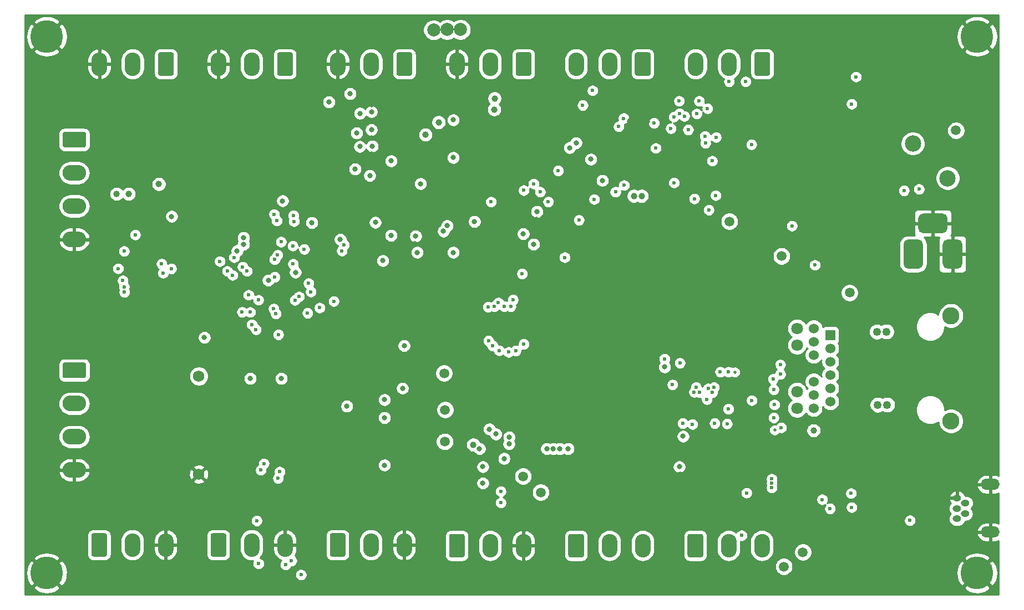
<source format=gbr>
G04 #@! TF.GenerationSoftware,KiCad,Pcbnew,5.1.7-a382d34a8~88~ubuntu20.04.1*
G04 #@! TF.CreationDate,2021-05-17T05:52:38-05:00*
G04 #@! TF.ProjectId,access-controller,61636365-7373-42d6-936f-6e74726f6c6c,rev?*
G04 #@! TF.SameCoordinates,Original*
G04 #@! TF.FileFunction,Copper,L2,Inr*
G04 #@! TF.FilePolarity,Positive*
%FSLAX46Y46*%
G04 Gerber Fmt 4.6, Leading zero omitted, Abs format (unit mm)*
G04 Created by KiCad (PCBNEW 5.1.7-a382d34a8~88~ubuntu20.04.1) date 2021-05-17 05:52:38*
%MOMM*%
%LPD*%
G01*
G04 APERTURE LIST*
G04 #@! TA.AperFunction,ComponentPad*
%ADD10O,2.400000X3.600000*%
G04 #@! TD*
G04 #@! TA.AperFunction,ComponentPad*
%ADD11C,5.000000*%
G04 #@! TD*
G04 #@! TA.AperFunction,ComponentPad*
%ADD12C,1.750000*%
G04 #@! TD*
G04 #@! TA.AperFunction,ComponentPad*
%ADD13O,1.300000X1.000000*%
G04 #@! TD*
G04 #@! TA.AperFunction,ComponentPad*
%ADD14O,2.900000X1.700000*%
G04 #@! TD*
G04 #@! TA.AperFunction,ComponentPad*
%ADD15O,3.600000X2.400000*%
G04 #@! TD*
G04 #@! TA.AperFunction,ComponentPad*
%ADD16C,1.250000*%
G04 #@! TD*
G04 #@! TA.AperFunction,ComponentPad*
%ADD17R,1.524000X1.524000*%
G04 #@! TD*
G04 #@! TA.AperFunction,ComponentPad*
%ADD18C,1.524000*%
G04 #@! TD*
G04 #@! TA.AperFunction,ComponentPad*
%ADD19C,1.800000*%
G04 #@! TD*
G04 #@! TA.AperFunction,ComponentPad*
%ADD20C,2.610000*%
G04 #@! TD*
G04 #@! TA.AperFunction,ComponentPad*
%ADD21C,2.630000*%
G04 #@! TD*
G04 #@! TA.AperFunction,ViaPad*
%ADD22C,1.500000*%
G04 #@! TD*
G04 #@! TA.AperFunction,ViaPad*
%ADD23C,0.800000*%
G04 #@! TD*
G04 #@! TA.AperFunction,ViaPad*
%ADD24C,1.000000*%
G04 #@! TD*
G04 #@! TA.AperFunction,ViaPad*
%ADD25C,0.600000*%
G04 #@! TD*
G04 #@! TA.AperFunction,ViaPad*
%ADD26C,0.500000*%
G04 #@! TD*
G04 #@! TA.AperFunction,ViaPad*
%ADD27C,2.000000*%
G04 #@! TD*
G04 #@! TA.AperFunction,ViaPad*
%ADD28C,2.500000*%
G04 #@! TD*
G04 #@! TA.AperFunction,Conductor*
%ADD29C,0.254000*%
G04 #@! TD*
G04 #@! TA.AperFunction,Conductor*
%ADD30C,0.100000*%
G04 #@! TD*
G04 APERTURE END LIST*
D10*
X221740000Y-38700000D03*
X226820000Y-38700000D03*
G04 #@! TA.AperFunction,ComponentPad*
G36*
G01*
X233100000Y-37233600D02*
X233100000Y-40166400D01*
G75*
G02*
X232766400Y-40500000I-333600J0D01*
G01*
X231033600Y-40500000D01*
G75*
G02*
X230700000Y-40166400I0J333600D01*
G01*
X230700000Y-37233600D01*
G75*
G02*
X231033600Y-36900000I333600J0D01*
G01*
X232766400Y-36900000D01*
G75*
G02*
X233100000Y-37233600I0J-333600D01*
G01*
G37*
G04 #@! TD.AperFunction*
D11*
X122700000Y-34500000D03*
X264700000Y-34500000D03*
X122700000Y-116500000D03*
X264700000Y-116500000D03*
D12*
X145900000Y-101400000D03*
X145900000Y-86400000D03*
D13*
X261645400Y-105007400D03*
X261645400Y-108207800D03*
X262839200Y-107420400D03*
X262864600Y-105794800D03*
X261645400Y-106607600D03*
D14*
X266700000Y-102950000D03*
X266700000Y-110239800D03*
D15*
X126900000Y-65500000D03*
X126900000Y-60420000D03*
X126900000Y-55340000D03*
G04 #@! TA.AperFunction,ComponentPad*
G36*
G01*
X125433600Y-49060000D02*
X128366400Y-49060000D01*
G75*
G02*
X128700000Y-49393600I0J-333600D01*
G01*
X128700000Y-51126400D01*
G75*
G02*
X128366400Y-51460000I-333600J0D01*
G01*
X125433600Y-51460000D01*
G75*
G02*
X125100000Y-51126400I0J333600D01*
G01*
X125100000Y-49393600D01*
G75*
G02*
X125433600Y-49060000I333600J0D01*
G01*
G37*
G04 #@! TD.AperFunction*
D10*
X203500000Y-38700000D03*
X208580000Y-38700000D03*
G04 #@! TA.AperFunction,ComponentPad*
G36*
G01*
X214860000Y-37233600D02*
X214860000Y-40166400D01*
G75*
G02*
X214526400Y-40500000I-333600J0D01*
G01*
X212793600Y-40500000D01*
G75*
G02*
X212460000Y-40166400I0J333600D01*
G01*
X212460000Y-37233600D01*
G75*
G02*
X212793600Y-36900000I333600J0D01*
G01*
X214526400Y-36900000D01*
G75*
G02*
X214860000Y-37233600I0J-333600D01*
G01*
G37*
G04 #@! TD.AperFunction*
X185300000Y-38700000D03*
X190380000Y-38700000D03*
G04 #@! TA.AperFunction,ComponentPad*
G36*
G01*
X196660000Y-37233600D02*
X196660000Y-40166400D01*
G75*
G02*
X196326400Y-40500000I-333600J0D01*
G01*
X194593600Y-40500000D01*
G75*
G02*
X194260000Y-40166400I0J333600D01*
G01*
X194260000Y-37233600D01*
G75*
G02*
X194593600Y-36900000I333600J0D01*
G01*
X196326400Y-36900000D01*
G75*
G02*
X196660000Y-37233600I0J-333600D01*
G01*
G37*
G04 #@! TD.AperFunction*
X167120000Y-38700000D03*
X172200000Y-38700000D03*
G04 #@! TA.AperFunction,ComponentPad*
G36*
G01*
X178480000Y-37233600D02*
X178480000Y-40166400D01*
G75*
G02*
X178146400Y-40500000I-333600J0D01*
G01*
X176413600Y-40500000D01*
G75*
G02*
X176080000Y-40166400I0J333600D01*
G01*
X176080000Y-37233600D01*
G75*
G02*
X176413600Y-36900000I333600J0D01*
G01*
X178146400Y-36900000D01*
G75*
G02*
X178480000Y-37233600I0J-333600D01*
G01*
G37*
G04 #@! TD.AperFunction*
X148900000Y-38700000D03*
X153980000Y-38700000D03*
G04 #@! TA.AperFunction,ComponentPad*
G36*
G01*
X160260000Y-37233600D02*
X160260000Y-40166400D01*
G75*
G02*
X159926400Y-40500000I-333600J0D01*
G01*
X158193600Y-40500000D01*
G75*
G02*
X157860000Y-40166400I0J333600D01*
G01*
X157860000Y-37233600D01*
G75*
G02*
X158193600Y-36900000I333600J0D01*
G01*
X159926400Y-36900000D01*
G75*
G02*
X160260000Y-37233600I0J-333600D01*
G01*
G37*
G04 #@! TD.AperFunction*
X130720000Y-38700000D03*
X135800000Y-38700000D03*
G04 #@! TA.AperFunction,ComponentPad*
G36*
G01*
X142080000Y-37233600D02*
X142080000Y-40166400D01*
G75*
G02*
X141746400Y-40500000I-333600J0D01*
G01*
X140013600Y-40500000D01*
G75*
G02*
X139680000Y-40166400I0J333600D01*
G01*
X139680000Y-37233600D01*
G75*
G02*
X140013600Y-36900000I333600J0D01*
G01*
X141746400Y-36900000D01*
G75*
G02*
X142080000Y-37233600I0J-333600D01*
G01*
G37*
G04 #@! TD.AperFunction*
D15*
X126900000Y-100740000D03*
X126900000Y-95660000D03*
X126900000Y-90580000D03*
G04 #@! TA.AperFunction,ComponentPad*
G36*
G01*
X125433600Y-84300000D02*
X128366400Y-84300000D01*
G75*
G02*
X128700000Y-84633600I0J-333600D01*
G01*
X128700000Y-86366400D01*
G75*
G02*
X128366400Y-86700000I-333600J0D01*
G01*
X125433600Y-86700000D01*
G75*
G02*
X125100000Y-86366400I0J333600D01*
G01*
X125100000Y-84633600D01*
G75*
G02*
X125433600Y-84300000I333600J0D01*
G01*
G37*
G04 #@! TD.AperFunction*
D10*
X213660000Y-112300000D03*
X208580000Y-112300000D03*
G04 #@! TA.AperFunction,ComponentPad*
G36*
G01*
X202300000Y-113766400D02*
X202300000Y-110833600D01*
G75*
G02*
X202633600Y-110500000I333600J0D01*
G01*
X204366400Y-110500000D01*
G75*
G02*
X204700000Y-110833600I0J-333600D01*
G01*
X204700000Y-113766400D01*
G75*
G02*
X204366400Y-114100000I-333600J0D01*
G01*
X202633600Y-114100000D01*
G75*
G02*
X202300000Y-113766400I0J333600D01*
G01*
G37*
G04 #@! TD.AperFunction*
X231860000Y-112300000D03*
X226780000Y-112300000D03*
G04 #@! TA.AperFunction,ComponentPad*
G36*
G01*
X220500000Y-113766400D02*
X220500000Y-110833600D01*
G75*
G02*
X220833600Y-110500000I333600J0D01*
G01*
X222566400Y-110500000D01*
G75*
G02*
X222900000Y-110833600I0J-333600D01*
G01*
X222900000Y-113766400D01*
G75*
G02*
X222566400Y-114100000I-333600J0D01*
G01*
X220833600Y-114100000D01*
G75*
G02*
X220500000Y-113766400I0J333600D01*
G01*
G37*
G04 #@! TD.AperFunction*
X195460000Y-112300000D03*
X190380000Y-112300000D03*
G04 #@! TA.AperFunction,ComponentPad*
G36*
G01*
X184100000Y-113766400D02*
X184100000Y-110833600D01*
G75*
G02*
X184433600Y-110500000I333600J0D01*
G01*
X186166400Y-110500000D01*
G75*
G02*
X186500000Y-110833600I0J-333600D01*
G01*
X186500000Y-113766400D01*
G75*
G02*
X186166400Y-114100000I-333600J0D01*
G01*
X184433600Y-114100000D01*
G75*
G02*
X184100000Y-113766400I0J333600D01*
G01*
G37*
G04 #@! TD.AperFunction*
X177260000Y-112200000D03*
X172180000Y-112200000D03*
G04 #@! TA.AperFunction,ComponentPad*
G36*
G01*
X165900000Y-113666400D02*
X165900000Y-110733600D01*
G75*
G02*
X166233600Y-110400000I333600J0D01*
G01*
X167966400Y-110400000D01*
G75*
G02*
X168300000Y-110733600I0J-333600D01*
G01*
X168300000Y-113666400D01*
G75*
G02*
X167966400Y-114000000I-333600J0D01*
G01*
X166233600Y-114000000D01*
G75*
G02*
X165900000Y-113666400I0J333600D01*
G01*
G37*
G04 #@! TD.AperFunction*
X159060000Y-112200000D03*
X153980000Y-112200000D03*
G04 #@! TA.AperFunction,ComponentPad*
G36*
G01*
X147700000Y-113666400D02*
X147700000Y-110733600D01*
G75*
G02*
X148033600Y-110400000I333600J0D01*
G01*
X149766400Y-110400000D01*
G75*
G02*
X150100000Y-110733600I0J-333600D01*
G01*
X150100000Y-113666400D01*
G75*
G02*
X149766400Y-114000000I-333600J0D01*
G01*
X148033600Y-114000000D01*
G75*
G02*
X147700000Y-113666400I0J333600D01*
G01*
G37*
G04 #@! TD.AperFunction*
X140860000Y-112200000D03*
X135780000Y-112200000D03*
G04 #@! TA.AperFunction,ComponentPad*
G36*
G01*
X129500000Y-113666400D02*
X129500000Y-110733600D01*
G75*
G02*
X129833600Y-110400000I333600J0D01*
G01*
X131566400Y-110400000D01*
G75*
G02*
X131900000Y-110733600I0J-333600D01*
G01*
X131900000Y-113666400D01*
G75*
G02*
X131566400Y-114000000I-333600J0D01*
G01*
X129833600Y-114000000D01*
G75*
G02*
X129500000Y-113666400I0J333600D01*
G01*
G37*
G04 #@! TD.AperFunction*
G04 #@! TA.AperFunction,ComponentPad*
G36*
G01*
X256450000Y-66250000D02*
X256450000Y-69250000D01*
G75*
G02*
X255700000Y-70000000I-750000J0D01*
G01*
X254200000Y-70000000D01*
G75*
G02*
X253450000Y-69250000I0J750000D01*
G01*
X253450000Y-66250000D01*
G75*
G02*
X254200000Y-65500000I750000J0D01*
G01*
X255700000Y-65500000D01*
G75*
G02*
X256450000Y-66250000I0J-750000D01*
G01*
G37*
G04 #@! TD.AperFunction*
G04 #@! TA.AperFunction,ComponentPad*
G36*
G01*
X262450000Y-66250000D02*
X262450000Y-69250000D01*
G75*
G02*
X261700000Y-70000000I-750000J0D01*
G01*
X260200000Y-70000000D01*
G75*
G02*
X259450000Y-69250000I0J750000D01*
G01*
X259450000Y-66250000D01*
G75*
G02*
X260200000Y-65500000I750000J0D01*
G01*
X261700000Y-65500000D01*
G75*
G02*
X262450000Y-66250000I0J-750000D01*
G01*
G37*
G04 #@! TD.AperFunction*
G04 #@! TA.AperFunction,ComponentPad*
G36*
G01*
X260200000Y-62300000D02*
X260200000Y-63800000D01*
G75*
G02*
X259450000Y-64550000I-750000J0D01*
G01*
X256450000Y-64550000D01*
G75*
G02*
X255700000Y-63800000I0J750000D01*
G01*
X255700000Y-62300000D01*
G75*
G02*
X256450000Y-61550000I750000J0D01*
G01*
X259450000Y-61550000D01*
G75*
G02*
X260200000Y-62300000I0J-750000D01*
G01*
G37*
G04 #@! TD.AperFunction*
D16*
X250970000Y-90770000D03*
X249510000Y-90780000D03*
X250860000Y-79600000D03*
X249400000Y-79610000D03*
D17*
X242300000Y-80130000D03*
D18*
X242300000Y-82162000D03*
X242300000Y-84194000D03*
X242300000Y-86226000D03*
X242300000Y-88258000D03*
X242300000Y-90290000D03*
X239760000Y-79114000D03*
X239760000Y-81146000D03*
X239760000Y-83178000D03*
X239760000Y-87242000D03*
X239760000Y-89274000D03*
X239760000Y-91306000D03*
D19*
X237220000Y-79114000D03*
X237220000Y-81654000D03*
X237220000Y-88766000D03*
X237220000Y-91306000D03*
D20*
X260715000Y-93274500D03*
D21*
X260715000Y-77145500D03*
D22*
X250680000Y-73650000D03*
X197150000Y-46350000D03*
X195400000Y-46350000D03*
X198900000Y-46450000D03*
X197200000Y-48650000D03*
X195400000Y-48700000D03*
X198950000Y-48600000D03*
X182500000Y-42200000D03*
X180350000Y-45650000D03*
X200700000Y-90400000D03*
X199050000Y-90500000D03*
X202350000Y-90500000D03*
X199250000Y-92200000D03*
X202500000Y-92200000D03*
X200900000Y-92100000D03*
X181000000Y-92150000D03*
X179600000Y-96100000D03*
X200400000Y-104300000D03*
X195450000Y-107600000D03*
X195200000Y-99450000D03*
D23*
X186350000Y-99700000D03*
X186350000Y-102200000D03*
X186400000Y-104700000D03*
X186450000Y-107300000D03*
X182950000Y-107300000D03*
X182950000Y-104750000D03*
X183050000Y-102200000D03*
X182950000Y-99700000D03*
X172250000Y-52450000D03*
X172300000Y-50000000D03*
X172300000Y-47400000D03*
X172300000Y-44900000D03*
X168850000Y-49950000D03*
X168850000Y-47350000D03*
X168850000Y-44900000D03*
X167950000Y-70550000D03*
X165500000Y-71800000D03*
X170450000Y-71800000D03*
X184500000Y-71300000D03*
X194000000Y-70100000D03*
X194000000Y-67500000D03*
X193950000Y-62450000D03*
X197450000Y-62450000D03*
X197450000Y-64950000D03*
X197400000Y-67550000D03*
X197450000Y-70100000D03*
D22*
X241100000Y-38000000D03*
D23*
X122800000Y-74850000D03*
X130400000Y-78350000D03*
X127850000Y-78350000D03*
X125300000Y-78300000D03*
X122750000Y-78350000D03*
D24*
X139900000Y-55600000D03*
X136250000Y-55000000D03*
X153100000Y-55800000D03*
X156750000Y-55850000D03*
D23*
X164350000Y-89350000D03*
X169300000Y-89400000D03*
X164200000Y-97400000D03*
X169100000Y-97450000D03*
X169200000Y-105600000D03*
X164300000Y-105650000D03*
X252800000Y-97200000D03*
X249450000Y-99600000D03*
X255750000Y-102800000D03*
X257860000Y-101519611D03*
D25*
X255400000Y-105900000D03*
D24*
X261650000Y-113700000D03*
D22*
X243500000Y-113250000D03*
D25*
X249600000Y-117150000D03*
D23*
X206850000Y-63750000D03*
D25*
X161650000Y-58450000D03*
D24*
X187050000Y-89350000D03*
X186950000Y-92450000D03*
D23*
X210750000Y-97050000D03*
D24*
X216750000Y-101400000D03*
X216750000Y-104700000D03*
X219300000Y-104800000D03*
D25*
X215250000Y-95500000D03*
X219300000Y-98250000D03*
X228600000Y-83700000D03*
D23*
X219750000Y-81250000D03*
D25*
X210200000Y-45550000D03*
D24*
X214250000Y-47500000D03*
X211700000Y-47500000D03*
X211700000Y-51000000D03*
D26*
X233750000Y-84900000D03*
D25*
X223000000Y-101200000D03*
X230700000Y-94850000D03*
X234850000Y-97350000D03*
X240750000Y-98050000D03*
D26*
X218350000Y-89974979D03*
D25*
X229750000Y-95350000D03*
D22*
X243478072Y-117774990D03*
D24*
X144800000Y-62700000D03*
X146000000Y-62800000D03*
X144750000Y-63900000D03*
X145850000Y-63900000D03*
D23*
X127850000Y-74274968D03*
X130724348Y-74424968D03*
X125432660Y-74724979D03*
D24*
X140965339Y-71838278D03*
D25*
X227500000Y-87900000D03*
X227500000Y-89000000D03*
D24*
X140814492Y-74761340D03*
D23*
X178926431Y-66163658D03*
X168524990Y-52484340D03*
X193862340Y-65137660D03*
D25*
X207408459Y-49033449D03*
D24*
X214280024Y-50724979D03*
X219321759Y-101521759D03*
D25*
X241240000Y-62850000D03*
X246050000Y-59960010D03*
X250890000Y-65310000D03*
X252240000Y-64360000D03*
X252340000Y-60150000D03*
X251190000Y-58970000D03*
D24*
X266750000Y-54970000D03*
X264390000Y-56440000D03*
D25*
X206760000Y-67380000D03*
D24*
X215160000Y-69000000D03*
X219710000Y-68590000D03*
X221320000Y-71030000D03*
D25*
X254450000Y-108450000D03*
X233350000Y-102100000D03*
X233350000Y-102750000D03*
X233350000Y-103450000D03*
D23*
X202275000Y-97500000D03*
X201000000Y-97500000D03*
X200000000Y-97500000D03*
X199000000Y-97500000D03*
X174000000Y-68750000D03*
X177250000Y-81750000D03*
D25*
X158250000Y-101000000D03*
D23*
X156500000Y-71750000D03*
D25*
X155825021Y-99750000D03*
D23*
X160650056Y-70535901D03*
D25*
X157800000Y-62650000D03*
X160425008Y-62751910D03*
X160575076Y-74775076D03*
X157671274Y-76874990D03*
X157400000Y-61650000D03*
X160350000Y-61850000D03*
X157324990Y-76100000D03*
X161200077Y-74250488D03*
D23*
X167500000Y-65500000D03*
X168500000Y-91000000D03*
D22*
X245230000Y-73650000D03*
X195400000Y-101700000D03*
X198100000Y-104150000D03*
X238100000Y-113300000D03*
X235200000Y-115500000D03*
D24*
X191050000Y-43950000D03*
X191000000Y-45650000D03*
D23*
X172000000Y-55750000D03*
X184750000Y-47250000D03*
D25*
X203921418Y-62555316D03*
X209500000Y-58250000D03*
X206250000Y-59375010D03*
D24*
X212310000Y-58860000D03*
X213500000Y-58880000D03*
D25*
X210805010Y-57233288D03*
D24*
X182500000Y-47600000D03*
X180500000Y-49500000D03*
D27*
X185850000Y-33450000D03*
X183800000Y-33450000D03*
X181750000Y-33500000D03*
D23*
X169750000Y-54750000D03*
D25*
X206000000Y-42750000D03*
X204500000Y-45000000D03*
D23*
X219250000Y-100250000D03*
D25*
X195500000Y-58000000D03*
X197000000Y-57000000D03*
X210750000Y-47000000D03*
X221250000Y-93750000D03*
X217000000Y-83750000D03*
X160050000Y-114600000D03*
X159150000Y-115225010D03*
X155024957Y-115060387D03*
D23*
X191250000Y-95250000D03*
X189250000Y-100250000D03*
D25*
X191625001Y-75184955D03*
X191750000Y-82500000D03*
D23*
X170500000Y-46250000D03*
X172250000Y-46000000D03*
X190250000Y-94500000D03*
X188750000Y-97500000D03*
D25*
X191000000Y-75750000D03*
X190750000Y-81750000D03*
X134550000Y-73550000D03*
X140450000Y-70650000D03*
X150250000Y-70350000D03*
X152600000Y-69700000D03*
X153250000Y-70350000D03*
X134493914Y-72751957D03*
X141706795Y-69977104D03*
X151050000Y-70975010D03*
D23*
X197500000Y-61250000D03*
X187974946Y-62786240D03*
X183804707Y-63417940D03*
X195424777Y-64649458D03*
D25*
X134500000Y-67300000D03*
X136200000Y-64800000D03*
X134300000Y-71800000D03*
X149100000Y-68850000D03*
X151300000Y-68250000D03*
X140224643Y-69241348D03*
X190124990Y-81000000D03*
X190045999Y-75826730D03*
D23*
X184750000Y-53000000D03*
X203500000Y-50750000D03*
X193250000Y-96750000D03*
X192500000Y-99000000D03*
D25*
X192500000Y-75750000D03*
X193185919Y-82725811D03*
D23*
X170475010Y-51308276D03*
X172375033Y-51250000D03*
D25*
X210000000Y-48250000D03*
X215375859Y-47717050D03*
D23*
X217000000Y-85000000D03*
X219821223Y-95583358D03*
X179750000Y-57000000D03*
X202500000Y-51500000D03*
X165750000Y-44500000D03*
X169000000Y-43250000D03*
D25*
X195500000Y-81500000D03*
X190500000Y-59750000D03*
X198000000Y-58250000D03*
X193859112Y-74729205D03*
X200750000Y-55000000D03*
X199250000Y-59750000D03*
X195250000Y-70750000D03*
D23*
X183250000Y-64250000D03*
X197000000Y-66250000D03*
X151750000Y-67250000D03*
X158681505Y-59626185D03*
X170000000Y-49250000D03*
X172250000Y-48750000D03*
D25*
X166500000Y-74950000D03*
X154000000Y-78500000D03*
X164350000Y-75950000D03*
X153738343Y-76624902D03*
D23*
X179250000Y-67500000D03*
X152737340Y-65237340D03*
D25*
X162000000Y-67000000D03*
X167750000Y-67250000D03*
D23*
X152750000Y-66250000D03*
X179000000Y-65000000D03*
D25*
X160250000Y-66500000D03*
X168054707Y-66332060D03*
D23*
X189250000Y-102750000D03*
X193262660Y-95737340D03*
D25*
X193500000Y-75750000D03*
X194277132Y-82521010D03*
X154750000Y-108500000D03*
X161500000Y-116750000D03*
X158000000Y-102000000D03*
X155375010Y-100750000D03*
X155000000Y-74750000D03*
X162500000Y-76750000D03*
X153500000Y-74000000D03*
X163000000Y-73500000D03*
X223651469Y-88307426D03*
X221804771Y-88085314D03*
X219750000Y-93600000D03*
X158050000Y-80050000D03*
X154624990Y-79275030D03*
X226750000Y-85750000D03*
X225500000Y-85750000D03*
X162649344Y-72196458D03*
X157500000Y-71250000D03*
X223450000Y-89950000D03*
X221511615Y-88829679D03*
X160300000Y-69250000D03*
X157474968Y-68571727D03*
X157924979Y-67879609D03*
X158450716Y-65875010D03*
X224527557Y-88109477D03*
X219326000Y-84388500D03*
X224650000Y-93600000D03*
X218200000Y-87700000D03*
X226729960Y-91403307D03*
X226522042Y-93675011D03*
X224296769Y-88875477D03*
X222337325Y-88887867D03*
D24*
X133350000Y-58550000D03*
X135200000Y-58550000D03*
X139800000Y-57050000D03*
D22*
X183350000Y-85950000D03*
X183500000Y-91550000D03*
X183450000Y-96400000D03*
D23*
X175250000Y-64900000D03*
X172850000Y-62900000D03*
X163150000Y-62950000D03*
D25*
X133584985Y-69960182D03*
X152500000Y-76600000D03*
D23*
X184750000Y-67500000D03*
D24*
X187809809Y-96893460D03*
D23*
X175262660Y-53512660D03*
D25*
X229500000Y-104250000D03*
X228750000Y-110750000D03*
X192000000Y-105750000D03*
X192000000Y-104000000D03*
X201750000Y-68250000D03*
D23*
X174250000Y-90000000D03*
X177000000Y-88250000D03*
X174250000Y-92750000D03*
X174250000Y-100000000D03*
D25*
X241050000Y-105250000D03*
X242250000Y-106650000D03*
X245550000Y-106450000D03*
X245450000Y-104300000D03*
D28*
X260200000Y-56150000D03*
X254900000Y-50850000D03*
D25*
X224250000Y-53500000D03*
X230250000Y-51000000D03*
D23*
X205750000Y-53250000D03*
X207500000Y-56500000D03*
D25*
X218422499Y-46765036D03*
X217950000Y-48540000D03*
X223548701Y-45497422D03*
X221895384Y-46299256D03*
D23*
X141750000Y-62000000D03*
X146750000Y-80500000D03*
X153750000Y-86750000D03*
X158500000Y-86750000D03*
D25*
X218440000Y-56840000D03*
X224800000Y-58780000D03*
X223750000Y-61000000D03*
X221530338Y-59280338D03*
X215645966Y-51562928D03*
X219999996Y-46669000D03*
X222276445Y-44363862D03*
D24*
X239750000Y-94700000D03*
D25*
X233650000Y-88450000D03*
X233550000Y-86850000D03*
X230300000Y-90100000D03*
X234650000Y-86100000D03*
X234650000Y-84650000D03*
X233750000Y-90750000D03*
X234800000Y-94250000D03*
X233650000Y-92750000D03*
D26*
X227724979Y-85796846D03*
X233800000Y-94650000D03*
D22*
X234850000Y-68050000D03*
D25*
X239930000Y-69420000D03*
X236440000Y-63430000D03*
X223228051Y-50771949D03*
X224855155Y-49894845D03*
X223160000Y-49720000D03*
X220590000Y-48740000D03*
X246210000Y-40660000D03*
X245550000Y-44810000D03*
X219210000Y-44351543D03*
X219257796Y-46245010D03*
X226850000Y-41360000D03*
X229370000Y-41380000D03*
D22*
X226890000Y-62760000D03*
X261460000Y-48850000D03*
D25*
X253540000Y-58040000D03*
X255820000Y-57830000D03*
D29*
X267990000Y-101629486D02*
X267985618Y-101626639D01*
X267714269Y-101518310D01*
X267427000Y-101465000D01*
X266827000Y-101465000D01*
X266827000Y-102823000D01*
X266847000Y-102823000D01*
X266847000Y-103077000D01*
X266827000Y-103077000D01*
X266827000Y-104435000D01*
X267427000Y-104435000D01*
X267714269Y-104381690D01*
X267985618Y-104273361D01*
X267990000Y-104270514D01*
X267990000Y-108919286D01*
X267985618Y-108916439D01*
X267714269Y-108808110D01*
X267427000Y-108754800D01*
X266827000Y-108754800D01*
X266827000Y-110112800D01*
X266847000Y-110112800D01*
X266847000Y-110366800D01*
X266827000Y-110366800D01*
X266827000Y-111724800D01*
X267427000Y-111724800D01*
X267714269Y-111671490D01*
X267985618Y-111563161D01*
X267990000Y-111560314D01*
X267990000Y-119790000D01*
X119410000Y-119790000D01*
X119410000Y-118703148D01*
X120676457Y-118703148D01*
X120952627Y-119121118D01*
X121497557Y-119411649D01*
X122088696Y-119590287D01*
X122703328Y-119650168D01*
X123317831Y-119588990D01*
X123908592Y-119409103D01*
X124447373Y-119121118D01*
X124723543Y-118703148D01*
X262676457Y-118703148D01*
X262952627Y-119121118D01*
X263497557Y-119411649D01*
X264088696Y-119590287D01*
X264703328Y-119650168D01*
X265317831Y-119588990D01*
X265908592Y-119409103D01*
X266447373Y-119121118D01*
X266723543Y-118703148D01*
X264700000Y-116679605D01*
X262676457Y-118703148D01*
X124723543Y-118703148D01*
X122700000Y-116679605D01*
X120676457Y-118703148D01*
X119410000Y-118703148D01*
X119410000Y-116503328D01*
X119549832Y-116503328D01*
X119611010Y-117117831D01*
X119790897Y-117708592D01*
X120078882Y-118247373D01*
X120496852Y-118523543D01*
X122520395Y-116500000D01*
X122879605Y-116500000D01*
X124903148Y-118523543D01*
X125321118Y-118247373D01*
X125611649Y-117702443D01*
X125790287Y-117111304D01*
X125834459Y-116657911D01*
X160565000Y-116657911D01*
X160565000Y-116842089D01*
X160600932Y-117022729D01*
X160671414Y-117192889D01*
X160773738Y-117346028D01*
X160903972Y-117476262D01*
X161057111Y-117578586D01*
X161227271Y-117649068D01*
X161407911Y-117685000D01*
X161592089Y-117685000D01*
X161772729Y-117649068D01*
X161942889Y-117578586D01*
X162096028Y-117476262D01*
X162226262Y-117346028D01*
X162328586Y-117192889D01*
X162399068Y-117022729D01*
X162435000Y-116842089D01*
X162435000Y-116657911D01*
X162399068Y-116477271D01*
X162328586Y-116307111D01*
X162226262Y-116153972D01*
X162096028Y-116023738D01*
X161942889Y-115921414D01*
X161772729Y-115850932D01*
X161592089Y-115815000D01*
X161407911Y-115815000D01*
X161227271Y-115850932D01*
X161057111Y-115921414D01*
X160903972Y-116023738D01*
X160773738Y-116153972D01*
X160671414Y-116307111D01*
X160600932Y-116477271D01*
X160565000Y-116657911D01*
X125834459Y-116657911D01*
X125850168Y-116496672D01*
X125788990Y-115882169D01*
X125609103Y-115291408D01*
X125321118Y-114752627D01*
X124903148Y-114476457D01*
X122879605Y-116500000D01*
X122520395Y-116500000D01*
X120496852Y-114476457D01*
X120078882Y-114752627D01*
X119788351Y-115297557D01*
X119609713Y-115888696D01*
X119549832Y-116503328D01*
X119410000Y-116503328D01*
X119410000Y-114296852D01*
X120676457Y-114296852D01*
X122700000Y-116320395D01*
X124723543Y-114296852D01*
X124447373Y-113878882D01*
X123902443Y-113588351D01*
X123311304Y-113409713D01*
X122696672Y-113349832D01*
X122082169Y-113411010D01*
X121491408Y-113590897D01*
X120952627Y-113878882D01*
X120676457Y-114296852D01*
X119410000Y-114296852D01*
X119410000Y-110733600D01*
X128861928Y-110733600D01*
X128861928Y-113666400D01*
X128880598Y-113855964D01*
X128935892Y-114038243D01*
X129025684Y-114206232D01*
X129146524Y-114353476D01*
X129293768Y-114474316D01*
X129461757Y-114564108D01*
X129644036Y-114619402D01*
X129833600Y-114638072D01*
X131566400Y-114638072D01*
X131755964Y-114619402D01*
X131938243Y-114564108D01*
X132106232Y-114474316D01*
X132253476Y-114353476D01*
X132374316Y-114206232D01*
X132464108Y-114038243D01*
X132519402Y-113855964D01*
X132538072Y-113666400D01*
X132538072Y-111509862D01*
X133945000Y-111509862D01*
X133945000Y-112890139D01*
X133971552Y-113159723D01*
X134076480Y-113505622D01*
X134246872Y-113824404D01*
X134476182Y-114103819D01*
X134755597Y-114333129D01*
X135074379Y-114503521D01*
X135420278Y-114608448D01*
X135780000Y-114643878D01*
X136139723Y-114608448D01*
X136485622Y-114503521D01*
X136804404Y-114333129D01*
X137083819Y-114103819D01*
X137313129Y-113824404D01*
X137483521Y-113505622D01*
X137588448Y-113159723D01*
X137615000Y-112890139D01*
X137615000Y-112327000D01*
X139025000Y-112327000D01*
X139025000Y-112927000D01*
X139085035Y-113282550D01*
X139213281Y-113619556D01*
X139404810Y-113925067D01*
X139652261Y-114187343D01*
X139946125Y-114396304D01*
X140275108Y-114543920D01*
X140448195Y-114588195D01*
X140733000Y-114471432D01*
X140733000Y-112327000D01*
X140987000Y-112327000D01*
X140987000Y-114471432D01*
X141271805Y-114588195D01*
X141444892Y-114543920D01*
X141773875Y-114396304D01*
X142067739Y-114187343D01*
X142315190Y-113925067D01*
X142506719Y-113619556D01*
X142634965Y-113282550D01*
X142695000Y-112927000D01*
X142695000Y-112327000D01*
X140987000Y-112327000D01*
X140733000Y-112327000D01*
X139025000Y-112327000D01*
X137615000Y-112327000D01*
X137615000Y-111509861D01*
X137611370Y-111473000D01*
X139025000Y-111473000D01*
X139025000Y-112073000D01*
X140733000Y-112073000D01*
X140733000Y-109928568D01*
X140987000Y-109928568D01*
X140987000Y-112073000D01*
X142695000Y-112073000D01*
X142695000Y-111473000D01*
X142634965Y-111117450D01*
X142506719Y-110780444D01*
X142477352Y-110733600D01*
X147061928Y-110733600D01*
X147061928Y-113666400D01*
X147080598Y-113855964D01*
X147135892Y-114038243D01*
X147225684Y-114206232D01*
X147346524Y-114353476D01*
X147493768Y-114474316D01*
X147661757Y-114564108D01*
X147844036Y-114619402D01*
X148033600Y-114638072D01*
X149766400Y-114638072D01*
X149955964Y-114619402D01*
X150138243Y-114564108D01*
X150306232Y-114474316D01*
X150453476Y-114353476D01*
X150574316Y-114206232D01*
X150664108Y-114038243D01*
X150719402Y-113855964D01*
X150738072Y-113666400D01*
X150738072Y-111509862D01*
X152145000Y-111509862D01*
X152145000Y-112890139D01*
X152171552Y-113159723D01*
X152276480Y-113505622D01*
X152446872Y-113824404D01*
X152676182Y-114103819D01*
X152955597Y-114333129D01*
X153274379Y-114503521D01*
X153620278Y-114608448D01*
X153980000Y-114643878D01*
X154194182Y-114622783D01*
X154125889Y-114787658D01*
X154089957Y-114968298D01*
X154089957Y-115152476D01*
X154125889Y-115333116D01*
X154196371Y-115503276D01*
X154298695Y-115656415D01*
X154428929Y-115786649D01*
X154582068Y-115888973D01*
X154752228Y-115959455D01*
X154932868Y-115995387D01*
X155117046Y-115995387D01*
X155297686Y-115959455D01*
X155467846Y-115888973D01*
X155620985Y-115786649D01*
X155751219Y-115656415D01*
X155853543Y-115503276D01*
X155924025Y-115333116D01*
X155959957Y-115152476D01*
X155959957Y-114968298D01*
X155924025Y-114787658D01*
X155853543Y-114617498D01*
X155751219Y-114464359D01*
X155620985Y-114334125D01*
X155467846Y-114231801D01*
X155297686Y-114161319D01*
X155230129Y-114147881D01*
X155283819Y-114103819D01*
X155513129Y-113824404D01*
X155683521Y-113505622D01*
X155788448Y-113159723D01*
X155815000Y-112890139D01*
X155815000Y-112327000D01*
X157225000Y-112327000D01*
X157225000Y-112927000D01*
X157285035Y-113282550D01*
X157413281Y-113619556D01*
X157604810Y-113925067D01*
X157852261Y-114187343D01*
X158146125Y-114396304D01*
X158475108Y-114543920D01*
X158501937Y-114550783D01*
X158423738Y-114628982D01*
X158321414Y-114782121D01*
X158250932Y-114952281D01*
X158215000Y-115132921D01*
X158215000Y-115317099D01*
X158250932Y-115497739D01*
X158321414Y-115667899D01*
X158423738Y-115821038D01*
X158553972Y-115951272D01*
X158707111Y-116053596D01*
X158877271Y-116124078D01*
X159057911Y-116160010D01*
X159242089Y-116160010D01*
X159422729Y-116124078D01*
X159592889Y-116053596D01*
X159746028Y-115951272D01*
X159876262Y-115821038D01*
X159978586Y-115667899D01*
X160033634Y-115535000D01*
X160142089Y-115535000D01*
X160322729Y-115499068D01*
X160492889Y-115428586D01*
X160590164Y-115363589D01*
X233815000Y-115363589D01*
X233815000Y-115636411D01*
X233868225Y-115903989D01*
X233972629Y-116156043D01*
X234124201Y-116382886D01*
X234317114Y-116575799D01*
X234543957Y-116727371D01*
X234796011Y-116831775D01*
X235063589Y-116885000D01*
X235336411Y-116885000D01*
X235603989Y-116831775D01*
X235856043Y-116727371D01*
X236082886Y-116575799D01*
X236155357Y-116503328D01*
X261549832Y-116503328D01*
X261611010Y-117117831D01*
X261790897Y-117708592D01*
X262078882Y-118247373D01*
X262496852Y-118523543D01*
X264520395Y-116500000D01*
X264879605Y-116500000D01*
X266903148Y-118523543D01*
X267321118Y-118247373D01*
X267611649Y-117702443D01*
X267790287Y-117111304D01*
X267850168Y-116496672D01*
X267788990Y-115882169D01*
X267609103Y-115291408D01*
X267321118Y-114752627D01*
X266903148Y-114476457D01*
X264879605Y-116500000D01*
X264520395Y-116500000D01*
X262496852Y-114476457D01*
X262078882Y-114752627D01*
X261788351Y-115297557D01*
X261609713Y-115888696D01*
X261549832Y-116503328D01*
X236155357Y-116503328D01*
X236275799Y-116382886D01*
X236427371Y-116156043D01*
X236531775Y-115903989D01*
X236585000Y-115636411D01*
X236585000Y-115363589D01*
X236531775Y-115096011D01*
X236427371Y-114843957D01*
X236275799Y-114617114D01*
X236082886Y-114424201D01*
X235856043Y-114272629D01*
X235603989Y-114168225D01*
X235336411Y-114115000D01*
X235063589Y-114115000D01*
X234796011Y-114168225D01*
X234543957Y-114272629D01*
X234317114Y-114424201D01*
X234124201Y-114617114D01*
X233972629Y-114843957D01*
X233868225Y-115096011D01*
X233815000Y-115363589D01*
X160590164Y-115363589D01*
X160646028Y-115326262D01*
X160776262Y-115196028D01*
X160878586Y-115042889D01*
X160949068Y-114872729D01*
X160985000Y-114692089D01*
X160985000Y-114507911D01*
X160949068Y-114327271D01*
X160878586Y-114157111D01*
X160776262Y-114003972D01*
X160646028Y-113873738D01*
X160576495Y-113827278D01*
X160706719Y-113619556D01*
X160834965Y-113282550D01*
X160895000Y-112927000D01*
X160895000Y-112327000D01*
X159187000Y-112327000D01*
X159187000Y-112347000D01*
X158933000Y-112347000D01*
X158933000Y-112327000D01*
X157225000Y-112327000D01*
X155815000Y-112327000D01*
X155815000Y-111509861D01*
X155811370Y-111473000D01*
X157225000Y-111473000D01*
X157225000Y-112073000D01*
X158933000Y-112073000D01*
X158933000Y-109928568D01*
X159187000Y-109928568D01*
X159187000Y-112073000D01*
X160895000Y-112073000D01*
X160895000Y-111473000D01*
X160834965Y-111117450D01*
X160706719Y-110780444D01*
X160677352Y-110733600D01*
X165261928Y-110733600D01*
X165261928Y-113666400D01*
X165280598Y-113855964D01*
X165335892Y-114038243D01*
X165425684Y-114206232D01*
X165546524Y-114353476D01*
X165693768Y-114474316D01*
X165861757Y-114564108D01*
X166044036Y-114619402D01*
X166233600Y-114638072D01*
X167966400Y-114638072D01*
X168155964Y-114619402D01*
X168338243Y-114564108D01*
X168506232Y-114474316D01*
X168653476Y-114353476D01*
X168774316Y-114206232D01*
X168864108Y-114038243D01*
X168919402Y-113855964D01*
X168938072Y-113666400D01*
X168938072Y-111509862D01*
X170345000Y-111509862D01*
X170345000Y-112890139D01*
X170371552Y-113159723D01*
X170476480Y-113505622D01*
X170646872Y-113824404D01*
X170876182Y-114103819D01*
X171155597Y-114333129D01*
X171474379Y-114503521D01*
X171820278Y-114608448D01*
X172180000Y-114643878D01*
X172539723Y-114608448D01*
X172885622Y-114503521D01*
X173204404Y-114333129D01*
X173483819Y-114103819D01*
X173713129Y-113824404D01*
X173883521Y-113505622D01*
X173988448Y-113159723D01*
X174015000Y-112890139D01*
X174015000Y-112327000D01*
X175425000Y-112327000D01*
X175425000Y-112927000D01*
X175485035Y-113282550D01*
X175613281Y-113619556D01*
X175804810Y-113925067D01*
X176052261Y-114187343D01*
X176346125Y-114396304D01*
X176675108Y-114543920D01*
X176848195Y-114588195D01*
X177133000Y-114471432D01*
X177133000Y-112327000D01*
X177387000Y-112327000D01*
X177387000Y-114471432D01*
X177671805Y-114588195D01*
X177844892Y-114543920D01*
X178173875Y-114396304D01*
X178467739Y-114187343D01*
X178715190Y-113925067D01*
X178906719Y-113619556D01*
X179034965Y-113282550D01*
X179095000Y-112927000D01*
X179095000Y-112327000D01*
X177387000Y-112327000D01*
X177133000Y-112327000D01*
X175425000Y-112327000D01*
X174015000Y-112327000D01*
X174015000Y-111509861D01*
X174011370Y-111473000D01*
X175425000Y-111473000D01*
X175425000Y-112073000D01*
X177133000Y-112073000D01*
X177133000Y-109928568D01*
X177387000Y-109928568D01*
X177387000Y-112073000D01*
X179095000Y-112073000D01*
X179095000Y-111473000D01*
X179034965Y-111117450D01*
X178926948Y-110833600D01*
X183461928Y-110833600D01*
X183461928Y-113766400D01*
X183480598Y-113955964D01*
X183535892Y-114138243D01*
X183625684Y-114306232D01*
X183746524Y-114453476D01*
X183893768Y-114574316D01*
X184061757Y-114664108D01*
X184244036Y-114719402D01*
X184433600Y-114738072D01*
X186166400Y-114738072D01*
X186355964Y-114719402D01*
X186538243Y-114664108D01*
X186706232Y-114574316D01*
X186853476Y-114453476D01*
X186974316Y-114306232D01*
X187064108Y-114138243D01*
X187119402Y-113955964D01*
X187138072Y-113766400D01*
X187138072Y-111609862D01*
X188545000Y-111609862D01*
X188545000Y-112990139D01*
X188571552Y-113259723D01*
X188676480Y-113605622D01*
X188846872Y-113924404D01*
X189076182Y-114203819D01*
X189355597Y-114433129D01*
X189674379Y-114603521D01*
X190020278Y-114708448D01*
X190380000Y-114743878D01*
X190739723Y-114708448D01*
X191085622Y-114603521D01*
X191404404Y-114433129D01*
X191683819Y-114203819D01*
X191913129Y-113924404D01*
X192083521Y-113605622D01*
X192188448Y-113259723D01*
X192215000Y-112990139D01*
X192215000Y-112427000D01*
X193625000Y-112427000D01*
X193625000Y-113027000D01*
X193685035Y-113382550D01*
X193813281Y-113719556D01*
X194004810Y-114025067D01*
X194252261Y-114287343D01*
X194546125Y-114496304D01*
X194875108Y-114643920D01*
X195048195Y-114688195D01*
X195333000Y-114571432D01*
X195333000Y-112427000D01*
X195587000Y-112427000D01*
X195587000Y-114571432D01*
X195871805Y-114688195D01*
X196044892Y-114643920D01*
X196373875Y-114496304D01*
X196667739Y-114287343D01*
X196915190Y-114025067D01*
X197106719Y-113719556D01*
X197234965Y-113382550D01*
X197295000Y-113027000D01*
X197295000Y-112427000D01*
X195587000Y-112427000D01*
X195333000Y-112427000D01*
X193625000Y-112427000D01*
X192215000Y-112427000D01*
X192215000Y-111609861D01*
X192211370Y-111573000D01*
X193625000Y-111573000D01*
X193625000Y-112173000D01*
X195333000Y-112173000D01*
X195333000Y-110028568D01*
X195587000Y-110028568D01*
X195587000Y-112173000D01*
X197295000Y-112173000D01*
X197295000Y-111573000D01*
X197234965Y-111217450D01*
X197106719Y-110880444D01*
X197077352Y-110833600D01*
X201661928Y-110833600D01*
X201661928Y-113766400D01*
X201680598Y-113955964D01*
X201735892Y-114138243D01*
X201825684Y-114306232D01*
X201946524Y-114453476D01*
X202093768Y-114574316D01*
X202261757Y-114664108D01*
X202444036Y-114719402D01*
X202633600Y-114738072D01*
X204366400Y-114738072D01*
X204555964Y-114719402D01*
X204738243Y-114664108D01*
X204906232Y-114574316D01*
X205053476Y-114453476D01*
X205174316Y-114306232D01*
X205264108Y-114138243D01*
X205319402Y-113955964D01*
X205338072Y-113766400D01*
X205338072Y-111609862D01*
X206745000Y-111609862D01*
X206745000Y-112990139D01*
X206771552Y-113259723D01*
X206876480Y-113605622D01*
X207046872Y-113924404D01*
X207276182Y-114203819D01*
X207555597Y-114433129D01*
X207874379Y-114603521D01*
X208220278Y-114708448D01*
X208580000Y-114743878D01*
X208939723Y-114708448D01*
X209285622Y-114603521D01*
X209604404Y-114433129D01*
X209883819Y-114203819D01*
X210113129Y-113924404D01*
X210283521Y-113605622D01*
X210388448Y-113259723D01*
X210415000Y-112990139D01*
X210415000Y-111609862D01*
X211825000Y-111609862D01*
X211825000Y-112990139D01*
X211851552Y-113259723D01*
X211956480Y-113605622D01*
X212126872Y-113924404D01*
X212356182Y-114203819D01*
X212635597Y-114433129D01*
X212954379Y-114603521D01*
X213300278Y-114708448D01*
X213660000Y-114743878D01*
X214019723Y-114708448D01*
X214365622Y-114603521D01*
X214684404Y-114433129D01*
X214963819Y-114203819D01*
X215193129Y-113924404D01*
X215363521Y-113605622D01*
X215468448Y-113259723D01*
X215495000Y-112990139D01*
X215495000Y-111609861D01*
X215468448Y-111340277D01*
X215363521Y-110994378D01*
X215277584Y-110833600D01*
X219861928Y-110833600D01*
X219861928Y-113766400D01*
X219880598Y-113955964D01*
X219935892Y-114138243D01*
X220025684Y-114306232D01*
X220146524Y-114453476D01*
X220293768Y-114574316D01*
X220461757Y-114664108D01*
X220644036Y-114719402D01*
X220833600Y-114738072D01*
X222566400Y-114738072D01*
X222755964Y-114719402D01*
X222938243Y-114664108D01*
X223106232Y-114574316D01*
X223253476Y-114453476D01*
X223374316Y-114306232D01*
X223464108Y-114138243D01*
X223519402Y-113955964D01*
X223538072Y-113766400D01*
X223538072Y-111609862D01*
X224945000Y-111609862D01*
X224945000Y-112990139D01*
X224971552Y-113259723D01*
X225076480Y-113605622D01*
X225246872Y-113924404D01*
X225476182Y-114203819D01*
X225755597Y-114433129D01*
X226074379Y-114603521D01*
X226420278Y-114708448D01*
X226780000Y-114743878D01*
X227139723Y-114708448D01*
X227485622Y-114603521D01*
X227804404Y-114433129D01*
X228083819Y-114203819D01*
X228313129Y-113924404D01*
X228483521Y-113605622D01*
X228588448Y-113259723D01*
X228615000Y-112990139D01*
X228615000Y-111676464D01*
X228657911Y-111685000D01*
X228842089Y-111685000D01*
X229022729Y-111649068D01*
X229117381Y-111609862D01*
X230025000Y-111609862D01*
X230025000Y-112990139D01*
X230051552Y-113259723D01*
X230156480Y-113605622D01*
X230326872Y-113924404D01*
X230556182Y-114203819D01*
X230835597Y-114433129D01*
X231154379Y-114603521D01*
X231500278Y-114708448D01*
X231860000Y-114743878D01*
X232219723Y-114708448D01*
X232565622Y-114603521D01*
X232884404Y-114433129D01*
X233163819Y-114203819D01*
X233393129Y-113924404D01*
X233563521Y-113605622D01*
X233668448Y-113259723D01*
X233677916Y-113163589D01*
X236715000Y-113163589D01*
X236715000Y-113436411D01*
X236768225Y-113703989D01*
X236872629Y-113956043D01*
X237024201Y-114182886D01*
X237217114Y-114375799D01*
X237443957Y-114527371D01*
X237696011Y-114631775D01*
X237963589Y-114685000D01*
X238236411Y-114685000D01*
X238503989Y-114631775D01*
X238756043Y-114527371D01*
X238982886Y-114375799D01*
X239061833Y-114296852D01*
X262676457Y-114296852D01*
X264700000Y-116320395D01*
X266723543Y-114296852D01*
X266447373Y-113878882D01*
X265902443Y-113588351D01*
X265311304Y-113409713D01*
X264696672Y-113349832D01*
X264082169Y-113411010D01*
X263491408Y-113590897D01*
X262952627Y-113878882D01*
X262676457Y-114296852D01*
X239061833Y-114296852D01*
X239175799Y-114182886D01*
X239327371Y-113956043D01*
X239431775Y-113703989D01*
X239485000Y-113436411D01*
X239485000Y-113163589D01*
X239431775Y-112896011D01*
X239327371Y-112643957D01*
X239175799Y-112417114D01*
X238982886Y-112224201D01*
X238756043Y-112072629D01*
X238503989Y-111968225D01*
X238236411Y-111915000D01*
X237963589Y-111915000D01*
X237696011Y-111968225D01*
X237443957Y-112072629D01*
X237217114Y-112224201D01*
X237024201Y-112417114D01*
X236872629Y-112643957D01*
X236768225Y-112896011D01*
X236715000Y-113163589D01*
X233677916Y-113163589D01*
X233695000Y-112990139D01*
X233695000Y-111609861D01*
X233668448Y-111340277D01*
X233563521Y-110994378D01*
X233393129Y-110675596D01*
X233328373Y-110596690D01*
X264658524Y-110596690D01*
X264679437Y-110690753D01*
X264794709Y-110959226D01*
X264960143Y-111200052D01*
X265169381Y-111403976D01*
X265414382Y-111563161D01*
X265685731Y-111671490D01*
X265973000Y-111724800D01*
X266573000Y-111724800D01*
X266573000Y-110366800D01*
X264779845Y-110366800D01*
X264658524Y-110596690D01*
X233328373Y-110596690D01*
X233163819Y-110396181D01*
X232884403Y-110166871D01*
X232565621Y-109996479D01*
X232219722Y-109891552D01*
X232131980Y-109882910D01*
X264658524Y-109882910D01*
X264779845Y-110112800D01*
X266573000Y-110112800D01*
X266573000Y-108754800D01*
X265973000Y-108754800D01*
X265685731Y-108808110D01*
X265414382Y-108916439D01*
X265169381Y-109075624D01*
X264960143Y-109279548D01*
X264794709Y-109520374D01*
X264679437Y-109788847D01*
X264658524Y-109882910D01*
X232131980Y-109882910D01*
X231860000Y-109856122D01*
X231500277Y-109891552D01*
X231154378Y-109996479D01*
X230835596Y-110166871D01*
X230556181Y-110396181D01*
X230326871Y-110675597D01*
X230156479Y-110994379D01*
X230051552Y-111340278D01*
X230025000Y-111609862D01*
X229117381Y-111609862D01*
X229192889Y-111578586D01*
X229346028Y-111476262D01*
X229476262Y-111346028D01*
X229578586Y-111192889D01*
X229649068Y-111022729D01*
X229685000Y-110842089D01*
X229685000Y-110657911D01*
X229649068Y-110477271D01*
X229578586Y-110307111D01*
X229476262Y-110153972D01*
X229346028Y-110023738D01*
X229192889Y-109921414D01*
X229022729Y-109850932D01*
X228842089Y-109815000D01*
X228657911Y-109815000D01*
X228477271Y-109850932D01*
X228307111Y-109921414D01*
X228153972Y-110023738D01*
X228023738Y-110153972D01*
X227940493Y-110278557D01*
X227804403Y-110166871D01*
X227485621Y-109996479D01*
X227139722Y-109891552D01*
X226780000Y-109856122D01*
X226420277Y-109891552D01*
X226074378Y-109996479D01*
X225755596Y-110166871D01*
X225476181Y-110396181D01*
X225246871Y-110675597D01*
X225076479Y-110994379D01*
X224971552Y-111340278D01*
X224945000Y-111609862D01*
X223538072Y-111609862D01*
X223538072Y-110833600D01*
X223519402Y-110644036D01*
X223464108Y-110461757D01*
X223374316Y-110293768D01*
X223253476Y-110146524D01*
X223106232Y-110025684D01*
X222938243Y-109935892D01*
X222755964Y-109880598D01*
X222566400Y-109861928D01*
X220833600Y-109861928D01*
X220644036Y-109880598D01*
X220461757Y-109935892D01*
X220293768Y-110025684D01*
X220146524Y-110146524D01*
X220025684Y-110293768D01*
X219935892Y-110461757D01*
X219880598Y-110644036D01*
X219861928Y-110833600D01*
X215277584Y-110833600D01*
X215193129Y-110675596D01*
X214963819Y-110396181D01*
X214684403Y-110166871D01*
X214365621Y-109996479D01*
X214019722Y-109891552D01*
X213660000Y-109856122D01*
X213300277Y-109891552D01*
X212954378Y-109996479D01*
X212635596Y-110166871D01*
X212356181Y-110396181D01*
X212126871Y-110675597D01*
X211956479Y-110994379D01*
X211851552Y-111340278D01*
X211825000Y-111609862D01*
X210415000Y-111609862D01*
X210415000Y-111609861D01*
X210388448Y-111340277D01*
X210283521Y-110994378D01*
X210113129Y-110675596D01*
X209883819Y-110396181D01*
X209604403Y-110166871D01*
X209285621Y-109996479D01*
X208939722Y-109891552D01*
X208580000Y-109856122D01*
X208220277Y-109891552D01*
X207874378Y-109996479D01*
X207555596Y-110166871D01*
X207276181Y-110396181D01*
X207046871Y-110675597D01*
X206876479Y-110994379D01*
X206771552Y-111340278D01*
X206745000Y-111609862D01*
X205338072Y-111609862D01*
X205338072Y-110833600D01*
X205319402Y-110644036D01*
X205264108Y-110461757D01*
X205174316Y-110293768D01*
X205053476Y-110146524D01*
X204906232Y-110025684D01*
X204738243Y-109935892D01*
X204555964Y-109880598D01*
X204366400Y-109861928D01*
X202633600Y-109861928D01*
X202444036Y-109880598D01*
X202261757Y-109935892D01*
X202093768Y-110025684D01*
X201946524Y-110146524D01*
X201825684Y-110293768D01*
X201735892Y-110461757D01*
X201680598Y-110644036D01*
X201661928Y-110833600D01*
X197077352Y-110833600D01*
X196915190Y-110574933D01*
X196667739Y-110312657D01*
X196373875Y-110103696D01*
X196044892Y-109956080D01*
X195871805Y-109911805D01*
X195587000Y-110028568D01*
X195333000Y-110028568D01*
X195048195Y-109911805D01*
X194875108Y-109956080D01*
X194546125Y-110103696D01*
X194252261Y-110312657D01*
X194004810Y-110574933D01*
X193813281Y-110880444D01*
X193685035Y-111217450D01*
X193625000Y-111573000D01*
X192211370Y-111573000D01*
X192188448Y-111340277D01*
X192083521Y-110994378D01*
X191913129Y-110675596D01*
X191683819Y-110396181D01*
X191404403Y-110166871D01*
X191085621Y-109996479D01*
X190739722Y-109891552D01*
X190380000Y-109856122D01*
X190020277Y-109891552D01*
X189674378Y-109996479D01*
X189355596Y-110166871D01*
X189076181Y-110396181D01*
X188846871Y-110675597D01*
X188676479Y-110994379D01*
X188571552Y-111340278D01*
X188545000Y-111609862D01*
X187138072Y-111609862D01*
X187138072Y-110833600D01*
X187119402Y-110644036D01*
X187064108Y-110461757D01*
X186974316Y-110293768D01*
X186853476Y-110146524D01*
X186706232Y-110025684D01*
X186538243Y-109935892D01*
X186355964Y-109880598D01*
X186166400Y-109861928D01*
X184433600Y-109861928D01*
X184244036Y-109880598D01*
X184061757Y-109935892D01*
X183893768Y-110025684D01*
X183746524Y-110146524D01*
X183625684Y-110293768D01*
X183535892Y-110461757D01*
X183480598Y-110644036D01*
X183461928Y-110833600D01*
X178926948Y-110833600D01*
X178906719Y-110780444D01*
X178715190Y-110474933D01*
X178467739Y-110212657D01*
X178173875Y-110003696D01*
X177844892Y-109856080D01*
X177671805Y-109811805D01*
X177387000Y-109928568D01*
X177133000Y-109928568D01*
X176848195Y-109811805D01*
X176675108Y-109856080D01*
X176346125Y-110003696D01*
X176052261Y-110212657D01*
X175804810Y-110474933D01*
X175613281Y-110780444D01*
X175485035Y-111117450D01*
X175425000Y-111473000D01*
X174011370Y-111473000D01*
X173988448Y-111240277D01*
X173883521Y-110894378D01*
X173713129Y-110575596D01*
X173483819Y-110296181D01*
X173204403Y-110066871D01*
X172885621Y-109896479D01*
X172539722Y-109791552D01*
X172180000Y-109756122D01*
X171820277Y-109791552D01*
X171474378Y-109896479D01*
X171155596Y-110066871D01*
X170876181Y-110296181D01*
X170646871Y-110575597D01*
X170476479Y-110894379D01*
X170371552Y-111240278D01*
X170345000Y-111509862D01*
X168938072Y-111509862D01*
X168938072Y-110733600D01*
X168919402Y-110544036D01*
X168864108Y-110361757D01*
X168774316Y-110193768D01*
X168653476Y-110046524D01*
X168506232Y-109925684D01*
X168338243Y-109835892D01*
X168155964Y-109780598D01*
X167966400Y-109761928D01*
X166233600Y-109761928D01*
X166044036Y-109780598D01*
X165861757Y-109835892D01*
X165693768Y-109925684D01*
X165546524Y-110046524D01*
X165425684Y-110193768D01*
X165335892Y-110361757D01*
X165280598Y-110544036D01*
X165261928Y-110733600D01*
X160677352Y-110733600D01*
X160515190Y-110474933D01*
X160267739Y-110212657D01*
X159973875Y-110003696D01*
X159644892Y-109856080D01*
X159471805Y-109811805D01*
X159187000Y-109928568D01*
X158933000Y-109928568D01*
X158648195Y-109811805D01*
X158475108Y-109856080D01*
X158146125Y-110003696D01*
X157852261Y-110212657D01*
X157604810Y-110474933D01*
X157413281Y-110780444D01*
X157285035Y-111117450D01*
X157225000Y-111473000D01*
X155811370Y-111473000D01*
X155788448Y-111240277D01*
X155683521Y-110894378D01*
X155513129Y-110575596D01*
X155283819Y-110296181D01*
X155004403Y-110066871D01*
X154685621Y-109896479D01*
X154339722Y-109791552D01*
X153980000Y-109756122D01*
X153620277Y-109791552D01*
X153274378Y-109896479D01*
X152955596Y-110066871D01*
X152676181Y-110296181D01*
X152446871Y-110575597D01*
X152276479Y-110894379D01*
X152171552Y-111240278D01*
X152145000Y-111509862D01*
X150738072Y-111509862D01*
X150738072Y-110733600D01*
X150719402Y-110544036D01*
X150664108Y-110361757D01*
X150574316Y-110193768D01*
X150453476Y-110046524D01*
X150306232Y-109925684D01*
X150138243Y-109835892D01*
X149955964Y-109780598D01*
X149766400Y-109761928D01*
X148033600Y-109761928D01*
X147844036Y-109780598D01*
X147661757Y-109835892D01*
X147493768Y-109925684D01*
X147346524Y-110046524D01*
X147225684Y-110193768D01*
X147135892Y-110361757D01*
X147080598Y-110544036D01*
X147061928Y-110733600D01*
X142477352Y-110733600D01*
X142315190Y-110474933D01*
X142067739Y-110212657D01*
X141773875Y-110003696D01*
X141444892Y-109856080D01*
X141271805Y-109811805D01*
X140987000Y-109928568D01*
X140733000Y-109928568D01*
X140448195Y-109811805D01*
X140275108Y-109856080D01*
X139946125Y-110003696D01*
X139652261Y-110212657D01*
X139404810Y-110474933D01*
X139213281Y-110780444D01*
X139085035Y-111117450D01*
X139025000Y-111473000D01*
X137611370Y-111473000D01*
X137588448Y-111240277D01*
X137483521Y-110894378D01*
X137313129Y-110575596D01*
X137083819Y-110296181D01*
X136804403Y-110066871D01*
X136485621Y-109896479D01*
X136139722Y-109791552D01*
X135780000Y-109756122D01*
X135420277Y-109791552D01*
X135074378Y-109896479D01*
X134755596Y-110066871D01*
X134476181Y-110296181D01*
X134246871Y-110575597D01*
X134076479Y-110894379D01*
X133971552Y-111240278D01*
X133945000Y-111509862D01*
X132538072Y-111509862D01*
X132538072Y-110733600D01*
X132519402Y-110544036D01*
X132464108Y-110361757D01*
X132374316Y-110193768D01*
X132253476Y-110046524D01*
X132106232Y-109925684D01*
X131938243Y-109835892D01*
X131755964Y-109780598D01*
X131566400Y-109761928D01*
X129833600Y-109761928D01*
X129644036Y-109780598D01*
X129461757Y-109835892D01*
X129293768Y-109925684D01*
X129146524Y-110046524D01*
X129025684Y-110193768D01*
X128935892Y-110361757D01*
X128880598Y-110544036D01*
X128861928Y-110733600D01*
X119410000Y-110733600D01*
X119410000Y-108407911D01*
X153815000Y-108407911D01*
X153815000Y-108592089D01*
X153850932Y-108772729D01*
X153921414Y-108942889D01*
X154023738Y-109096028D01*
X154153972Y-109226262D01*
X154307111Y-109328586D01*
X154477271Y-109399068D01*
X154657911Y-109435000D01*
X154842089Y-109435000D01*
X155022729Y-109399068D01*
X155192889Y-109328586D01*
X155346028Y-109226262D01*
X155476262Y-109096028D01*
X155578586Y-108942889D01*
X155649068Y-108772729D01*
X155685000Y-108592089D01*
X155685000Y-108407911D01*
X155675055Y-108357911D01*
X253515000Y-108357911D01*
X253515000Y-108542089D01*
X253550932Y-108722729D01*
X253621414Y-108892889D01*
X253723738Y-109046028D01*
X253853972Y-109176262D01*
X254007111Y-109278586D01*
X254177271Y-109349068D01*
X254357911Y-109385000D01*
X254542089Y-109385000D01*
X254722729Y-109349068D01*
X254892889Y-109278586D01*
X255046028Y-109176262D01*
X255176262Y-109046028D01*
X255278586Y-108892889D01*
X255349068Y-108722729D01*
X255385000Y-108542089D01*
X255385000Y-108357911D01*
X255349068Y-108177271D01*
X255278586Y-108007111D01*
X255176262Y-107853972D01*
X255046028Y-107723738D01*
X254892889Y-107621414D01*
X254722729Y-107550932D01*
X254542089Y-107515000D01*
X254357911Y-107515000D01*
X254177271Y-107550932D01*
X254007111Y-107621414D01*
X253853972Y-107723738D01*
X253723738Y-107853972D01*
X253621414Y-108007111D01*
X253550932Y-108177271D01*
X253515000Y-108357911D01*
X155675055Y-108357911D01*
X155649068Y-108227271D01*
X155578586Y-108057111D01*
X155476262Y-107903972D01*
X155346028Y-107773738D01*
X155192889Y-107671414D01*
X155022729Y-107600932D01*
X154842089Y-107565000D01*
X154657911Y-107565000D01*
X154477271Y-107600932D01*
X154307111Y-107671414D01*
X154153972Y-107773738D01*
X154023738Y-107903972D01*
X153921414Y-108057111D01*
X153850932Y-108227271D01*
X153815000Y-108407911D01*
X119410000Y-108407911D01*
X119410000Y-103907911D01*
X191065000Y-103907911D01*
X191065000Y-104092089D01*
X191100932Y-104272729D01*
X191171414Y-104442889D01*
X191273738Y-104596028D01*
X191403972Y-104726262D01*
X191557111Y-104828586D01*
X191669165Y-104875000D01*
X191557111Y-104921414D01*
X191403972Y-105023738D01*
X191273738Y-105153972D01*
X191171414Y-105307111D01*
X191100932Y-105477271D01*
X191065000Y-105657911D01*
X191065000Y-105842089D01*
X191100932Y-106022729D01*
X191171414Y-106192889D01*
X191273738Y-106346028D01*
X191403972Y-106476262D01*
X191557111Y-106578586D01*
X191727271Y-106649068D01*
X191907911Y-106685000D01*
X192092089Y-106685000D01*
X192272729Y-106649068D01*
X192442889Y-106578586D01*
X192596028Y-106476262D01*
X192726262Y-106346028D01*
X192828586Y-106192889D01*
X192899068Y-106022729D01*
X192935000Y-105842089D01*
X192935000Y-105657911D01*
X192899068Y-105477271D01*
X192828586Y-105307111D01*
X192726262Y-105153972D01*
X192596028Y-105023738D01*
X192442889Y-104921414D01*
X192330835Y-104875000D01*
X192442889Y-104828586D01*
X192596028Y-104726262D01*
X192726262Y-104596028D01*
X192828586Y-104442889D01*
X192899068Y-104272729D01*
X192935000Y-104092089D01*
X192935000Y-104013589D01*
X196715000Y-104013589D01*
X196715000Y-104286411D01*
X196768225Y-104553989D01*
X196872629Y-104806043D01*
X197024201Y-105032886D01*
X197217114Y-105225799D01*
X197443957Y-105377371D01*
X197696011Y-105481775D01*
X197963589Y-105535000D01*
X198236411Y-105535000D01*
X198503989Y-105481775D01*
X198756043Y-105377371D01*
X198982886Y-105225799D01*
X199175799Y-105032886D01*
X199327371Y-104806043D01*
X199431775Y-104553989D01*
X199485000Y-104286411D01*
X199485000Y-104157911D01*
X228565000Y-104157911D01*
X228565000Y-104342089D01*
X228600932Y-104522729D01*
X228671414Y-104692889D01*
X228773738Y-104846028D01*
X228903972Y-104976262D01*
X229057111Y-105078586D01*
X229227271Y-105149068D01*
X229407911Y-105185000D01*
X229592089Y-105185000D01*
X229728272Y-105157911D01*
X240115000Y-105157911D01*
X240115000Y-105342089D01*
X240150932Y-105522729D01*
X240221414Y-105692889D01*
X240323738Y-105846028D01*
X240453972Y-105976262D01*
X240607111Y-106078586D01*
X240777271Y-106149068D01*
X240957911Y-106185000D01*
X241142089Y-106185000D01*
X241322729Y-106149068D01*
X241492889Y-106078586D01*
X241518908Y-106061201D01*
X241421414Y-106207111D01*
X241350932Y-106377271D01*
X241315000Y-106557911D01*
X241315000Y-106742089D01*
X241350932Y-106922729D01*
X241421414Y-107092889D01*
X241523738Y-107246028D01*
X241653972Y-107376262D01*
X241807111Y-107478586D01*
X241977271Y-107549068D01*
X242157911Y-107585000D01*
X242342089Y-107585000D01*
X242522729Y-107549068D01*
X242692889Y-107478586D01*
X242846028Y-107376262D01*
X242976262Y-107246028D01*
X243078586Y-107092889D01*
X243149068Y-106922729D01*
X243185000Y-106742089D01*
X243185000Y-106557911D01*
X243149068Y-106377271D01*
X243141049Y-106357911D01*
X244615000Y-106357911D01*
X244615000Y-106542089D01*
X244650932Y-106722729D01*
X244721414Y-106892889D01*
X244823738Y-107046028D01*
X244953972Y-107176262D01*
X245107111Y-107278586D01*
X245277271Y-107349068D01*
X245457911Y-107385000D01*
X245642089Y-107385000D01*
X245822729Y-107349068D01*
X245992889Y-107278586D01*
X246146028Y-107176262D01*
X246276262Y-107046028D01*
X246378586Y-106892889D01*
X246449068Y-106722729D01*
X246471968Y-106607600D01*
X260354909Y-106607600D01*
X260376823Y-106830099D01*
X260441724Y-107044047D01*
X260547116Y-107241223D01*
X260683740Y-107407700D01*
X260547116Y-107574177D01*
X260441724Y-107771353D01*
X260376823Y-107985301D01*
X260354909Y-108207800D01*
X260376823Y-108430299D01*
X260441724Y-108644247D01*
X260547116Y-108841423D01*
X260688951Y-109014249D01*
X260861777Y-109156084D01*
X261058953Y-109261476D01*
X261272901Y-109326377D01*
X261439648Y-109342800D01*
X261851152Y-109342800D01*
X262017899Y-109326377D01*
X262231847Y-109261476D01*
X262429023Y-109156084D01*
X262601849Y-109014249D01*
X262743684Y-108841423D01*
X262849076Y-108644247D01*
X262876028Y-108555400D01*
X263044952Y-108555400D01*
X263211699Y-108538977D01*
X263425647Y-108474076D01*
X263622823Y-108368684D01*
X263795649Y-108226849D01*
X263937484Y-108054023D01*
X264042876Y-107856847D01*
X264107777Y-107642899D01*
X264129691Y-107420400D01*
X264107777Y-107197901D01*
X264042876Y-106983953D01*
X263937484Y-106786777D01*
X263799642Y-106618817D01*
X263821049Y-106601249D01*
X263962884Y-106428423D01*
X264068276Y-106231247D01*
X264133177Y-106017299D01*
X264155091Y-105794800D01*
X264133177Y-105572301D01*
X264068276Y-105358353D01*
X263962884Y-105161177D01*
X263821049Y-104988351D01*
X263648223Y-104846516D01*
X263451047Y-104741124D01*
X263237099Y-104676223D01*
X263070352Y-104659800D01*
X262872650Y-104659800D01*
X262817679Y-104510797D01*
X262701154Y-104320902D01*
X262549821Y-104157389D01*
X262369496Y-104026541D01*
X262167109Y-103933387D01*
X261950437Y-103881507D01*
X261772400Y-104029865D01*
X261772400Y-104880400D01*
X261792400Y-104880400D01*
X261792400Y-105129393D01*
X261788291Y-105134400D01*
X261772400Y-105134400D01*
X261772400Y-105153764D01*
X261771878Y-105154400D01*
X261518400Y-105154400D01*
X261518400Y-105134400D01*
X260527446Y-105134400D01*
X260401281Y-105309274D01*
X260473121Y-105504003D01*
X260589646Y-105693898D01*
X260688932Y-105801175D01*
X260547116Y-105973977D01*
X260441724Y-106171153D01*
X260376823Y-106385101D01*
X260354909Y-106607600D01*
X246471968Y-106607600D01*
X246485000Y-106542089D01*
X246485000Y-106357911D01*
X246449068Y-106177271D01*
X246378586Y-106007111D01*
X246276262Y-105853972D01*
X246146028Y-105723738D01*
X245992889Y-105621414D01*
X245822729Y-105550932D01*
X245642089Y-105515000D01*
X245457911Y-105515000D01*
X245277271Y-105550932D01*
X245107111Y-105621414D01*
X244953972Y-105723738D01*
X244823738Y-105853972D01*
X244721414Y-106007111D01*
X244650932Y-106177271D01*
X244615000Y-106357911D01*
X243141049Y-106357911D01*
X243078586Y-106207111D01*
X242976262Y-106053972D01*
X242846028Y-105923738D01*
X242692889Y-105821414D01*
X242522729Y-105750932D01*
X242342089Y-105715000D01*
X242157911Y-105715000D01*
X241977271Y-105750932D01*
X241807111Y-105821414D01*
X241781092Y-105838799D01*
X241878586Y-105692889D01*
X241949068Y-105522729D01*
X241985000Y-105342089D01*
X241985000Y-105157911D01*
X241949068Y-104977271D01*
X241878586Y-104807111D01*
X241776262Y-104653972D01*
X241646028Y-104523738D01*
X241492889Y-104421414D01*
X241322729Y-104350932D01*
X241142089Y-104315000D01*
X240957911Y-104315000D01*
X240777271Y-104350932D01*
X240607111Y-104421414D01*
X240453972Y-104523738D01*
X240323738Y-104653972D01*
X240221414Y-104807111D01*
X240150932Y-104977271D01*
X240115000Y-105157911D01*
X229728272Y-105157911D01*
X229772729Y-105149068D01*
X229942889Y-105078586D01*
X230096028Y-104976262D01*
X230226262Y-104846028D01*
X230328586Y-104692889D01*
X230399068Y-104522729D01*
X230435000Y-104342089D01*
X230435000Y-104157911D01*
X230399068Y-103977271D01*
X230328586Y-103807111D01*
X230226262Y-103653972D01*
X230096028Y-103523738D01*
X229942889Y-103421414D01*
X229772729Y-103350932D01*
X229592089Y-103315000D01*
X229407911Y-103315000D01*
X229227271Y-103350932D01*
X229057111Y-103421414D01*
X228903972Y-103523738D01*
X228773738Y-103653972D01*
X228671414Y-103807111D01*
X228600932Y-103977271D01*
X228565000Y-104157911D01*
X199485000Y-104157911D01*
X199485000Y-104013589D01*
X199431775Y-103746011D01*
X199327371Y-103493957D01*
X199175799Y-103267114D01*
X198982886Y-103074201D01*
X198756043Y-102922629D01*
X198503989Y-102818225D01*
X198236411Y-102765000D01*
X197963589Y-102765000D01*
X197696011Y-102818225D01*
X197443957Y-102922629D01*
X197217114Y-103074201D01*
X197024201Y-103267114D01*
X196872629Y-103493957D01*
X196768225Y-103746011D01*
X196715000Y-104013589D01*
X192935000Y-104013589D01*
X192935000Y-103907911D01*
X192899068Y-103727271D01*
X192828586Y-103557111D01*
X192726262Y-103403972D01*
X192596028Y-103273738D01*
X192442889Y-103171414D01*
X192272729Y-103100932D01*
X192092089Y-103065000D01*
X191907911Y-103065000D01*
X191727271Y-103100932D01*
X191557111Y-103171414D01*
X191403972Y-103273738D01*
X191273738Y-103403972D01*
X191171414Y-103557111D01*
X191100932Y-103727271D01*
X191065000Y-103907911D01*
X119410000Y-103907911D01*
X119410000Y-101151805D01*
X124511805Y-101151805D01*
X124556080Y-101324892D01*
X124703696Y-101653875D01*
X124912657Y-101947739D01*
X125174933Y-102195190D01*
X125480444Y-102386719D01*
X125817450Y-102514965D01*
X126173000Y-102575000D01*
X126773000Y-102575000D01*
X126773000Y-100867000D01*
X127027000Y-100867000D01*
X127027000Y-102575000D01*
X127627000Y-102575000D01*
X127982550Y-102514965D01*
X128163146Y-102446240D01*
X145033365Y-102446240D01*
X145114025Y-102697868D01*
X145382329Y-102826267D01*
X145670526Y-102899855D01*
X145967543Y-102915804D01*
X146261963Y-102873501D01*
X146542474Y-102774572D01*
X146685975Y-102697868D01*
X146766635Y-102446240D01*
X145900000Y-101579605D01*
X145033365Y-102446240D01*
X128163146Y-102446240D01*
X128319556Y-102386719D01*
X128625067Y-102195190D01*
X128887343Y-101947739D01*
X129096304Y-101653875D01*
X129179911Y-101467543D01*
X144384196Y-101467543D01*
X144426499Y-101761963D01*
X144525428Y-102042474D01*
X144602132Y-102185975D01*
X144853760Y-102266635D01*
X145720395Y-101400000D01*
X146079605Y-101400000D01*
X146946240Y-102266635D01*
X147197868Y-102185975D01*
X147326267Y-101917671D01*
X147328759Y-101907911D01*
X157065000Y-101907911D01*
X157065000Y-102092089D01*
X157100932Y-102272729D01*
X157171414Y-102442889D01*
X157273738Y-102596028D01*
X157403972Y-102726262D01*
X157557111Y-102828586D01*
X157727271Y-102899068D01*
X157907911Y-102935000D01*
X158092089Y-102935000D01*
X158272729Y-102899068D01*
X158442889Y-102828586D01*
X158596028Y-102726262D01*
X158674229Y-102648061D01*
X188215000Y-102648061D01*
X188215000Y-102851939D01*
X188254774Y-103051898D01*
X188332795Y-103240256D01*
X188446063Y-103409774D01*
X188590226Y-103553937D01*
X188759744Y-103667205D01*
X188948102Y-103745226D01*
X189148061Y-103785000D01*
X189351939Y-103785000D01*
X189551898Y-103745226D01*
X189740256Y-103667205D01*
X189909774Y-103553937D01*
X190053937Y-103409774D01*
X190167205Y-103240256D01*
X190245226Y-103051898D01*
X190285000Y-102851939D01*
X190285000Y-102648061D01*
X190245226Y-102448102D01*
X190167205Y-102259744D01*
X190053937Y-102090226D01*
X189909774Y-101946063D01*
X189740256Y-101832795D01*
X189551898Y-101754774D01*
X189351939Y-101715000D01*
X189148061Y-101715000D01*
X188948102Y-101754774D01*
X188759744Y-101832795D01*
X188590226Y-101946063D01*
X188446063Y-102090226D01*
X188332795Y-102259744D01*
X188254774Y-102448102D01*
X188215000Y-102648061D01*
X158674229Y-102648061D01*
X158726262Y-102596028D01*
X158828586Y-102442889D01*
X158899068Y-102272729D01*
X158935000Y-102092089D01*
X158935000Y-101907911D01*
X158899068Y-101727271D01*
X158883238Y-101689052D01*
X158976262Y-101596028D01*
X158997937Y-101563589D01*
X194015000Y-101563589D01*
X194015000Y-101836411D01*
X194068225Y-102103989D01*
X194172629Y-102356043D01*
X194324201Y-102582886D01*
X194517114Y-102775799D01*
X194743957Y-102927371D01*
X194996011Y-103031775D01*
X195263589Y-103085000D01*
X195536411Y-103085000D01*
X195803989Y-103031775D01*
X196056043Y-102927371D01*
X196282886Y-102775799D01*
X196475799Y-102582886D01*
X196627371Y-102356043D01*
X196731775Y-102103989D01*
X196750886Y-102007911D01*
X232415000Y-102007911D01*
X232415000Y-102192089D01*
X232450932Y-102372729D01*
X232472583Y-102425000D01*
X232450932Y-102477271D01*
X232415000Y-102657911D01*
X232415000Y-102842089D01*
X232450932Y-103022729D01*
X232482938Y-103100000D01*
X232450932Y-103177271D01*
X232415000Y-103357911D01*
X232415000Y-103542089D01*
X232450932Y-103722729D01*
X232521414Y-103892889D01*
X232623738Y-104046028D01*
X232753972Y-104176262D01*
X232907111Y-104278586D01*
X233077271Y-104349068D01*
X233257911Y-104385000D01*
X233442089Y-104385000D01*
X233622729Y-104349068D01*
X233792889Y-104278586D01*
X233898661Y-104207911D01*
X244515000Y-104207911D01*
X244515000Y-104392089D01*
X244550932Y-104572729D01*
X244621414Y-104742889D01*
X244723738Y-104896028D01*
X244853972Y-105026262D01*
X245007111Y-105128586D01*
X245177271Y-105199068D01*
X245357911Y-105235000D01*
X245542089Y-105235000D01*
X245722729Y-105199068D01*
X245892889Y-105128586D01*
X246046028Y-105026262D01*
X246176262Y-104896028D01*
X246278586Y-104742889D01*
X246294062Y-104705526D01*
X260401281Y-104705526D01*
X260527446Y-104880400D01*
X261518400Y-104880400D01*
X261518400Y-104029865D01*
X261340363Y-103881507D01*
X261123691Y-103933387D01*
X260921304Y-104026541D01*
X260740979Y-104157389D01*
X260589646Y-104320902D01*
X260473121Y-104510797D01*
X260401281Y-104705526D01*
X246294062Y-104705526D01*
X246349068Y-104572729D01*
X246385000Y-104392089D01*
X246385000Y-104207911D01*
X246349068Y-104027271D01*
X246278586Y-103857111D01*
X246176262Y-103703972D01*
X246046028Y-103573738D01*
X245892889Y-103471414D01*
X245722729Y-103400932D01*
X245542089Y-103365000D01*
X245357911Y-103365000D01*
X245177271Y-103400932D01*
X245007111Y-103471414D01*
X244853972Y-103573738D01*
X244723738Y-103703972D01*
X244621414Y-103857111D01*
X244550932Y-104027271D01*
X244515000Y-104207911D01*
X233898661Y-104207911D01*
X233946028Y-104176262D01*
X234076262Y-104046028D01*
X234178586Y-103892889D01*
X234249068Y-103722729D01*
X234285000Y-103542089D01*
X234285000Y-103357911D01*
X234274852Y-103306890D01*
X264658524Y-103306890D01*
X264679437Y-103400953D01*
X264794709Y-103669426D01*
X264960143Y-103910252D01*
X265169381Y-104114176D01*
X265414382Y-104273361D01*
X265685731Y-104381690D01*
X265973000Y-104435000D01*
X266573000Y-104435000D01*
X266573000Y-103077000D01*
X264779845Y-103077000D01*
X264658524Y-103306890D01*
X234274852Y-103306890D01*
X234249068Y-103177271D01*
X234217062Y-103100000D01*
X234249068Y-103022729D01*
X234285000Y-102842089D01*
X234285000Y-102657911D01*
X234272111Y-102593110D01*
X264658524Y-102593110D01*
X264779845Y-102823000D01*
X266573000Y-102823000D01*
X266573000Y-101465000D01*
X265973000Y-101465000D01*
X265685731Y-101518310D01*
X265414382Y-101626639D01*
X265169381Y-101785824D01*
X264960143Y-101989748D01*
X264794709Y-102230574D01*
X264679437Y-102499047D01*
X264658524Y-102593110D01*
X234272111Y-102593110D01*
X234249068Y-102477271D01*
X234227417Y-102425000D01*
X234249068Y-102372729D01*
X234285000Y-102192089D01*
X234285000Y-102007911D01*
X234249068Y-101827271D01*
X234178586Y-101657111D01*
X234076262Y-101503972D01*
X233946028Y-101373738D01*
X233792889Y-101271414D01*
X233622729Y-101200932D01*
X233442089Y-101165000D01*
X233257911Y-101165000D01*
X233077271Y-101200932D01*
X232907111Y-101271414D01*
X232753972Y-101373738D01*
X232623738Y-101503972D01*
X232521414Y-101657111D01*
X232450932Y-101827271D01*
X232415000Y-102007911D01*
X196750886Y-102007911D01*
X196785000Y-101836411D01*
X196785000Y-101563589D01*
X196731775Y-101296011D01*
X196627371Y-101043957D01*
X196475799Y-100817114D01*
X196282886Y-100624201D01*
X196056043Y-100472629D01*
X195803989Y-100368225D01*
X195536411Y-100315000D01*
X195263589Y-100315000D01*
X194996011Y-100368225D01*
X194743957Y-100472629D01*
X194517114Y-100624201D01*
X194324201Y-100817114D01*
X194172629Y-101043957D01*
X194068225Y-101296011D01*
X194015000Y-101563589D01*
X158997937Y-101563589D01*
X159078586Y-101442889D01*
X159149068Y-101272729D01*
X159185000Y-101092089D01*
X159185000Y-100907911D01*
X159149068Y-100727271D01*
X159078586Y-100557111D01*
X158976262Y-100403972D01*
X158846028Y-100273738D01*
X158692889Y-100171414D01*
X158522729Y-100100932D01*
X158342089Y-100065000D01*
X158157911Y-100065000D01*
X157977271Y-100100932D01*
X157807111Y-100171414D01*
X157653972Y-100273738D01*
X157523738Y-100403972D01*
X157421414Y-100557111D01*
X157350932Y-100727271D01*
X157315000Y-100907911D01*
X157315000Y-101092089D01*
X157350932Y-101272729D01*
X157366762Y-101310948D01*
X157273738Y-101403972D01*
X157171414Y-101557111D01*
X157100932Y-101727271D01*
X157065000Y-101907911D01*
X147328759Y-101907911D01*
X147399855Y-101629474D01*
X147415804Y-101332457D01*
X147373501Y-101038037D01*
X147274572Y-100757526D01*
X147221326Y-100657911D01*
X154440010Y-100657911D01*
X154440010Y-100842089D01*
X154475942Y-101022729D01*
X154546424Y-101192889D01*
X154648748Y-101346028D01*
X154778982Y-101476262D01*
X154932121Y-101578586D01*
X155102281Y-101649068D01*
X155282921Y-101685000D01*
X155467099Y-101685000D01*
X155647739Y-101649068D01*
X155817899Y-101578586D01*
X155971038Y-101476262D01*
X156101272Y-101346028D01*
X156203596Y-101192889D01*
X156274078Y-101022729D01*
X156310010Y-100842089D01*
X156310010Y-100657911D01*
X156291143Y-100563062D01*
X156421049Y-100476262D01*
X156551283Y-100346028D01*
X156653607Y-100192889D01*
X156724089Y-100022729D01*
X156748887Y-99898061D01*
X173215000Y-99898061D01*
X173215000Y-100101939D01*
X173254774Y-100301898D01*
X173332795Y-100490256D01*
X173446063Y-100659774D01*
X173590226Y-100803937D01*
X173759744Y-100917205D01*
X173948102Y-100995226D01*
X174148061Y-101035000D01*
X174351939Y-101035000D01*
X174551898Y-100995226D01*
X174740256Y-100917205D01*
X174909774Y-100803937D01*
X175053937Y-100659774D01*
X175167205Y-100490256D01*
X175245226Y-100301898D01*
X175275825Y-100148061D01*
X188215000Y-100148061D01*
X188215000Y-100351939D01*
X188254774Y-100551898D01*
X188332795Y-100740256D01*
X188446063Y-100909774D01*
X188590226Y-101053937D01*
X188759744Y-101167205D01*
X188948102Y-101245226D01*
X189148061Y-101285000D01*
X189351939Y-101285000D01*
X189551898Y-101245226D01*
X189740256Y-101167205D01*
X189909774Y-101053937D01*
X190053937Y-100909774D01*
X190167205Y-100740256D01*
X190245226Y-100551898D01*
X190285000Y-100351939D01*
X190285000Y-100148061D01*
X218215000Y-100148061D01*
X218215000Y-100351939D01*
X218254774Y-100551898D01*
X218332795Y-100740256D01*
X218446063Y-100909774D01*
X218590226Y-101053937D01*
X218759744Y-101167205D01*
X218948102Y-101245226D01*
X219148061Y-101285000D01*
X219351939Y-101285000D01*
X219551898Y-101245226D01*
X219740256Y-101167205D01*
X219909774Y-101053937D01*
X220053937Y-100909774D01*
X220167205Y-100740256D01*
X220245226Y-100551898D01*
X220285000Y-100351939D01*
X220285000Y-100148061D01*
X220245226Y-99948102D01*
X220167205Y-99759744D01*
X220053937Y-99590226D01*
X219909774Y-99446063D01*
X219740256Y-99332795D01*
X219551898Y-99254774D01*
X219351939Y-99215000D01*
X219148061Y-99215000D01*
X218948102Y-99254774D01*
X218759744Y-99332795D01*
X218590226Y-99446063D01*
X218446063Y-99590226D01*
X218332795Y-99759744D01*
X218254774Y-99948102D01*
X218215000Y-100148061D01*
X190285000Y-100148061D01*
X190245226Y-99948102D01*
X190167205Y-99759744D01*
X190053937Y-99590226D01*
X189909774Y-99446063D01*
X189740256Y-99332795D01*
X189551898Y-99254774D01*
X189351939Y-99215000D01*
X189148061Y-99215000D01*
X188948102Y-99254774D01*
X188759744Y-99332795D01*
X188590226Y-99446063D01*
X188446063Y-99590226D01*
X188332795Y-99759744D01*
X188254774Y-99948102D01*
X188215000Y-100148061D01*
X175275825Y-100148061D01*
X175285000Y-100101939D01*
X175285000Y-99898061D01*
X175245226Y-99698102D01*
X175167205Y-99509744D01*
X175053937Y-99340226D01*
X174909774Y-99196063D01*
X174740256Y-99082795D01*
X174551898Y-99004774D01*
X174351939Y-98965000D01*
X174148061Y-98965000D01*
X173948102Y-99004774D01*
X173759744Y-99082795D01*
X173590226Y-99196063D01*
X173446063Y-99340226D01*
X173332795Y-99509744D01*
X173254774Y-99698102D01*
X173215000Y-99898061D01*
X156748887Y-99898061D01*
X156760021Y-99842089D01*
X156760021Y-99657911D01*
X156724089Y-99477271D01*
X156653607Y-99307111D01*
X156551283Y-99153972D01*
X156421049Y-99023738D01*
X156267910Y-98921414D01*
X156211531Y-98898061D01*
X191465000Y-98898061D01*
X191465000Y-99101939D01*
X191504774Y-99301898D01*
X191582795Y-99490256D01*
X191696063Y-99659774D01*
X191840226Y-99803937D01*
X192009744Y-99917205D01*
X192198102Y-99995226D01*
X192398061Y-100035000D01*
X192601939Y-100035000D01*
X192801898Y-99995226D01*
X192990256Y-99917205D01*
X193159774Y-99803937D01*
X193303937Y-99659774D01*
X193417205Y-99490256D01*
X193495226Y-99301898D01*
X193535000Y-99101939D01*
X193535000Y-98898061D01*
X193495226Y-98698102D01*
X193417205Y-98509744D01*
X193303937Y-98340226D01*
X193159774Y-98196063D01*
X192990256Y-98082795D01*
X192801898Y-98004774D01*
X192601939Y-97965000D01*
X192398061Y-97965000D01*
X192198102Y-98004774D01*
X192009744Y-98082795D01*
X191840226Y-98196063D01*
X191696063Y-98340226D01*
X191582795Y-98509744D01*
X191504774Y-98698102D01*
X191465000Y-98898061D01*
X156211531Y-98898061D01*
X156097750Y-98850932D01*
X155917110Y-98815000D01*
X155732932Y-98815000D01*
X155552292Y-98850932D01*
X155382132Y-98921414D01*
X155228993Y-99023738D01*
X155098759Y-99153972D01*
X154996435Y-99307111D01*
X154925953Y-99477271D01*
X154890021Y-99657911D01*
X154890021Y-99842089D01*
X154908888Y-99936938D01*
X154778982Y-100023738D01*
X154648748Y-100153972D01*
X154546424Y-100307111D01*
X154475942Y-100477271D01*
X154440010Y-100657911D01*
X147221326Y-100657911D01*
X147197868Y-100614025D01*
X146946240Y-100533365D01*
X146079605Y-101400000D01*
X145720395Y-101400000D01*
X144853760Y-100533365D01*
X144602132Y-100614025D01*
X144473733Y-100882329D01*
X144400145Y-101170526D01*
X144384196Y-101467543D01*
X129179911Y-101467543D01*
X129243920Y-101324892D01*
X129288195Y-101151805D01*
X129171432Y-100867000D01*
X127027000Y-100867000D01*
X126773000Y-100867000D01*
X124628568Y-100867000D01*
X124511805Y-101151805D01*
X119410000Y-101151805D01*
X119410000Y-100328195D01*
X124511805Y-100328195D01*
X124628568Y-100613000D01*
X126773000Y-100613000D01*
X126773000Y-98905000D01*
X127027000Y-98905000D01*
X127027000Y-100613000D01*
X129171432Y-100613000D01*
X129277713Y-100353760D01*
X145033365Y-100353760D01*
X145900000Y-101220395D01*
X146766635Y-100353760D01*
X146685975Y-100102132D01*
X146417671Y-99973733D01*
X146129474Y-99900145D01*
X145832457Y-99884196D01*
X145538037Y-99926499D01*
X145257526Y-100025428D01*
X145114025Y-100102132D01*
X145033365Y-100353760D01*
X129277713Y-100353760D01*
X129288195Y-100328195D01*
X129243920Y-100155108D01*
X129096304Y-99826125D01*
X128887343Y-99532261D01*
X128625067Y-99284810D01*
X128319556Y-99093281D01*
X127982550Y-98965035D01*
X127627000Y-98905000D01*
X127027000Y-98905000D01*
X126773000Y-98905000D01*
X126173000Y-98905000D01*
X125817450Y-98965035D01*
X125480444Y-99093281D01*
X125174933Y-99284810D01*
X124912657Y-99532261D01*
X124703696Y-99826125D01*
X124556080Y-100155108D01*
X124511805Y-100328195D01*
X119410000Y-100328195D01*
X119410000Y-95660000D01*
X124456122Y-95660000D01*
X124491552Y-96019723D01*
X124596479Y-96365622D01*
X124766871Y-96684404D01*
X124996181Y-96963819D01*
X125275596Y-97193129D01*
X125594378Y-97363521D01*
X125940277Y-97468448D01*
X126209861Y-97495000D01*
X127590139Y-97495000D01*
X127859723Y-97468448D01*
X128205622Y-97363521D01*
X128524404Y-97193129D01*
X128803819Y-96963819D01*
X129033129Y-96684404D01*
X129203521Y-96365622D01*
X129234472Y-96263589D01*
X182065000Y-96263589D01*
X182065000Y-96536411D01*
X182118225Y-96803989D01*
X182222629Y-97056043D01*
X182374201Y-97282886D01*
X182567114Y-97475799D01*
X182793957Y-97627371D01*
X183046011Y-97731775D01*
X183313589Y-97785000D01*
X183586411Y-97785000D01*
X183853989Y-97731775D01*
X184106043Y-97627371D01*
X184332886Y-97475799D01*
X184525799Y-97282886D01*
X184677371Y-97056043D01*
X184781775Y-96803989D01*
X184786214Y-96781672D01*
X186674809Y-96781672D01*
X186674809Y-97005248D01*
X186718426Y-97224527D01*
X186803985Y-97431084D01*
X186928197Y-97616980D01*
X187086289Y-97775072D01*
X187272185Y-97899284D01*
X187478742Y-97984843D01*
X187698021Y-98028460D01*
X187858322Y-98028460D01*
X187946063Y-98159774D01*
X188090226Y-98303937D01*
X188259744Y-98417205D01*
X188448102Y-98495226D01*
X188648061Y-98535000D01*
X188851939Y-98535000D01*
X189051898Y-98495226D01*
X189240256Y-98417205D01*
X189409774Y-98303937D01*
X189553937Y-98159774D01*
X189667205Y-97990256D01*
X189745226Y-97801898D01*
X189785000Y-97601939D01*
X189785000Y-97398061D01*
X189745226Y-97198102D01*
X189667205Y-97009744D01*
X189553937Y-96840226D01*
X189409774Y-96696063D01*
X189240256Y-96582795D01*
X189051898Y-96504774D01*
X188861651Y-96466932D01*
X188815633Y-96355836D01*
X188691421Y-96169940D01*
X188533329Y-96011848D01*
X188347433Y-95887636D01*
X188140876Y-95802077D01*
X187921597Y-95758460D01*
X187698021Y-95758460D01*
X187478742Y-95802077D01*
X187272185Y-95887636D01*
X187086289Y-96011848D01*
X186928197Y-96169940D01*
X186803985Y-96355836D01*
X186718426Y-96562393D01*
X186674809Y-96781672D01*
X184786214Y-96781672D01*
X184835000Y-96536411D01*
X184835000Y-96263589D01*
X184781775Y-95996011D01*
X184677371Y-95743957D01*
X184525799Y-95517114D01*
X184332886Y-95324201D01*
X184106043Y-95172629D01*
X183853989Y-95068225D01*
X183586411Y-95015000D01*
X183313589Y-95015000D01*
X183046011Y-95068225D01*
X182793957Y-95172629D01*
X182567114Y-95324201D01*
X182374201Y-95517114D01*
X182222629Y-95743957D01*
X182118225Y-95996011D01*
X182065000Y-96263589D01*
X129234472Y-96263589D01*
X129308448Y-96019723D01*
X129343878Y-95660000D01*
X129308448Y-95300277D01*
X129203521Y-94954378D01*
X129033129Y-94635596D01*
X128838190Y-94398061D01*
X189215000Y-94398061D01*
X189215000Y-94601939D01*
X189254774Y-94801898D01*
X189332795Y-94990256D01*
X189446063Y-95159774D01*
X189590226Y-95303937D01*
X189759744Y-95417205D01*
X189948102Y-95495226D01*
X190148061Y-95535000D01*
X190251413Y-95535000D01*
X190254774Y-95551898D01*
X190332795Y-95740256D01*
X190446063Y-95909774D01*
X190590226Y-96053937D01*
X190759744Y-96167205D01*
X190948102Y-96245226D01*
X191148061Y-96285000D01*
X191351939Y-96285000D01*
X191551898Y-96245226D01*
X191740256Y-96167205D01*
X191909774Y-96053937D01*
X192053937Y-95909774D01*
X192167205Y-95740256D01*
X192243386Y-95556340D01*
X192227660Y-95635401D01*
X192227660Y-95839279D01*
X192267434Y-96039238D01*
X192345455Y-96227596D01*
X192349865Y-96234196D01*
X192332795Y-96259744D01*
X192254774Y-96448102D01*
X192215000Y-96648061D01*
X192215000Y-96851939D01*
X192254774Y-97051898D01*
X192332795Y-97240256D01*
X192446063Y-97409774D01*
X192590226Y-97553937D01*
X192759744Y-97667205D01*
X192948102Y-97745226D01*
X193148061Y-97785000D01*
X193351939Y-97785000D01*
X193551898Y-97745226D01*
X193740256Y-97667205D01*
X193909774Y-97553937D01*
X194053937Y-97409774D01*
X194061763Y-97398061D01*
X197965000Y-97398061D01*
X197965000Y-97601939D01*
X198004774Y-97801898D01*
X198082795Y-97990256D01*
X198196063Y-98159774D01*
X198340226Y-98303937D01*
X198509744Y-98417205D01*
X198698102Y-98495226D01*
X198898061Y-98535000D01*
X199101939Y-98535000D01*
X199301898Y-98495226D01*
X199490256Y-98417205D01*
X199500000Y-98410694D01*
X199509744Y-98417205D01*
X199698102Y-98495226D01*
X199898061Y-98535000D01*
X200101939Y-98535000D01*
X200301898Y-98495226D01*
X200490256Y-98417205D01*
X200500000Y-98410694D01*
X200509744Y-98417205D01*
X200698102Y-98495226D01*
X200898061Y-98535000D01*
X201101939Y-98535000D01*
X201301898Y-98495226D01*
X201490256Y-98417205D01*
X201637500Y-98318820D01*
X201784744Y-98417205D01*
X201973102Y-98495226D01*
X202173061Y-98535000D01*
X202376939Y-98535000D01*
X202576898Y-98495226D01*
X202765256Y-98417205D01*
X202934774Y-98303937D01*
X203078937Y-98159774D01*
X203192205Y-97990256D01*
X203270226Y-97801898D01*
X203310000Y-97601939D01*
X203310000Y-97398061D01*
X203270226Y-97198102D01*
X203192205Y-97009744D01*
X203078937Y-96840226D01*
X202934774Y-96696063D01*
X202765256Y-96582795D01*
X202576898Y-96504774D01*
X202376939Y-96465000D01*
X202173061Y-96465000D01*
X201973102Y-96504774D01*
X201784744Y-96582795D01*
X201637500Y-96681180D01*
X201490256Y-96582795D01*
X201301898Y-96504774D01*
X201101939Y-96465000D01*
X200898061Y-96465000D01*
X200698102Y-96504774D01*
X200509744Y-96582795D01*
X200500000Y-96589306D01*
X200490256Y-96582795D01*
X200301898Y-96504774D01*
X200101939Y-96465000D01*
X199898061Y-96465000D01*
X199698102Y-96504774D01*
X199509744Y-96582795D01*
X199500000Y-96589306D01*
X199490256Y-96582795D01*
X199301898Y-96504774D01*
X199101939Y-96465000D01*
X198898061Y-96465000D01*
X198698102Y-96504774D01*
X198509744Y-96582795D01*
X198340226Y-96696063D01*
X198196063Y-96840226D01*
X198082795Y-97009744D01*
X198004774Y-97198102D01*
X197965000Y-97398061D01*
X194061763Y-97398061D01*
X194167205Y-97240256D01*
X194245226Y-97051898D01*
X194285000Y-96851939D01*
X194285000Y-96648061D01*
X194245226Y-96448102D01*
X194167205Y-96259744D01*
X194162795Y-96253144D01*
X194179865Y-96227596D01*
X194257886Y-96039238D01*
X194297660Y-95839279D01*
X194297660Y-95635401D01*
X194267032Y-95481419D01*
X218786223Y-95481419D01*
X218786223Y-95685297D01*
X218825997Y-95885256D01*
X218904018Y-96073614D01*
X219017286Y-96243132D01*
X219161449Y-96387295D01*
X219330967Y-96500563D01*
X219519325Y-96578584D01*
X219719284Y-96618358D01*
X219923162Y-96618358D01*
X220123121Y-96578584D01*
X220311479Y-96500563D01*
X220480997Y-96387295D01*
X220625160Y-96243132D01*
X220738428Y-96073614D01*
X220816449Y-95885256D01*
X220856223Y-95685297D01*
X220856223Y-95481419D01*
X220816449Y-95281460D01*
X220738428Y-95093102D01*
X220625160Y-94923584D01*
X220480997Y-94779421D01*
X220311479Y-94666153D01*
X220123121Y-94588132D01*
X219923162Y-94548358D01*
X219719284Y-94548358D01*
X219519325Y-94588132D01*
X219330967Y-94666153D01*
X219161449Y-94779421D01*
X219017286Y-94923584D01*
X218904018Y-95093102D01*
X218825997Y-95281460D01*
X218786223Y-95481419D01*
X194267032Y-95481419D01*
X194257886Y-95435442D01*
X194179865Y-95247084D01*
X194066597Y-95077566D01*
X193922434Y-94933403D01*
X193752916Y-94820135D01*
X193564558Y-94742114D01*
X193364599Y-94702340D01*
X193160721Y-94702340D01*
X192960762Y-94742114D01*
X192772404Y-94820135D01*
X192602886Y-94933403D01*
X192458723Y-95077566D01*
X192345455Y-95247084D01*
X192269274Y-95431000D01*
X192285000Y-95351939D01*
X192285000Y-95148061D01*
X192245226Y-94948102D01*
X192167205Y-94759744D01*
X192053937Y-94590226D01*
X191909774Y-94446063D01*
X191740256Y-94332795D01*
X191551898Y-94254774D01*
X191351939Y-94215000D01*
X191248587Y-94215000D01*
X191245226Y-94198102D01*
X191167205Y-94009744D01*
X191053937Y-93840226D01*
X190909774Y-93696063D01*
X190740256Y-93582795D01*
X190559472Y-93507911D01*
X218815000Y-93507911D01*
X218815000Y-93692089D01*
X218850932Y-93872729D01*
X218921414Y-94042889D01*
X219023738Y-94196028D01*
X219153972Y-94326262D01*
X219307111Y-94428586D01*
X219477271Y-94499068D01*
X219657911Y-94535000D01*
X219842089Y-94535000D01*
X220022729Y-94499068D01*
X220192889Y-94428586D01*
X220346028Y-94326262D01*
X220444640Y-94227650D01*
X220523738Y-94346028D01*
X220653972Y-94476262D01*
X220807111Y-94578586D01*
X220977271Y-94649068D01*
X221157911Y-94685000D01*
X221342089Y-94685000D01*
X221522729Y-94649068D01*
X221692889Y-94578586D01*
X221846028Y-94476262D01*
X221976262Y-94346028D01*
X222078586Y-94192889D01*
X222149068Y-94022729D01*
X222185000Y-93842089D01*
X222185000Y-93657911D01*
X222155163Y-93507911D01*
X223715000Y-93507911D01*
X223715000Y-93692089D01*
X223750932Y-93872729D01*
X223821414Y-94042889D01*
X223923738Y-94196028D01*
X224053972Y-94326262D01*
X224207111Y-94428586D01*
X224377271Y-94499068D01*
X224557911Y-94535000D01*
X224742089Y-94535000D01*
X224922729Y-94499068D01*
X225092889Y-94428586D01*
X225246028Y-94326262D01*
X225376262Y-94196028D01*
X225478586Y-94042889D01*
X225549068Y-93872729D01*
X225585000Y-93692089D01*
X225585000Y-93582922D01*
X225587042Y-93582922D01*
X225587042Y-93767100D01*
X225622974Y-93947740D01*
X225693456Y-94117900D01*
X225795780Y-94271039D01*
X225926014Y-94401273D01*
X226079153Y-94503597D01*
X226249313Y-94574079D01*
X226429953Y-94610011D01*
X226614131Y-94610011D01*
X226794771Y-94574079D01*
X226821916Y-94562835D01*
X232915000Y-94562835D01*
X232915000Y-94737165D01*
X232949010Y-94908145D01*
X233015723Y-95069205D01*
X233112576Y-95214155D01*
X233235845Y-95337424D01*
X233380795Y-95434277D01*
X233541855Y-95500990D01*
X233712835Y-95535000D01*
X233887165Y-95535000D01*
X234058145Y-95500990D01*
X234219205Y-95434277D01*
X234364155Y-95337424D01*
X234487424Y-95214155D01*
X234530487Y-95149708D01*
X234707911Y-95185000D01*
X234892089Y-95185000D01*
X235072729Y-95149068D01*
X235242889Y-95078586D01*
X235396028Y-94976262D01*
X235526262Y-94846028D01*
X235628586Y-94692889D01*
X235671944Y-94588212D01*
X238615000Y-94588212D01*
X238615000Y-94811788D01*
X238658617Y-95031067D01*
X238744176Y-95237624D01*
X238868388Y-95423520D01*
X239026480Y-95581612D01*
X239212376Y-95705824D01*
X239418933Y-95791383D01*
X239638212Y-95835000D01*
X239861788Y-95835000D01*
X240081067Y-95791383D01*
X240287624Y-95705824D01*
X240473520Y-95581612D01*
X240631612Y-95423520D01*
X240755824Y-95237624D01*
X240841383Y-95031067D01*
X240885000Y-94811788D01*
X240885000Y-94588212D01*
X240841383Y-94368933D01*
X240755824Y-94162376D01*
X240631612Y-93976480D01*
X240473520Y-93818388D01*
X240287624Y-93694176D01*
X240081067Y-93608617D01*
X239861788Y-93565000D01*
X239638212Y-93565000D01*
X239418933Y-93608617D01*
X239212376Y-93694176D01*
X239026480Y-93818388D01*
X238868388Y-93976480D01*
X238744176Y-94162376D01*
X238658617Y-94368933D01*
X238615000Y-94588212D01*
X235671944Y-94588212D01*
X235699068Y-94522729D01*
X235735000Y-94342089D01*
X235735000Y-94157911D01*
X235699068Y-93977271D01*
X235628586Y-93807111D01*
X235526262Y-93653972D01*
X235396028Y-93523738D01*
X235242889Y-93421414D01*
X235072729Y-93350932D01*
X234892089Y-93315000D01*
X234707911Y-93315000D01*
X234527271Y-93350932D01*
X234357111Y-93421414D01*
X234203972Y-93523738D01*
X234073738Y-93653972D01*
X233986367Y-93784732D01*
X233887165Y-93765000D01*
X233712835Y-93765000D01*
X233541855Y-93799010D01*
X233380795Y-93865723D01*
X233235845Y-93962576D01*
X233112576Y-94085845D01*
X233015723Y-94230795D01*
X232949010Y-94391855D01*
X232915000Y-94562835D01*
X226821916Y-94562835D01*
X226964931Y-94503597D01*
X227118070Y-94401273D01*
X227248304Y-94271039D01*
X227350628Y-94117900D01*
X227421110Y-93947740D01*
X227457042Y-93767100D01*
X227457042Y-93582922D01*
X227421110Y-93402282D01*
X227350628Y-93232122D01*
X227248304Y-93078983D01*
X227118070Y-92948749D01*
X226964931Y-92846425D01*
X226794771Y-92775943D01*
X226614131Y-92740011D01*
X226429953Y-92740011D01*
X226249313Y-92775943D01*
X226079153Y-92846425D01*
X225926014Y-92948749D01*
X225795780Y-93078983D01*
X225693456Y-93232122D01*
X225622974Y-93402282D01*
X225587042Y-93582922D01*
X225585000Y-93582922D01*
X225585000Y-93507911D01*
X225549068Y-93327271D01*
X225478586Y-93157111D01*
X225376262Y-93003972D01*
X225246028Y-92873738D01*
X225092889Y-92771414D01*
X224922729Y-92700932D01*
X224742089Y-92665000D01*
X224557911Y-92665000D01*
X224377271Y-92700932D01*
X224207111Y-92771414D01*
X224053972Y-92873738D01*
X223923738Y-93003972D01*
X223821414Y-93157111D01*
X223750932Y-93327271D01*
X223715000Y-93507911D01*
X222155163Y-93507911D01*
X222149068Y-93477271D01*
X222078586Y-93307111D01*
X221976262Y-93153972D01*
X221846028Y-93023738D01*
X221692889Y-92921414D01*
X221522729Y-92850932D01*
X221342089Y-92815000D01*
X221157911Y-92815000D01*
X220977271Y-92850932D01*
X220807111Y-92921414D01*
X220653972Y-93023738D01*
X220555360Y-93122350D01*
X220476262Y-93003972D01*
X220346028Y-92873738D01*
X220192889Y-92771414D01*
X220022729Y-92700932D01*
X219842089Y-92665000D01*
X219657911Y-92665000D01*
X219477271Y-92700932D01*
X219307111Y-92771414D01*
X219153972Y-92873738D01*
X219023738Y-93003972D01*
X218921414Y-93157111D01*
X218850932Y-93327271D01*
X218815000Y-93507911D01*
X190559472Y-93507911D01*
X190551898Y-93504774D01*
X190351939Y-93465000D01*
X190148061Y-93465000D01*
X189948102Y-93504774D01*
X189759744Y-93582795D01*
X189590226Y-93696063D01*
X189446063Y-93840226D01*
X189332795Y-94009744D01*
X189254774Y-94198102D01*
X189215000Y-94398061D01*
X128838190Y-94398061D01*
X128803819Y-94356181D01*
X128524404Y-94126871D01*
X128205622Y-93956479D01*
X127859723Y-93851552D01*
X127590139Y-93825000D01*
X126209861Y-93825000D01*
X125940277Y-93851552D01*
X125594378Y-93956479D01*
X125275596Y-94126871D01*
X124996181Y-94356181D01*
X124766871Y-94635596D01*
X124596479Y-94954378D01*
X124491552Y-95300277D01*
X124456122Y-95660000D01*
X119410000Y-95660000D01*
X119410000Y-92648061D01*
X173215000Y-92648061D01*
X173215000Y-92851939D01*
X173254774Y-93051898D01*
X173332795Y-93240256D01*
X173446063Y-93409774D01*
X173590226Y-93553937D01*
X173759744Y-93667205D01*
X173948102Y-93745226D01*
X174148061Y-93785000D01*
X174351939Y-93785000D01*
X174551898Y-93745226D01*
X174740256Y-93667205D01*
X174909774Y-93553937D01*
X175053937Y-93409774D01*
X175167205Y-93240256D01*
X175245226Y-93051898D01*
X175285000Y-92851939D01*
X175285000Y-92648061D01*
X175245226Y-92448102D01*
X175167205Y-92259744D01*
X175053937Y-92090226D01*
X174909774Y-91946063D01*
X174740256Y-91832795D01*
X174551898Y-91754774D01*
X174351939Y-91715000D01*
X174148061Y-91715000D01*
X173948102Y-91754774D01*
X173759744Y-91832795D01*
X173590226Y-91946063D01*
X173446063Y-92090226D01*
X173332795Y-92259744D01*
X173254774Y-92448102D01*
X173215000Y-92648061D01*
X119410000Y-92648061D01*
X119410000Y-90580000D01*
X124456122Y-90580000D01*
X124491552Y-90939723D01*
X124596479Y-91285622D01*
X124766871Y-91604404D01*
X124996181Y-91883819D01*
X125275596Y-92113129D01*
X125594378Y-92283521D01*
X125940277Y-92388448D01*
X126209861Y-92415000D01*
X127590139Y-92415000D01*
X127859723Y-92388448D01*
X128205622Y-92283521D01*
X128524404Y-92113129D01*
X128803819Y-91883819D01*
X129033129Y-91604404D01*
X129203521Y-91285622D01*
X129308448Y-90939723D01*
X129312551Y-90898061D01*
X167465000Y-90898061D01*
X167465000Y-91101939D01*
X167504774Y-91301898D01*
X167582795Y-91490256D01*
X167696063Y-91659774D01*
X167840226Y-91803937D01*
X168009744Y-91917205D01*
X168198102Y-91995226D01*
X168398061Y-92035000D01*
X168601939Y-92035000D01*
X168801898Y-91995226D01*
X168990256Y-91917205D01*
X169159774Y-91803937D01*
X169303937Y-91659774D01*
X169417205Y-91490256D01*
X169448961Y-91413589D01*
X182115000Y-91413589D01*
X182115000Y-91686411D01*
X182168225Y-91953989D01*
X182272629Y-92206043D01*
X182424201Y-92432886D01*
X182617114Y-92625799D01*
X182843957Y-92777371D01*
X183096011Y-92881775D01*
X183363589Y-92935000D01*
X183636411Y-92935000D01*
X183903989Y-92881775D01*
X184156043Y-92777371D01*
X184334827Y-92657911D01*
X232715000Y-92657911D01*
X232715000Y-92842089D01*
X232750932Y-93022729D01*
X232821414Y-93192889D01*
X232923738Y-93346028D01*
X233053972Y-93476262D01*
X233207111Y-93578586D01*
X233377271Y-93649068D01*
X233557911Y-93685000D01*
X233742089Y-93685000D01*
X233922729Y-93649068D01*
X234092889Y-93578586D01*
X234246028Y-93476262D01*
X234376262Y-93346028D01*
X234478586Y-93192889D01*
X234549068Y-93022729D01*
X234585000Y-92842089D01*
X234585000Y-92657911D01*
X234549068Y-92477271D01*
X234478586Y-92307111D01*
X234376262Y-92153972D01*
X234246028Y-92023738D01*
X234092889Y-91921414D01*
X233922729Y-91850932D01*
X233742089Y-91815000D01*
X233557911Y-91815000D01*
X233377271Y-91850932D01*
X233207111Y-91921414D01*
X233053972Y-92023738D01*
X232923738Y-92153972D01*
X232821414Y-92307111D01*
X232750932Y-92477271D01*
X232715000Y-92657911D01*
X184334827Y-92657911D01*
X184382886Y-92625799D01*
X184575799Y-92432886D01*
X184727371Y-92206043D01*
X184831775Y-91953989D01*
X184885000Y-91686411D01*
X184885000Y-91413589D01*
X184864637Y-91311218D01*
X225794960Y-91311218D01*
X225794960Y-91495396D01*
X225830892Y-91676036D01*
X225901374Y-91846196D01*
X226003698Y-91999335D01*
X226133932Y-92129569D01*
X226287071Y-92231893D01*
X226457231Y-92302375D01*
X226637871Y-92338307D01*
X226822049Y-92338307D01*
X227002689Y-92302375D01*
X227172849Y-92231893D01*
X227325988Y-92129569D01*
X227456222Y-91999335D01*
X227558546Y-91846196D01*
X227629028Y-91676036D01*
X227664960Y-91495396D01*
X227664960Y-91311218D01*
X227629028Y-91130578D01*
X227558546Y-90960418D01*
X227456222Y-90807279D01*
X227325988Y-90677045D01*
X227172849Y-90574721D01*
X227002689Y-90504239D01*
X226822049Y-90468307D01*
X226637871Y-90468307D01*
X226457231Y-90504239D01*
X226287071Y-90574721D01*
X226133932Y-90677045D01*
X226003698Y-90807279D01*
X225901374Y-90960418D01*
X225830892Y-91130578D01*
X225794960Y-91311218D01*
X184864637Y-91311218D01*
X184831775Y-91146011D01*
X184727371Y-90893957D01*
X184575799Y-90667114D01*
X184382886Y-90474201D01*
X184156043Y-90322629D01*
X183903989Y-90218225D01*
X183636411Y-90165000D01*
X183363589Y-90165000D01*
X183096011Y-90218225D01*
X182843957Y-90322629D01*
X182617114Y-90474201D01*
X182424201Y-90667114D01*
X182272629Y-90893957D01*
X182168225Y-91146011D01*
X182115000Y-91413589D01*
X169448961Y-91413589D01*
X169495226Y-91301898D01*
X169535000Y-91101939D01*
X169535000Y-90898061D01*
X169495226Y-90698102D01*
X169417205Y-90509744D01*
X169303937Y-90340226D01*
X169159774Y-90196063D01*
X168990256Y-90082795D01*
X168801898Y-90004774D01*
X168601939Y-89965000D01*
X168398061Y-89965000D01*
X168198102Y-90004774D01*
X168009744Y-90082795D01*
X167840226Y-90196063D01*
X167696063Y-90340226D01*
X167582795Y-90509744D01*
X167504774Y-90698102D01*
X167465000Y-90898061D01*
X129312551Y-90898061D01*
X129343878Y-90580000D01*
X129308448Y-90220277D01*
X129210706Y-89898061D01*
X173215000Y-89898061D01*
X173215000Y-90101939D01*
X173254774Y-90301898D01*
X173332795Y-90490256D01*
X173446063Y-90659774D01*
X173590226Y-90803937D01*
X173759744Y-90917205D01*
X173948102Y-90995226D01*
X174148061Y-91035000D01*
X174351939Y-91035000D01*
X174551898Y-90995226D01*
X174740256Y-90917205D01*
X174909774Y-90803937D01*
X175053937Y-90659774D01*
X175167205Y-90490256D01*
X175245226Y-90301898D01*
X175285000Y-90101939D01*
X175285000Y-89898061D01*
X175245226Y-89698102D01*
X175167205Y-89509744D01*
X175053937Y-89340226D01*
X174909774Y-89196063D01*
X174740256Y-89082795D01*
X174551898Y-89004774D01*
X174351939Y-88965000D01*
X174148061Y-88965000D01*
X173948102Y-89004774D01*
X173759744Y-89082795D01*
X173590226Y-89196063D01*
X173446063Y-89340226D01*
X173332795Y-89509744D01*
X173254774Y-89698102D01*
X173215000Y-89898061D01*
X129210706Y-89898061D01*
X129203521Y-89874378D01*
X129033129Y-89555596D01*
X128803819Y-89276181D01*
X128524404Y-89046871D01*
X128205622Y-88876479D01*
X127859723Y-88771552D01*
X127590139Y-88745000D01*
X126209861Y-88745000D01*
X125940277Y-88771552D01*
X125594378Y-88876479D01*
X125275596Y-89046871D01*
X124996181Y-89276181D01*
X124766871Y-89555596D01*
X124596479Y-89874378D01*
X124491552Y-90220277D01*
X124456122Y-90580000D01*
X119410000Y-90580000D01*
X119410000Y-88148061D01*
X175965000Y-88148061D01*
X175965000Y-88351939D01*
X176004774Y-88551898D01*
X176082795Y-88740256D01*
X176196063Y-88909774D01*
X176340226Y-89053937D01*
X176509744Y-89167205D01*
X176698102Y-89245226D01*
X176898061Y-89285000D01*
X177101939Y-89285000D01*
X177301898Y-89245226D01*
X177490256Y-89167205D01*
X177659774Y-89053937D01*
X177803937Y-88909774D01*
X177917205Y-88740256D01*
X177918309Y-88737590D01*
X220576615Y-88737590D01*
X220576615Y-88921768D01*
X220612547Y-89102408D01*
X220683029Y-89272568D01*
X220785353Y-89425707D01*
X220915587Y-89555941D01*
X221068726Y-89658265D01*
X221238886Y-89728747D01*
X221419526Y-89764679D01*
X221603704Y-89764679D01*
X221784344Y-89728747D01*
X221863664Y-89695892D01*
X221894436Y-89716453D01*
X222064596Y-89786935D01*
X222245236Y-89822867D01*
X222429414Y-89822867D01*
X222525784Y-89803698D01*
X222515000Y-89857911D01*
X222515000Y-90042089D01*
X222550932Y-90222729D01*
X222621414Y-90392889D01*
X222723738Y-90546028D01*
X222853972Y-90676262D01*
X223007111Y-90778586D01*
X223177271Y-90849068D01*
X223357911Y-90885000D01*
X223542089Y-90885000D01*
X223722729Y-90849068D01*
X223892889Y-90778586D01*
X224046028Y-90676262D01*
X224176262Y-90546028D01*
X224278586Y-90392889D01*
X224349068Y-90222729D01*
X224385000Y-90042089D01*
X224385000Y-90007911D01*
X229365000Y-90007911D01*
X229365000Y-90192089D01*
X229400932Y-90372729D01*
X229471414Y-90542889D01*
X229573738Y-90696028D01*
X229703972Y-90826262D01*
X229857111Y-90928586D01*
X230027271Y-90999068D01*
X230207911Y-91035000D01*
X230392089Y-91035000D01*
X230572729Y-90999068D01*
X230742889Y-90928586D01*
X230896028Y-90826262D01*
X231026262Y-90696028D01*
X231051730Y-90657911D01*
X232815000Y-90657911D01*
X232815000Y-90842089D01*
X232850932Y-91022729D01*
X232921414Y-91192889D01*
X233023738Y-91346028D01*
X233153972Y-91476262D01*
X233307111Y-91578586D01*
X233477271Y-91649068D01*
X233657911Y-91685000D01*
X233842089Y-91685000D01*
X234022729Y-91649068D01*
X234192889Y-91578586D01*
X234346028Y-91476262D01*
X234476262Y-91346028D01*
X234578586Y-91192889D01*
X234649068Y-91022729D01*
X234685000Y-90842089D01*
X234685000Y-90657911D01*
X234649068Y-90477271D01*
X234578586Y-90307111D01*
X234476262Y-90153972D01*
X234346028Y-90023738D01*
X234192889Y-89921414D01*
X234022729Y-89850932D01*
X233842089Y-89815000D01*
X233657911Y-89815000D01*
X233477271Y-89850932D01*
X233307111Y-89921414D01*
X233153972Y-90023738D01*
X233023738Y-90153972D01*
X232921414Y-90307111D01*
X232850932Y-90477271D01*
X232815000Y-90657911D01*
X231051730Y-90657911D01*
X231128586Y-90542889D01*
X231199068Y-90372729D01*
X231235000Y-90192089D01*
X231235000Y-90007911D01*
X231199068Y-89827271D01*
X231128586Y-89657111D01*
X231026262Y-89503972D01*
X230896028Y-89373738D01*
X230742889Y-89271414D01*
X230572729Y-89200932D01*
X230392089Y-89165000D01*
X230207911Y-89165000D01*
X230027271Y-89200932D01*
X229857111Y-89271414D01*
X229703972Y-89373738D01*
X229573738Y-89503972D01*
X229471414Y-89657111D01*
X229400932Y-89827271D01*
X229365000Y-90007911D01*
X224385000Y-90007911D01*
X224385000Y-89857911D01*
X224375565Y-89810477D01*
X224388858Y-89810477D01*
X224569498Y-89774545D01*
X224739658Y-89704063D01*
X224892797Y-89601739D01*
X225023031Y-89471505D01*
X225125355Y-89318366D01*
X225195837Y-89148206D01*
X225231769Y-88967566D01*
X225231769Y-88783388D01*
X225222506Y-88736818D01*
X225253819Y-88705505D01*
X225356143Y-88552366D01*
X225426625Y-88382206D01*
X225462557Y-88201566D01*
X225462557Y-88017388D01*
X225426625Y-87836748D01*
X225356143Y-87666588D01*
X225253819Y-87513449D01*
X225123585Y-87383215D01*
X224970446Y-87280891D01*
X224800286Y-87210409D01*
X224619646Y-87174477D01*
X224435468Y-87174477D01*
X224254828Y-87210409D01*
X224084668Y-87280891D01*
X223931529Y-87383215D01*
X223909341Y-87405403D01*
X223743558Y-87372426D01*
X223559380Y-87372426D01*
X223378740Y-87408358D01*
X223208580Y-87478840D01*
X223055441Y-87581164D01*
X222925207Y-87711398D01*
X222822883Y-87864537D01*
X222752401Y-88034697D01*
X222750000Y-88046766D01*
X222739771Y-88042529D01*
X222739771Y-87993225D01*
X222703839Y-87812585D01*
X222633357Y-87642425D01*
X222531033Y-87489286D01*
X222400799Y-87359052D01*
X222247660Y-87256728D01*
X222077500Y-87186246D01*
X221896860Y-87150314D01*
X221712682Y-87150314D01*
X221532042Y-87186246D01*
X221361882Y-87256728D01*
X221208743Y-87359052D01*
X221078509Y-87489286D01*
X220976185Y-87642425D01*
X220905703Y-87812585D01*
X220869771Y-87993225D01*
X220869771Y-88149233D01*
X220785353Y-88233651D01*
X220683029Y-88386790D01*
X220612547Y-88556950D01*
X220576615Y-88737590D01*
X177918309Y-88737590D01*
X177995226Y-88551898D01*
X178035000Y-88351939D01*
X178035000Y-88148061D01*
X177995226Y-87948102D01*
X177917205Y-87759744D01*
X177815754Y-87607911D01*
X217265000Y-87607911D01*
X217265000Y-87792089D01*
X217300932Y-87972729D01*
X217371414Y-88142889D01*
X217473738Y-88296028D01*
X217603972Y-88426262D01*
X217757111Y-88528586D01*
X217927271Y-88599068D01*
X218107911Y-88635000D01*
X218292089Y-88635000D01*
X218472729Y-88599068D01*
X218642889Y-88528586D01*
X218796028Y-88426262D01*
X218926262Y-88296028D01*
X219028586Y-88142889D01*
X219099068Y-87972729D01*
X219135000Y-87792089D01*
X219135000Y-87607911D01*
X219099068Y-87427271D01*
X219028586Y-87257111D01*
X218926262Y-87103972D01*
X218796028Y-86973738D01*
X218642889Y-86871414D01*
X218472729Y-86800932D01*
X218292089Y-86765000D01*
X218107911Y-86765000D01*
X217927271Y-86800932D01*
X217757111Y-86871414D01*
X217603972Y-86973738D01*
X217473738Y-87103972D01*
X217371414Y-87257111D01*
X217300932Y-87427271D01*
X217265000Y-87607911D01*
X177815754Y-87607911D01*
X177803937Y-87590226D01*
X177659774Y-87446063D01*
X177490256Y-87332795D01*
X177301898Y-87254774D01*
X177101939Y-87215000D01*
X176898061Y-87215000D01*
X176698102Y-87254774D01*
X176509744Y-87332795D01*
X176340226Y-87446063D01*
X176196063Y-87590226D01*
X176082795Y-87759744D01*
X176004774Y-87948102D01*
X175965000Y-88148061D01*
X119410000Y-88148061D01*
X119410000Y-84633600D01*
X124461928Y-84633600D01*
X124461928Y-86366400D01*
X124480598Y-86555964D01*
X124535892Y-86738243D01*
X124625684Y-86906232D01*
X124746524Y-87053476D01*
X124893768Y-87174316D01*
X125061757Y-87264108D01*
X125244036Y-87319402D01*
X125433600Y-87338072D01*
X128366400Y-87338072D01*
X128555964Y-87319402D01*
X128738243Y-87264108D01*
X128906232Y-87174316D01*
X129053476Y-87053476D01*
X129174316Y-86906232D01*
X129264108Y-86738243D01*
X129319402Y-86555964D01*
X129338072Y-86366400D01*
X129338072Y-86251278D01*
X144390000Y-86251278D01*
X144390000Y-86548722D01*
X144448029Y-86840451D01*
X144561856Y-87115253D01*
X144727107Y-87362569D01*
X144937431Y-87572893D01*
X145184747Y-87738144D01*
X145459549Y-87851971D01*
X145751278Y-87910000D01*
X146048722Y-87910000D01*
X146340451Y-87851971D01*
X146615253Y-87738144D01*
X146862569Y-87572893D01*
X147072893Y-87362569D01*
X147238144Y-87115253D01*
X147351971Y-86840451D01*
X147390240Y-86648061D01*
X152715000Y-86648061D01*
X152715000Y-86851939D01*
X152754774Y-87051898D01*
X152832795Y-87240256D01*
X152946063Y-87409774D01*
X153090226Y-87553937D01*
X153259744Y-87667205D01*
X153448102Y-87745226D01*
X153648061Y-87785000D01*
X153851939Y-87785000D01*
X154051898Y-87745226D01*
X154240256Y-87667205D01*
X154409774Y-87553937D01*
X154553937Y-87409774D01*
X154667205Y-87240256D01*
X154745226Y-87051898D01*
X154785000Y-86851939D01*
X154785000Y-86648061D01*
X157465000Y-86648061D01*
X157465000Y-86851939D01*
X157504774Y-87051898D01*
X157582795Y-87240256D01*
X157696063Y-87409774D01*
X157840226Y-87553937D01*
X158009744Y-87667205D01*
X158198102Y-87745226D01*
X158398061Y-87785000D01*
X158601939Y-87785000D01*
X158801898Y-87745226D01*
X158990256Y-87667205D01*
X159159774Y-87553937D01*
X159303937Y-87409774D01*
X159417205Y-87240256D01*
X159495226Y-87051898D01*
X159535000Y-86851939D01*
X159535000Y-86648061D01*
X159495226Y-86448102D01*
X159417205Y-86259744D01*
X159303937Y-86090226D01*
X159159774Y-85946063D01*
X158990256Y-85832795D01*
X158943889Y-85813589D01*
X181965000Y-85813589D01*
X181965000Y-86086411D01*
X182018225Y-86353989D01*
X182122629Y-86606043D01*
X182274201Y-86832886D01*
X182467114Y-87025799D01*
X182693957Y-87177371D01*
X182946011Y-87281775D01*
X183213589Y-87335000D01*
X183486411Y-87335000D01*
X183753989Y-87281775D01*
X184006043Y-87177371D01*
X184232886Y-87025799D01*
X184425799Y-86832886D01*
X184475895Y-86757911D01*
X232615000Y-86757911D01*
X232615000Y-86942089D01*
X232650932Y-87122729D01*
X232721414Y-87292889D01*
X232823738Y-87446028D01*
X232953972Y-87576262D01*
X233107111Y-87678586D01*
X233116023Y-87682277D01*
X233053972Y-87723738D01*
X232923738Y-87853972D01*
X232821414Y-88007111D01*
X232750932Y-88177271D01*
X232715000Y-88357911D01*
X232715000Y-88542089D01*
X232750932Y-88722729D01*
X232821414Y-88892889D01*
X232923738Y-89046028D01*
X233053972Y-89176262D01*
X233207111Y-89278586D01*
X233377271Y-89349068D01*
X233557911Y-89385000D01*
X233742089Y-89385000D01*
X233922729Y-89349068D01*
X234092889Y-89278586D01*
X234246028Y-89176262D01*
X234376262Y-89046028D01*
X234478586Y-88892889D01*
X234549068Y-88722729D01*
X234585000Y-88542089D01*
X234585000Y-88357911D01*
X234549068Y-88177271D01*
X234478586Y-88007111D01*
X234376262Y-87853972D01*
X234246028Y-87723738D01*
X234092889Y-87621414D01*
X234083977Y-87617723D01*
X234146028Y-87576262D01*
X234276262Y-87446028D01*
X234378586Y-87292889D01*
X234449068Y-87122729D01*
X234469997Y-87017513D01*
X234557911Y-87035000D01*
X234742089Y-87035000D01*
X234922729Y-86999068D01*
X235092889Y-86928586D01*
X235246028Y-86826262D01*
X235376262Y-86696028D01*
X235478586Y-86542889D01*
X235549068Y-86372729D01*
X235585000Y-86192089D01*
X235585000Y-86007911D01*
X235549068Y-85827271D01*
X235478586Y-85657111D01*
X235376262Y-85503972D01*
X235247290Y-85375000D01*
X235376262Y-85246028D01*
X235478586Y-85092889D01*
X235549068Y-84922729D01*
X235585000Y-84742089D01*
X235585000Y-84557911D01*
X235549068Y-84377271D01*
X235478586Y-84207111D01*
X235376262Y-84053972D01*
X235246028Y-83923738D01*
X235092889Y-83821414D01*
X234922729Y-83750932D01*
X234742089Y-83715000D01*
X234557911Y-83715000D01*
X234377271Y-83750932D01*
X234207111Y-83821414D01*
X234053972Y-83923738D01*
X233923738Y-84053972D01*
X233821414Y-84207111D01*
X233750932Y-84377271D01*
X233715000Y-84557911D01*
X233715000Y-84742089D01*
X233750932Y-84922729D01*
X233821414Y-85092889D01*
X233923738Y-85246028D01*
X234052710Y-85375000D01*
X233923738Y-85503972D01*
X233821414Y-85657111D01*
X233750932Y-85827271D01*
X233730003Y-85932487D01*
X233642089Y-85915000D01*
X233457911Y-85915000D01*
X233277271Y-85950932D01*
X233107111Y-86021414D01*
X232953972Y-86123738D01*
X232823738Y-86253972D01*
X232721414Y-86407111D01*
X232650932Y-86577271D01*
X232615000Y-86757911D01*
X184475895Y-86757911D01*
X184577371Y-86606043D01*
X184681775Y-86353989D01*
X184735000Y-86086411D01*
X184735000Y-85813589D01*
X184681775Y-85546011D01*
X184577371Y-85293957D01*
X184425799Y-85067114D01*
X184256746Y-84898061D01*
X215965000Y-84898061D01*
X215965000Y-85101939D01*
X216004774Y-85301898D01*
X216082795Y-85490256D01*
X216196063Y-85659774D01*
X216340226Y-85803937D01*
X216509744Y-85917205D01*
X216698102Y-85995226D01*
X216898061Y-86035000D01*
X217101939Y-86035000D01*
X217301898Y-85995226D01*
X217490256Y-85917205D01*
X217659774Y-85803937D01*
X217803937Y-85659774D01*
X217805181Y-85657911D01*
X224565000Y-85657911D01*
X224565000Y-85842089D01*
X224600932Y-86022729D01*
X224671414Y-86192889D01*
X224773738Y-86346028D01*
X224903972Y-86476262D01*
X225057111Y-86578586D01*
X225227271Y-86649068D01*
X225407911Y-86685000D01*
X225592089Y-86685000D01*
X225772729Y-86649068D01*
X225942889Y-86578586D01*
X226096028Y-86476262D01*
X226125000Y-86447290D01*
X226153972Y-86476262D01*
X226307111Y-86578586D01*
X226477271Y-86649068D01*
X226657911Y-86685000D01*
X226842089Y-86685000D01*
X227022729Y-86649068D01*
X227192889Y-86578586D01*
X227247433Y-86542141D01*
X227305774Y-86581123D01*
X227466834Y-86647836D01*
X227637814Y-86681846D01*
X227812144Y-86681846D01*
X227983124Y-86647836D01*
X228144184Y-86581123D01*
X228289134Y-86484270D01*
X228412403Y-86361001D01*
X228509256Y-86216051D01*
X228575969Y-86054991D01*
X228609979Y-85884011D01*
X228609979Y-85709681D01*
X228575969Y-85538701D01*
X228509256Y-85377641D01*
X228412403Y-85232691D01*
X228289134Y-85109422D01*
X228144184Y-85012569D01*
X227983124Y-84945856D01*
X227812144Y-84911846D01*
X227637814Y-84911846D01*
X227466834Y-84945856D01*
X227320305Y-85006550D01*
X227192889Y-84921414D01*
X227022729Y-84850932D01*
X226842089Y-84815000D01*
X226657911Y-84815000D01*
X226477271Y-84850932D01*
X226307111Y-84921414D01*
X226153972Y-85023738D01*
X226125000Y-85052710D01*
X226096028Y-85023738D01*
X225942889Y-84921414D01*
X225772729Y-84850932D01*
X225592089Y-84815000D01*
X225407911Y-84815000D01*
X225227271Y-84850932D01*
X225057111Y-84921414D01*
X224903972Y-85023738D01*
X224773738Y-85153972D01*
X224671414Y-85307111D01*
X224600932Y-85477271D01*
X224565000Y-85657911D01*
X217805181Y-85657911D01*
X217917205Y-85490256D01*
X217995226Y-85301898D01*
X218035000Y-85101939D01*
X218035000Y-84898061D01*
X217995226Y-84698102D01*
X217917205Y-84509744D01*
X217803937Y-84340226D01*
X217760122Y-84296411D01*
X218391000Y-84296411D01*
X218391000Y-84480589D01*
X218426932Y-84661229D01*
X218497414Y-84831389D01*
X218599738Y-84984528D01*
X218729972Y-85114762D01*
X218883111Y-85217086D01*
X219053271Y-85287568D01*
X219233911Y-85323500D01*
X219418089Y-85323500D01*
X219598729Y-85287568D01*
X219768889Y-85217086D01*
X219922028Y-85114762D01*
X220052262Y-84984528D01*
X220154586Y-84831389D01*
X220225068Y-84661229D01*
X220261000Y-84480589D01*
X220261000Y-84296411D01*
X220225068Y-84115771D01*
X220154586Y-83945611D01*
X220052262Y-83792472D01*
X219922028Y-83662238D01*
X219768889Y-83559914D01*
X219598729Y-83489432D01*
X219418089Y-83453500D01*
X219233911Y-83453500D01*
X219053271Y-83489432D01*
X218883111Y-83559914D01*
X218729972Y-83662238D01*
X218599738Y-83792472D01*
X218497414Y-83945611D01*
X218426932Y-84115771D01*
X218391000Y-84296411D01*
X217760122Y-84296411D01*
X217759698Y-84295987D01*
X217828586Y-84192889D01*
X217899068Y-84022729D01*
X217935000Y-83842089D01*
X217935000Y-83657911D01*
X217899068Y-83477271D01*
X217828586Y-83307111D01*
X217726262Y-83153972D01*
X217596028Y-83023738D01*
X217442889Y-82921414D01*
X217272729Y-82850932D01*
X217092089Y-82815000D01*
X216907911Y-82815000D01*
X216727271Y-82850932D01*
X216557111Y-82921414D01*
X216403972Y-83023738D01*
X216273738Y-83153972D01*
X216171414Y-83307111D01*
X216100932Y-83477271D01*
X216065000Y-83657911D01*
X216065000Y-83842089D01*
X216100932Y-84022729D01*
X216171414Y-84192889D01*
X216240302Y-84295987D01*
X216196063Y-84340226D01*
X216082795Y-84509744D01*
X216004774Y-84698102D01*
X215965000Y-84898061D01*
X184256746Y-84898061D01*
X184232886Y-84874201D01*
X184006043Y-84722629D01*
X183753989Y-84618225D01*
X183486411Y-84565000D01*
X183213589Y-84565000D01*
X182946011Y-84618225D01*
X182693957Y-84722629D01*
X182467114Y-84874201D01*
X182274201Y-85067114D01*
X182122629Y-85293957D01*
X182018225Y-85546011D01*
X181965000Y-85813589D01*
X158943889Y-85813589D01*
X158801898Y-85754774D01*
X158601939Y-85715000D01*
X158398061Y-85715000D01*
X158198102Y-85754774D01*
X158009744Y-85832795D01*
X157840226Y-85946063D01*
X157696063Y-86090226D01*
X157582795Y-86259744D01*
X157504774Y-86448102D01*
X157465000Y-86648061D01*
X154785000Y-86648061D01*
X154745226Y-86448102D01*
X154667205Y-86259744D01*
X154553937Y-86090226D01*
X154409774Y-85946063D01*
X154240256Y-85832795D01*
X154051898Y-85754774D01*
X153851939Y-85715000D01*
X153648061Y-85715000D01*
X153448102Y-85754774D01*
X153259744Y-85832795D01*
X153090226Y-85946063D01*
X152946063Y-86090226D01*
X152832795Y-86259744D01*
X152754774Y-86448102D01*
X152715000Y-86648061D01*
X147390240Y-86648061D01*
X147410000Y-86548722D01*
X147410000Y-86251278D01*
X147351971Y-85959549D01*
X147238144Y-85684747D01*
X147072893Y-85437431D01*
X146862569Y-85227107D01*
X146615253Y-85061856D01*
X146340451Y-84948029D01*
X146048722Y-84890000D01*
X145751278Y-84890000D01*
X145459549Y-84948029D01*
X145184747Y-85061856D01*
X144937431Y-85227107D01*
X144727107Y-85437431D01*
X144561856Y-85684747D01*
X144448029Y-85959549D01*
X144390000Y-86251278D01*
X129338072Y-86251278D01*
X129338072Y-84633600D01*
X129319402Y-84444036D01*
X129264108Y-84261757D01*
X129174316Y-84093768D01*
X129053476Y-83946524D01*
X128906232Y-83825684D01*
X128738243Y-83735892D01*
X128555964Y-83680598D01*
X128366400Y-83661928D01*
X125433600Y-83661928D01*
X125244036Y-83680598D01*
X125061757Y-83735892D01*
X124893768Y-83825684D01*
X124746524Y-83946524D01*
X124625684Y-84093768D01*
X124535892Y-84261757D01*
X124480598Y-84444036D01*
X124461928Y-84633600D01*
X119410000Y-84633600D01*
X119410000Y-81648061D01*
X176215000Y-81648061D01*
X176215000Y-81851939D01*
X176254774Y-82051898D01*
X176332795Y-82240256D01*
X176446063Y-82409774D01*
X176590226Y-82553937D01*
X176759744Y-82667205D01*
X176948102Y-82745226D01*
X177148061Y-82785000D01*
X177351939Y-82785000D01*
X177551898Y-82745226D01*
X177740256Y-82667205D01*
X177909774Y-82553937D01*
X178053937Y-82409774D01*
X178167205Y-82240256D01*
X178245226Y-82051898D01*
X178285000Y-81851939D01*
X178285000Y-81648061D01*
X178245226Y-81448102D01*
X178167205Y-81259744D01*
X178053937Y-81090226D01*
X177909774Y-80946063D01*
X177852676Y-80907911D01*
X189189990Y-80907911D01*
X189189990Y-81092089D01*
X189225922Y-81272729D01*
X189296404Y-81442889D01*
X189398728Y-81596028D01*
X189528962Y-81726262D01*
X189682101Y-81828586D01*
X189824006Y-81887364D01*
X189850932Y-82022729D01*
X189921414Y-82192889D01*
X190023738Y-82346028D01*
X190153972Y-82476262D01*
X190307111Y-82578586D01*
X190477271Y-82649068D01*
X190657911Y-82685000D01*
X190833481Y-82685000D01*
X190850932Y-82772729D01*
X190921414Y-82942889D01*
X191023738Y-83096028D01*
X191153972Y-83226262D01*
X191307111Y-83328586D01*
X191477271Y-83399068D01*
X191657911Y-83435000D01*
X191842089Y-83435000D01*
X192022729Y-83399068D01*
X192192889Y-83328586D01*
X192346028Y-83226262D01*
X192375861Y-83196429D01*
X192459657Y-83321839D01*
X192589891Y-83452073D01*
X192743030Y-83554397D01*
X192913190Y-83624879D01*
X193093830Y-83660811D01*
X193278008Y-83660811D01*
X193458648Y-83624879D01*
X193628808Y-83554397D01*
X193781947Y-83452073D01*
X193869726Y-83364294D01*
X194004403Y-83420078D01*
X194185043Y-83456010D01*
X194369221Y-83456010D01*
X194549861Y-83420078D01*
X194720021Y-83349596D01*
X194873160Y-83247272D01*
X195003394Y-83117038D01*
X195105718Y-82963899D01*
X195176200Y-82793739D01*
X195212132Y-82613099D01*
X195212132Y-82428921D01*
X195204301Y-82389554D01*
X195227271Y-82399068D01*
X195407911Y-82435000D01*
X195592089Y-82435000D01*
X195772729Y-82399068D01*
X195942889Y-82328586D01*
X196096028Y-82226262D01*
X196226262Y-82096028D01*
X196328586Y-81942889D01*
X196399068Y-81772729D01*
X196435000Y-81592089D01*
X196435000Y-81407911D01*
X196399068Y-81227271D01*
X196328586Y-81057111D01*
X196226262Y-80903972D01*
X196096028Y-80773738D01*
X195942889Y-80671414D01*
X195772729Y-80600932D01*
X195592089Y-80565000D01*
X195407911Y-80565000D01*
X195227271Y-80600932D01*
X195057111Y-80671414D01*
X194903972Y-80773738D01*
X194773738Y-80903972D01*
X194671414Y-81057111D01*
X194600932Y-81227271D01*
X194565000Y-81407911D01*
X194565000Y-81592089D01*
X194572831Y-81631456D01*
X194549861Y-81621942D01*
X194369221Y-81586010D01*
X194185043Y-81586010D01*
X194004403Y-81621942D01*
X193834243Y-81692424D01*
X193681104Y-81794748D01*
X193593325Y-81882527D01*
X193458648Y-81826743D01*
X193278008Y-81790811D01*
X193093830Y-81790811D01*
X192913190Y-81826743D01*
X192743030Y-81897225D01*
X192589891Y-81999549D01*
X192560058Y-82029382D01*
X192476262Y-81903972D01*
X192346028Y-81773738D01*
X192192889Y-81671414D01*
X192022729Y-81600932D01*
X191842089Y-81565000D01*
X191666519Y-81565000D01*
X191649068Y-81477271D01*
X191578586Y-81307111D01*
X191476262Y-81153972D01*
X191346028Y-81023738D01*
X191192889Y-80921414D01*
X191050984Y-80862636D01*
X191024058Y-80727271D01*
X190953576Y-80557111D01*
X190851252Y-80403972D01*
X190721018Y-80273738D01*
X190567879Y-80171414D01*
X190397719Y-80100932D01*
X190217079Y-80065000D01*
X190032901Y-80065000D01*
X189852261Y-80100932D01*
X189682101Y-80171414D01*
X189528962Y-80273738D01*
X189398728Y-80403972D01*
X189296404Y-80557111D01*
X189225922Y-80727271D01*
X189189990Y-80907911D01*
X177852676Y-80907911D01*
X177740256Y-80832795D01*
X177551898Y-80754774D01*
X177351939Y-80715000D01*
X177148061Y-80715000D01*
X176948102Y-80754774D01*
X176759744Y-80832795D01*
X176590226Y-80946063D01*
X176446063Y-81090226D01*
X176332795Y-81259744D01*
X176254774Y-81448102D01*
X176215000Y-81648061D01*
X119410000Y-81648061D01*
X119410000Y-80398061D01*
X145715000Y-80398061D01*
X145715000Y-80601939D01*
X145754774Y-80801898D01*
X145832795Y-80990256D01*
X145946063Y-81159774D01*
X146090226Y-81303937D01*
X146259744Y-81417205D01*
X146448102Y-81495226D01*
X146648061Y-81535000D01*
X146851939Y-81535000D01*
X147051898Y-81495226D01*
X147240256Y-81417205D01*
X147409774Y-81303937D01*
X147553937Y-81159774D01*
X147667205Y-80990256D01*
X147745226Y-80801898D01*
X147785000Y-80601939D01*
X147785000Y-80398061D01*
X147745226Y-80198102D01*
X147667205Y-80009744D01*
X147553937Y-79840226D01*
X147409774Y-79696063D01*
X147240256Y-79582795D01*
X147051898Y-79504774D01*
X146851939Y-79465000D01*
X146648061Y-79465000D01*
X146448102Y-79504774D01*
X146259744Y-79582795D01*
X146090226Y-79696063D01*
X145946063Y-79840226D01*
X145832795Y-80009744D01*
X145754774Y-80198102D01*
X145715000Y-80398061D01*
X119410000Y-80398061D01*
X119410000Y-78407911D01*
X153065000Y-78407911D01*
X153065000Y-78592089D01*
X153100932Y-78772729D01*
X153171414Y-78942889D01*
X153273738Y-79096028D01*
X153403972Y-79226262D01*
X153557111Y-79328586D01*
X153693568Y-79385108D01*
X153725922Y-79547759D01*
X153796404Y-79717919D01*
X153898728Y-79871058D01*
X154028962Y-80001292D01*
X154182101Y-80103616D01*
X154352261Y-80174098D01*
X154532901Y-80210030D01*
X154717079Y-80210030D01*
X154897719Y-80174098D01*
X155067879Y-80103616D01*
X155221018Y-80001292D01*
X155264399Y-79957911D01*
X157115000Y-79957911D01*
X157115000Y-80142089D01*
X157150932Y-80322729D01*
X157221414Y-80492889D01*
X157323738Y-80646028D01*
X157453972Y-80776262D01*
X157607111Y-80878586D01*
X157777271Y-80949068D01*
X157957911Y-80985000D01*
X158142089Y-80985000D01*
X158322729Y-80949068D01*
X158492889Y-80878586D01*
X158646028Y-80776262D01*
X158776262Y-80646028D01*
X158878586Y-80492889D01*
X158949068Y-80322729D01*
X158985000Y-80142089D01*
X158985000Y-79957911D01*
X158949068Y-79777271D01*
X158878586Y-79607111D01*
X158776262Y-79453972D01*
X158646028Y-79323738D01*
X158492889Y-79221414D01*
X158322729Y-79150932D01*
X158142089Y-79115000D01*
X157957911Y-79115000D01*
X157777271Y-79150932D01*
X157607111Y-79221414D01*
X157453972Y-79323738D01*
X157323738Y-79453972D01*
X157221414Y-79607111D01*
X157150932Y-79777271D01*
X157115000Y-79957911D01*
X155264399Y-79957911D01*
X155351252Y-79871058D01*
X155453576Y-79717919D01*
X155524058Y-79547759D01*
X155559990Y-79367119D01*
X155559990Y-79182941D01*
X155524058Y-79002301D01*
X155507703Y-78962816D01*
X235685000Y-78962816D01*
X235685000Y-79265184D01*
X235743989Y-79561743D01*
X235859701Y-79841095D01*
X236027688Y-80092505D01*
X236241495Y-80306312D01*
X236357763Y-80384000D01*
X236241495Y-80461688D01*
X236027688Y-80675495D01*
X235859701Y-80926905D01*
X235743989Y-81206257D01*
X235685000Y-81502816D01*
X235685000Y-81805184D01*
X235743989Y-82101743D01*
X235859701Y-82381095D01*
X236027688Y-82632505D01*
X236241495Y-82846312D01*
X236492905Y-83014299D01*
X236772257Y-83130011D01*
X237068816Y-83189000D01*
X237371184Y-83189000D01*
X237667743Y-83130011D01*
X237947095Y-83014299D01*
X238198505Y-82846312D01*
X238412312Y-82632505D01*
X238580299Y-82381095D01*
X238696011Y-82101743D01*
X238703324Y-82064979D01*
X238800345Y-82162000D01*
X238674880Y-82287465D01*
X238521995Y-82516273D01*
X238416686Y-82770510D01*
X238363000Y-83040408D01*
X238363000Y-83315592D01*
X238416686Y-83585490D01*
X238521995Y-83839727D01*
X238674880Y-84068535D01*
X238869465Y-84263120D01*
X239098273Y-84416005D01*
X239352510Y-84521314D01*
X239622408Y-84575000D01*
X239897592Y-84575000D01*
X240167490Y-84521314D01*
X240421727Y-84416005D01*
X240650535Y-84263120D01*
X240845120Y-84068535D01*
X240924099Y-83950334D01*
X240903000Y-84056408D01*
X240903000Y-84331592D01*
X240956686Y-84601490D01*
X241061995Y-84855727D01*
X241214880Y-85084535D01*
X241340345Y-85210000D01*
X241214880Y-85335465D01*
X241061995Y-85564273D01*
X240956686Y-85818510D01*
X240903000Y-86088408D01*
X240903000Y-86363592D01*
X240924099Y-86469666D01*
X240845120Y-86351465D01*
X240650535Y-86156880D01*
X240421727Y-86003995D01*
X240167490Y-85898686D01*
X239897592Y-85845000D01*
X239622408Y-85845000D01*
X239352510Y-85898686D01*
X239098273Y-86003995D01*
X238869465Y-86156880D01*
X238674880Y-86351465D01*
X238521995Y-86580273D01*
X238416686Y-86834510D01*
X238363000Y-87104408D01*
X238363000Y-87379592D01*
X238416686Y-87649490D01*
X238521995Y-87903727D01*
X238674880Y-88132535D01*
X238800345Y-88258000D01*
X238703324Y-88355021D01*
X238696011Y-88318257D01*
X238580299Y-88038905D01*
X238412312Y-87787495D01*
X238198505Y-87573688D01*
X237947095Y-87405701D01*
X237667743Y-87289989D01*
X237371184Y-87231000D01*
X237068816Y-87231000D01*
X236772257Y-87289989D01*
X236492905Y-87405701D01*
X236241495Y-87573688D01*
X236027688Y-87787495D01*
X235859701Y-88038905D01*
X235743989Y-88318257D01*
X235685000Y-88614816D01*
X235685000Y-88917184D01*
X235743989Y-89213743D01*
X235859701Y-89493095D01*
X236027688Y-89744505D01*
X236241495Y-89958312D01*
X236357763Y-90036000D01*
X236241495Y-90113688D01*
X236027688Y-90327495D01*
X235859701Y-90578905D01*
X235743989Y-90858257D01*
X235685000Y-91154816D01*
X235685000Y-91457184D01*
X235743989Y-91753743D01*
X235859701Y-92033095D01*
X236027688Y-92284505D01*
X236241495Y-92498312D01*
X236492905Y-92666299D01*
X236772257Y-92782011D01*
X237068816Y-92841000D01*
X237371184Y-92841000D01*
X237667743Y-92782011D01*
X237947095Y-92666299D01*
X238198505Y-92498312D01*
X238412312Y-92284505D01*
X238572986Y-92044040D01*
X238674880Y-92196535D01*
X238869465Y-92391120D01*
X239098273Y-92544005D01*
X239352510Y-92649314D01*
X239622408Y-92703000D01*
X239897592Y-92703000D01*
X240167490Y-92649314D01*
X240421727Y-92544005D01*
X240650535Y-92391120D01*
X240845120Y-92196535D01*
X240998005Y-91967727D01*
X241103314Y-91713490D01*
X241157000Y-91443592D01*
X241157000Y-91168408D01*
X241135901Y-91062334D01*
X241214880Y-91180535D01*
X241409465Y-91375120D01*
X241638273Y-91528005D01*
X241892510Y-91633314D01*
X242162408Y-91687000D01*
X242437592Y-91687000D01*
X242707490Y-91633314D01*
X242961727Y-91528005D01*
X243190535Y-91375120D01*
X243385120Y-91180535D01*
X243538005Y-90951727D01*
X243643314Y-90697490D01*
X243651586Y-90655901D01*
X248250000Y-90655901D01*
X248250000Y-90904099D01*
X248298421Y-91147529D01*
X248393402Y-91376834D01*
X248531294Y-91583203D01*
X248706797Y-91758706D01*
X248913166Y-91896598D01*
X249142471Y-91991579D01*
X249385901Y-92040000D01*
X249634099Y-92040000D01*
X249877529Y-91991579D01*
X250106834Y-91896598D01*
X250247483Y-91802619D01*
X250373166Y-91886598D01*
X250602471Y-91981579D01*
X250845901Y-92030000D01*
X251094099Y-92030000D01*
X251337529Y-91981579D01*
X251566834Y-91886598D01*
X251773203Y-91748706D01*
X251948706Y-91573203D01*
X252086598Y-91366834D01*
X252097765Y-91339872D01*
X255305000Y-91339872D01*
X255305000Y-91780128D01*
X255390890Y-92211925D01*
X255559369Y-92618669D01*
X255803962Y-92984729D01*
X256115271Y-93296038D01*
X256481331Y-93540631D01*
X256888075Y-93709110D01*
X257319872Y-93795000D01*
X257760128Y-93795000D01*
X258191925Y-93709110D01*
X258598669Y-93540631D01*
X258775000Y-93422811D01*
X258775000Y-93465573D01*
X258849553Y-93840377D01*
X258995794Y-94193435D01*
X259208103Y-94511178D01*
X259478322Y-94781397D01*
X259796065Y-94993706D01*
X260149123Y-95139947D01*
X260523927Y-95214500D01*
X260906073Y-95214500D01*
X261280877Y-95139947D01*
X261633935Y-94993706D01*
X261951678Y-94781397D01*
X262221897Y-94511178D01*
X262434206Y-94193435D01*
X262580447Y-93840377D01*
X262655000Y-93465573D01*
X262655000Y-93083427D01*
X262580447Y-92708623D01*
X262434206Y-92355565D01*
X262221897Y-92037822D01*
X261951678Y-91767603D01*
X261633935Y-91555294D01*
X261280877Y-91409053D01*
X260906073Y-91334500D01*
X260523927Y-91334500D01*
X260149123Y-91409053D01*
X259796065Y-91555294D01*
X259775000Y-91569369D01*
X259775000Y-91339872D01*
X259689110Y-90908075D01*
X259520631Y-90501331D01*
X259276038Y-90135271D01*
X258964729Y-89823962D01*
X258598669Y-89579369D01*
X258191925Y-89410890D01*
X257760128Y-89325000D01*
X257319872Y-89325000D01*
X256888075Y-89410890D01*
X256481331Y-89579369D01*
X256115271Y-89823962D01*
X255803962Y-90135271D01*
X255559369Y-90501331D01*
X255390890Y-90908075D01*
X255305000Y-91339872D01*
X252097765Y-91339872D01*
X252181579Y-91137529D01*
X252230000Y-90894099D01*
X252230000Y-90645901D01*
X252181579Y-90402471D01*
X252086598Y-90173166D01*
X251948706Y-89966797D01*
X251773203Y-89791294D01*
X251566834Y-89653402D01*
X251337529Y-89558421D01*
X251094099Y-89510000D01*
X250845901Y-89510000D01*
X250602471Y-89558421D01*
X250373166Y-89653402D01*
X250232517Y-89747381D01*
X250106834Y-89663402D01*
X249877529Y-89568421D01*
X249634099Y-89520000D01*
X249385901Y-89520000D01*
X249142471Y-89568421D01*
X248913166Y-89663402D01*
X248706797Y-89801294D01*
X248531294Y-89976797D01*
X248393402Y-90183166D01*
X248298421Y-90412471D01*
X248250000Y-90655901D01*
X243651586Y-90655901D01*
X243697000Y-90427592D01*
X243697000Y-90152408D01*
X243643314Y-89882510D01*
X243538005Y-89628273D01*
X243385120Y-89399465D01*
X243259655Y-89274000D01*
X243385120Y-89148535D01*
X243538005Y-88919727D01*
X243643314Y-88665490D01*
X243697000Y-88395592D01*
X243697000Y-88120408D01*
X243643314Y-87850510D01*
X243538005Y-87596273D01*
X243385120Y-87367465D01*
X243259655Y-87242000D01*
X243385120Y-87116535D01*
X243538005Y-86887727D01*
X243643314Y-86633490D01*
X243697000Y-86363592D01*
X243697000Y-86088408D01*
X243643314Y-85818510D01*
X243538005Y-85564273D01*
X243385120Y-85335465D01*
X243259655Y-85210000D01*
X243385120Y-85084535D01*
X243538005Y-84855727D01*
X243643314Y-84601490D01*
X243697000Y-84331592D01*
X243697000Y-84056408D01*
X243643314Y-83786510D01*
X243538005Y-83532273D01*
X243385120Y-83303465D01*
X243259655Y-83178000D01*
X243385120Y-83052535D01*
X243538005Y-82823727D01*
X243643314Y-82569490D01*
X243697000Y-82299592D01*
X243697000Y-82024408D01*
X243643314Y-81754510D01*
X243538005Y-81500273D01*
X243461425Y-81385663D01*
X243513185Y-81343185D01*
X243592537Y-81246494D01*
X243651502Y-81136180D01*
X243687812Y-81016482D01*
X243700072Y-80892000D01*
X243700072Y-79485901D01*
X248140000Y-79485901D01*
X248140000Y-79734099D01*
X248188421Y-79977529D01*
X248283402Y-80206834D01*
X248421294Y-80413203D01*
X248596797Y-80588706D01*
X248803166Y-80726598D01*
X249032471Y-80821579D01*
X249275901Y-80870000D01*
X249524099Y-80870000D01*
X249767529Y-80821579D01*
X249996834Y-80726598D01*
X250137483Y-80632619D01*
X250263166Y-80716598D01*
X250492471Y-80811579D01*
X250735901Y-80860000D01*
X250984099Y-80860000D01*
X251227529Y-80811579D01*
X251456834Y-80716598D01*
X251663203Y-80578706D01*
X251838706Y-80403203D01*
X251976598Y-80196834D01*
X252071579Y-79967529D01*
X252120000Y-79724099D01*
X252120000Y-79475901D01*
X252071579Y-79232471D01*
X251976598Y-79003166D01*
X251838706Y-78796797D01*
X251681781Y-78639872D01*
X255305000Y-78639872D01*
X255305000Y-79080128D01*
X255390890Y-79511925D01*
X255559369Y-79918669D01*
X255803962Y-80284729D01*
X256115271Y-80596038D01*
X256481331Y-80840631D01*
X256888075Y-81009110D01*
X257319872Y-81095000D01*
X257760128Y-81095000D01*
X258191925Y-81009110D01*
X258598669Y-80840631D01*
X258964729Y-80596038D01*
X259276038Y-80284729D01*
X259520631Y-79918669D01*
X259689110Y-79511925D01*
X259775000Y-79080128D01*
X259775000Y-78862656D01*
X259791329Y-78873567D01*
X260146206Y-79020562D01*
X260522942Y-79095500D01*
X260907058Y-79095500D01*
X261283794Y-79020562D01*
X261638671Y-78873567D01*
X261958052Y-78660164D01*
X262229664Y-78388552D01*
X262443067Y-78069171D01*
X262590062Y-77714294D01*
X262665000Y-77337558D01*
X262665000Y-76953442D01*
X262590062Y-76576706D01*
X262443067Y-76221829D01*
X262229664Y-75902448D01*
X261958052Y-75630836D01*
X261638671Y-75417433D01*
X261283794Y-75270438D01*
X260907058Y-75195500D01*
X260522942Y-75195500D01*
X260146206Y-75270438D01*
X259791329Y-75417433D01*
X259471948Y-75630836D01*
X259200336Y-75902448D01*
X258986933Y-76221829D01*
X258839938Y-76576706D01*
X258765000Y-76953442D01*
X258765000Y-76990508D01*
X258598669Y-76879369D01*
X258191925Y-76710890D01*
X257760128Y-76625000D01*
X257319872Y-76625000D01*
X256888075Y-76710890D01*
X256481331Y-76879369D01*
X256115271Y-77123962D01*
X255803962Y-77435271D01*
X255559369Y-77801331D01*
X255390890Y-78208075D01*
X255305000Y-78639872D01*
X251681781Y-78639872D01*
X251663203Y-78621294D01*
X251456834Y-78483402D01*
X251227529Y-78388421D01*
X250984099Y-78340000D01*
X250735901Y-78340000D01*
X250492471Y-78388421D01*
X250263166Y-78483402D01*
X250122517Y-78577381D01*
X249996834Y-78493402D01*
X249767529Y-78398421D01*
X249524099Y-78350000D01*
X249275901Y-78350000D01*
X249032471Y-78398421D01*
X248803166Y-78493402D01*
X248596797Y-78631294D01*
X248421294Y-78806797D01*
X248283402Y-79013166D01*
X248188421Y-79242471D01*
X248140000Y-79485901D01*
X243700072Y-79485901D01*
X243700072Y-79368000D01*
X243687812Y-79243518D01*
X243651502Y-79123820D01*
X243592537Y-79013506D01*
X243513185Y-78916815D01*
X243416494Y-78837463D01*
X243306180Y-78778498D01*
X243186482Y-78742188D01*
X243062000Y-78729928D01*
X241538000Y-78729928D01*
X241413518Y-78742188D01*
X241293820Y-78778498D01*
X241183506Y-78837463D01*
X241136960Y-78875662D01*
X241103314Y-78706510D01*
X240998005Y-78452273D01*
X240845120Y-78223465D01*
X240650535Y-78028880D01*
X240421727Y-77875995D01*
X240167490Y-77770686D01*
X239897592Y-77717000D01*
X239622408Y-77717000D01*
X239352510Y-77770686D01*
X239098273Y-77875995D01*
X238869465Y-78028880D01*
X238674880Y-78223465D01*
X238572986Y-78375960D01*
X238412312Y-78135495D01*
X238198505Y-77921688D01*
X237947095Y-77753701D01*
X237667743Y-77637989D01*
X237371184Y-77579000D01*
X237068816Y-77579000D01*
X236772257Y-77637989D01*
X236492905Y-77753701D01*
X236241495Y-77921688D01*
X236027688Y-78135495D01*
X235859701Y-78386905D01*
X235743989Y-78666257D01*
X235685000Y-78962816D01*
X155507703Y-78962816D01*
X155453576Y-78832141D01*
X155351252Y-78679002D01*
X155221018Y-78548768D01*
X155067879Y-78446444D01*
X154931422Y-78389922D01*
X154899068Y-78227271D01*
X154828586Y-78057111D01*
X154726262Y-77903972D01*
X154596028Y-77773738D01*
X154442889Y-77671414D01*
X154272729Y-77600932D01*
X154092089Y-77565000D01*
X153907911Y-77565000D01*
X153727271Y-77600932D01*
X153557111Y-77671414D01*
X153403972Y-77773738D01*
X153273738Y-77903972D01*
X153171414Y-78057111D01*
X153100932Y-78227271D01*
X153065000Y-78407911D01*
X119410000Y-78407911D01*
X119410000Y-76507911D01*
X151565000Y-76507911D01*
X151565000Y-76692089D01*
X151600932Y-76872729D01*
X151671414Y-77042889D01*
X151773738Y-77196028D01*
X151903972Y-77326262D01*
X152057111Y-77428586D01*
X152227271Y-77499068D01*
X152407911Y-77535000D01*
X152592089Y-77535000D01*
X152772729Y-77499068D01*
X152942889Y-77428586D01*
X153096028Y-77326262D01*
X153106721Y-77315570D01*
X153142315Y-77351164D01*
X153295454Y-77453488D01*
X153465614Y-77523970D01*
X153646254Y-77559902D01*
X153830432Y-77559902D01*
X154011072Y-77523970D01*
X154181232Y-77453488D01*
X154334371Y-77351164D01*
X154464605Y-77220930D01*
X154566929Y-77067791D01*
X154637411Y-76897631D01*
X154673343Y-76716991D01*
X154673343Y-76532813D01*
X154637411Y-76352173D01*
X154566929Y-76182013D01*
X154464605Y-76028874D01*
X154443642Y-76007911D01*
X156389990Y-76007911D01*
X156389990Y-76192089D01*
X156425922Y-76372729D01*
X156496404Y-76542889D01*
X156598728Y-76696028D01*
X156728962Y-76826262D01*
X156736274Y-76831148D01*
X156736274Y-76967079D01*
X156772206Y-77147719D01*
X156842688Y-77317879D01*
X156945012Y-77471018D01*
X157075246Y-77601252D01*
X157228385Y-77703576D01*
X157398545Y-77774058D01*
X157579185Y-77809990D01*
X157763363Y-77809990D01*
X157944003Y-77774058D01*
X158114163Y-77703576D01*
X158267302Y-77601252D01*
X158397536Y-77471018D01*
X158499860Y-77317879D01*
X158570342Y-77147719D01*
X158606274Y-76967079D01*
X158606274Y-76782901D01*
X158581412Y-76657911D01*
X161565000Y-76657911D01*
X161565000Y-76842089D01*
X161600932Y-77022729D01*
X161671414Y-77192889D01*
X161773738Y-77346028D01*
X161903972Y-77476262D01*
X162057111Y-77578586D01*
X162227271Y-77649068D01*
X162407911Y-77685000D01*
X162592089Y-77685000D01*
X162772729Y-77649068D01*
X162942889Y-77578586D01*
X163096028Y-77476262D01*
X163226262Y-77346028D01*
X163328586Y-77192889D01*
X163399068Y-77022729D01*
X163435000Y-76842089D01*
X163435000Y-76657911D01*
X163399068Y-76477271D01*
X163328586Y-76307111D01*
X163226262Y-76153972D01*
X163096028Y-76023738D01*
X162942889Y-75921414D01*
X162789578Y-75857911D01*
X163415000Y-75857911D01*
X163415000Y-76042089D01*
X163450932Y-76222729D01*
X163521414Y-76392889D01*
X163623738Y-76546028D01*
X163753972Y-76676262D01*
X163907111Y-76778586D01*
X164077271Y-76849068D01*
X164257911Y-76885000D01*
X164442089Y-76885000D01*
X164622729Y-76849068D01*
X164792889Y-76778586D01*
X164946028Y-76676262D01*
X165076262Y-76546028D01*
X165178586Y-76392889D01*
X165249068Y-76222729D01*
X165285000Y-76042089D01*
X165285000Y-75857911D01*
X165249068Y-75677271D01*
X165178586Y-75507111D01*
X165076262Y-75353972D01*
X164946028Y-75223738D01*
X164792889Y-75121414D01*
X164622729Y-75050932D01*
X164442089Y-75015000D01*
X164257911Y-75015000D01*
X164077271Y-75050932D01*
X163907111Y-75121414D01*
X163753972Y-75223738D01*
X163623738Y-75353972D01*
X163521414Y-75507111D01*
X163450932Y-75677271D01*
X163415000Y-75857911D01*
X162789578Y-75857911D01*
X162772729Y-75850932D01*
X162592089Y-75815000D01*
X162407911Y-75815000D01*
X162227271Y-75850932D01*
X162057111Y-75921414D01*
X161903972Y-76023738D01*
X161773738Y-76153972D01*
X161671414Y-76307111D01*
X161600932Y-76477271D01*
X161565000Y-76657911D01*
X158581412Y-76657911D01*
X158570342Y-76602261D01*
X158499860Y-76432101D01*
X158397536Y-76278962D01*
X158267302Y-76148728D01*
X158259990Y-76143842D01*
X158259990Y-76007911D01*
X158224058Y-75827271D01*
X158153576Y-75657111D01*
X158051252Y-75503972D01*
X157921018Y-75373738D01*
X157767879Y-75271414D01*
X157597719Y-75200932D01*
X157417079Y-75165000D01*
X157232901Y-75165000D01*
X157052261Y-75200932D01*
X156882101Y-75271414D01*
X156728962Y-75373738D01*
X156598728Y-75503972D01*
X156496404Y-75657111D01*
X156425922Y-75827271D01*
X156389990Y-76007911D01*
X154443642Y-76007911D01*
X154334371Y-75898640D01*
X154181232Y-75796316D01*
X154011072Y-75725834D01*
X153830432Y-75689902D01*
X153646254Y-75689902D01*
X153465614Y-75725834D01*
X153295454Y-75796316D01*
X153142315Y-75898640D01*
X153131623Y-75909333D01*
X153096028Y-75873738D01*
X152942889Y-75771414D01*
X152772729Y-75700932D01*
X152592089Y-75665000D01*
X152407911Y-75665000D01*
X152227271Y-75700932D01*
X152057111Y-75771414D01*
X151903972Y-75873738D01*
X151773738Y-76003972D01*
X151671414Y-76157111D01*
X151600932Y-76327271D01*
X151565000Y-76507911D01*
X119410000Y-76507911D01*
X119410000Y-71707911D01*
X133365000Y-71707911D01*
X133365000Y-71892089D01*
X133400932Y-72072729D01*
X133471414Y-72242889D01*
X133573738Y-72396028D01*
X133613032Y-72435322D01*
X133594846Y-72479228D01*
X133558914Y-72659868D01*
X133558914Y-72844046D01*
X133594846Y-73024686D01*
X133665328Y-73194846D01*
X133677517Y-73213088D01*
X133650932Y-73277271D01*
X133615000Y-73457911D01*
X133615000Y-73642089D01*
X133650932Y-73822729D01*
X133721414Y-73992889D01*
X133823738Y-74146028D01*
X133953972Y-74276262D01*
X134107111Y-74378586D01*
X134277271Y-74449068D01*
X134457911Y-74485000D01*
X134642089Y-74485000D01*
X134822729Y-74449068D01*
X134992889Y-74378586D01*
X135146028Y-74276262D01*
X135276262Y-74146028D01*
X135378586Y-73992889D01*
X135413784Y-73907911D01*
X152565000Y-73907911D01*
X152565000Y-74092089D01*
X152600932Y-74272729D01*
X152671414Y-74442889D01*
X152773738Y-74596028D01*
X152903972Y-74726262D01*
X153057111Y-74828586D01*
X153227271Y-74899068D01*
X153407911Y-74935000D01*
X153592089Y-74935000D01*
X153772729Y-74899068D01*
X153942889Y-74828586D01*
X154065000Y-74746994D01*
X154065000Y-74842089D01*
X154100932Y-75022729D01*
X154171414Y-75192889D01*
X154273738Y-75346028D01*
X154403972Y-75476262D01*
X154557111Y-75578586D01*
X154727271Y-75649068D01*
X154907911Y-75685000D01*
X155092089Y-75685000D01*
X155272729Y-75649068D01*
X155442889Y-75578586D01*
X155596028Y-75476262D01*
X155726262Y-75346028D01*
X155828586Y-75192889D01*
X155899068Y-75022729D01*
X155935000Y-74842089D01*
X155935000Y-74682987D01*
X159640076Y-74682987D01*
X159640076Y-74867165D01*
X159676008Y-75047805D01*
X159746490Y-75217965D01*
X159848814Y-75371104D01*
X159979048Y-75501338D01*
X160132187Y-75603662D01*
X160302347Y-75674144D01*
X160482987Y-75710076D01*
X160667165Y-75710076D01*
X160847805Y-75674144D01*
X161017965Y-75603662D01*
X161171104Y-75501338D01*
X161301338Y-75371104D01*
X161403662Y-75217965D01*
X161428333Y-75158402D01*
X161472806Y-75149556D01*
X161642966Y-75079074D01*
X161796105Y-74976750D01*
X161914944Y-74857911D01*
X165565000Y-74857911D01*
X165565000Y-75042089D01*
X165600932Y-75222729D01*
X165671414Y-75392889D01*
X165773738Y-75546028D01*
X165903972Y-75676262D01*
X166057111Y-75778586D01*
X166227271Y-75849068D01*
X166407911Y-75885000D01*
X166592089Y-75885000D01*
X166772729Y-75849068D01*
X166942889Y-75778586D01*
X167008657Y-75734641D01*
X189110999Y-75734641D01*
X189110999Y-75918819D01*
X189146931Y-76099459D01*
X189217413Y-76269619D01*
X189319737Y-76422758D01*
X189449971Y-76552992D01*
X189603110Y-76655316D01*
X189773270Y-76725798D01*
X189953910Y-76761730D01*
X190138088Y-76761730D01*
X190318728Y-76725798D01*
X190488888Y-76655316D01*
X190585885Y-76590505D01*
X190727271Y-76649068D01*
X190907911Y-76685000D01*
X191092089Y-76685000D01*
X191272729Y-76649068D01*
X191442889Y-76578586D01*
X191596028Y-76476262D01*
X191726262Y-76346028D01*
X191750000Y-76310502D01*
X191773738Y-76346028D01*
X191903972Y-76476262D01*
X192057111Y-76578586D01*
X192227271Y-76649068D01*
X192407911Y-76685000D01*
X192592089Y-76685000D01*
X192772729Y-76649068D01*
X192942889Y-76578586D01*
X193000000Y-76540426D01*
X193057111Y-76578586D01*
X193227271Y-76649068D01*
X193407911Y-76685000D01*
X193592089Y-76685000D01*
X193772729Y-76649068D01*
X193942889Y-76578586D01*
X194096028Y-76476262D01*
X194226262Y-76346028D01*
X194328586Y-76192889D01*
X194399068Y-76022729D01*
X194435000Y-75842089D01*
X194435000Y-75657911D01*
X194401818Y-75491096D01*
X194455140Y-75455467D01*
X194585374Y-75325233D01*
X194687698Y-75172094D01*
X194758180Y-75001934D01*
X194794112Y-74821294D01*
X194794112Y-74637116D01*
X194758180Y-74456476D01*
X194687698Y-74286316D01*
X194585374Y-74133177D01*
X194455140Y-74002943D01*
X194302001Y-73900619D01*
X194131841Y-73830137D01*
X193951201Y-73794205D01*
X193767023Y-73794205D01*
X193586383Y-73830137D01*
X193416223Y-73900619D01*
X193263084Y-74002943D01*
X193132850Y-74133177D01*
X193030526Y-74286316D01*
X192960044Y-74456476D01*
X192924112Y-74637116D01*
X192924112Y-74821294D01*
X192944202Y-74922291D01*
X192942889Y-74921414D01*
X192772729Y-74850932D01*
X192592089Y-74815000D01*
X192483797Y-74815000D01*
X192453587Y-74742066D01*
X192351263Y-74588927D01*
X192221029Y-74458693D01*
X192067890Y-74356369D01*
X191897730Y-74285887D01*
X191717090Y-74249955D01*
X191532912Y-74249955D01*
X191352272Y-74285887D01*
X191182112Y-74356369D01*
X191028973Y-74458693D01*
X190898739Y-74588927D01*
X190796415Y-74742066D01*
X190753481Y-74845718D01*
X190727271Y-74850932D01*
X190557111Y-74921414D01*
X190460114Y-74986225D01*
X190318728Y-74927662D01*
X190138088Y-74891730D01*
X189953910Y-74891730D01*
X189773270Y-74927662D01*
X189603110Y-74998144D01*
X189449971Y-75100468D01*
X189319737Y-75230702D01*
X189217413Y-75383841D01*
X189146931Y-75554001D01*
X189110999Y-75734641D01*
X167008657Y-75734641D01*
X167096028Y-75676262D01*
X167226262Y-75546028D01*
X167328586Y-75392889D01*
X167399068Y-75222729D01*
X167435000Y-75042089D01*
X167435000Y-74857911D01*
X167399068Y-74677271D01*
X167328586Y-74507111D01*
X167226262Y-74353972D01*
X167096028Y-74223738D01*
X166942889Y-74121414D01*
X166772729Y-74050932D01*
X166592089Y-74015000D01*
X166407911Y-74015000D01*
X166227271Y-74050932D01*
X166057111Y-74121414D01*
X165903972Y-74223738D01*
X165773738Y-74353972D01*
X165671414Y-74507111D01*
X165600932Y-74677271D01*
X165565000Y-74857911D01*
X161914944Y-74857911D01*
X161926339Y-74846516D01*
X162028663Y-74693377D01*
X162099145Y-74523217D01*
X162135077Y-74342577D01*
X162135077Y-74158399D01*
X162099145Y-73977759D01*
X162028663Y-73807599D01*
X161926339Y-73654460D01*
X161796105Y-73524226D01*
X161642966Y-73421902D01*
X161472806Y-73351420D01*
X161292166Y-73315488D01*
X161107988Y-73315488D01*
X160927348Y-73351420D01*
X160757188Y-73421902D01*
X160604049Y-73524226D01*
X160473815Y-73654460D01*
X160371491Y-73807599D01*
X160346820Y-73867162D01*
X160302347Y-73876008D01*
X160132187Y-73946490D01*
X159979048Y-74048814D01*
X159848814Y-74179048D01*
X159746490Y-74332187D01*
X159676008Y-74502347D01*
X159640076Y-74682987D01*
X155935000Y-74682987D01*
X155935000Y-74657911D01*
X155899068Y-74477271D01*
X155828586Y-74307111D01*
X155726262Y-74153972D01*
X155596028Y-74023738D01*
X155442889Y-73921414D01*
X155272729Y-73850932D01*
X155092089Y-73815000D01*
X154907911Y-73815000D01*
X154727271Y-73850932D01*
X154557111Y-73921414D01*
X154435000Y-74003006D01*
X154435000Y-73907911D01*
X154399068Y-73727271D01*
X154328586Y-73557111D01*
X154226262Y-73403972D01*
X154096028Y-73273738D01*
X153942889Y-73171414D01*
X153772729Y-73100932D01*
X153592089Y-73065000D01*
X153407911Y-73065000D01*
X153227271Y-73100932D01*
X153057111Y-73171414D01*
X152903972Y-73273738D01*
X152773738Y-73403972D01*
X152671414Y-73557111D01*
X152600932Y-73727271D01*
X152565000Y-73907911D01*
X135413784Y-73907911D01*
X135449068Y-73822729D01*
X135485000Y-73642089D01*
X135485000Y-73457911D01*
X135449068Y-73277271D01*
X135378586Y-73107111D01*
X135366397Y-73088869D01*
X135392982Y-73024686D01*
X135428914Y-72844046D01*
X135428914Y-72659868D01*
X135392982Y-72479228D01*
X135322500Y-72309068D01*
X135220176Y-72155929D01*
X135180882Y-72116635D01*
X135199068Y-72072729D01*
X135235000Y-71892089D01*
X135235000Y-71707911D01*
X135199068Y-71527271D01*
X135128586Y-71357111D01*
X135026262Y-71203972D01*
X134896028Y-71073738D01*
X134742889Y-70971414D01*
X134572729Y-70900932D01*
X134392089Y-70865000D01*
X134207911Y-70865000D01*
X134027271Y-70900932D01*
X133857111Y-70971414D01*
X133703972Y-71073738D01*
X133573738Y-71203972D01*
X133471414Y-71357111D01*
X133400932Y-71527271D01*
X133365000Y-71707911D01*
X119410000Y-71707911D01*
X119410000Y-69868093D01*
X132649985Y-69868093D01*
X132649985Y-70052271D01*
X132685917Y-70232911D01*
X132756399Y-70403071D01*
X132858723Y-70556210D01*
X132988957Y-70686444D01*
X133142096Y-70788768D01*
X133312256Y-70859250D01*
X133492896Y-70895182D01*
X133677074Y-70895182D01*
X133857714Y-70859250D01*
X134027874Y-70788768D01*
X134181013Y-70686444D01*
X134311247Y-70556210D01*
X134413571Y-70403071D01*
X134484053Y-70232911D01*
X134519985Y-70052271D01*
X134519985Y-69868093D01*
X134484053Y-69687453D01*
X134413571Y-69517293D01*
X134311247Y-69364154D01*
X134181013Y-69233920D01*
X134054309Y-69149259D01*
X139289643Y-69149259D01*
X139289643Y-69333437D01*
X139325575Y-69514077D01*
X139396057Y-69684237D01*
X139498381Y-69837376D01*
X139628615Y-69967610D01*
X139737407Y-70040303D01*
X139723738Y-70053972D01*
X139621414Y-70207111D01*
X139550932Y-70377271D01*
X139515000Y-70557911D01*
X139515000Y-70742089D01*
X139550932Y-70922729D01*
X139621414Y-71092889D01*
X139723738Y-71246028D01*
X139853972Y-71376262D01*
X140007111Y-71478586D01*
X140177271Y-71549068D01*
X140357911Y-71585000D01*
X140542089Y-71585000D01*
X140722729Y-71549068D01*
X140892889Y-71478586D01*
X141046028Y-71376262D01*
X141176262Y-71246028D01*
X141278586Y-71092889D01*
X141349068Y-70922729D01*
X141364094Y-70847189D01*
X141434066Y-70876172D01*
X141614706Y-70912104D01*
X141798884Y-70912104D01*
X141979524Y-70876172D01*
X142149684Y-70805690D01*
X142302823Y-70703366D01*
X142433057Y-70573132D01*
X142535381Y-70419993D01*
X142602517Y-70257911D01*
X149315000Y-70257911D01*
X149315000Y-70442089D01*
X149350932Y-70622729D01*
X149421414Y-70792889D01*
X149523738Y-70946028D01*
X149653972Y-71076262D01*
X149807111Y-71178586D01*
X149977271Y-71249068D01*
X150157911Y-71285000D01*
X150166366Y-71285000D01*
X150221414Y-71417899D01*
X150323738Y-71571038D01*
X150453972Y-71701272D01*
X150607111Y-71803596D01*
X150777271Y-71874078D01*
X150957911Y-71910010D01*
X151142089Y-71910010D01*
X151322729Y-71874078D01*
X151492889Y-71803596D01*
X151646028Y-71701272D01*
X151699239Y-71648061D01*
X155465000Y-71648061D01*
X155465000Y-71851939D01*
X155504774Y-72051898D01*
X155582795Y-72240256D01*
X155696063Y-72409774D01*
X155840226Y-72553937D01*
X156009744Y-72667205D01*
X156198102Y-72745226D01*
X156398061Y-72785000D01*
X156601939Y-72785000D01*
X156801898Y-72745226D01*
X156990256Y-72667205D01*
X157159774Y-72553937D01*
X157303937Y-72409774D01*
X157417205Y-72240256D01*
X157440093Y-72185000D01*
X157592089Y-72185000D01*
X157772729Y-72149068D01*
X157880642Y-72104369D01*
X161714344Y-72104369D01*
X161714344Y-72288547D01*
X161750276Y-72469187D01*
X161820758Y-72639347D01*
X161923082Y-72792486D01*
X162053316Y-72922720D01*
X162197043Y-73018755D01*
X162171414Y-73057111D01*
X162100932Y-73227271D01*
X162065000Y-73407911D01*
X162065000Y-73592089D01*
X162100932Y-73772729D01*
X162171414Y-73942889D01*
X162273738Y-74096028D01*
X162403972Y-74226262D01*
X162557111Y-74328586D01*
X162727271Y-74399068D01*
X162907911Y-74435000D01*
X163092089Y-74435000D01*
X163272729Y-74399068D01*
X163442889Y-74328586D01*
X163596028Y-74226262D01*
X163726262Y-74096028D01*
X163828586Y-73942889D01*
X163899068Y-73772729D01*
X163935000Y-73592089D01*
X163935000Y-73513589D01*
X243845000Y-73513589D01*
X243845000Y-73786411D01*
X243898225Y-74053989D01*
X244002629Y-74306043D01*
X244154201Y-74532886D01*
X244347114Y-74725799D01*
X244573957Y-74877371D01*
X244826011Y-74981775D01*
X245093589Y-75035000D01*
X245366411Y-75035000D01*
X245633989Y-74981775D01*
X245886043Y-74877371D01*
X246112886Y-74725799D01*
X246305799Y-74532886D01*
X246457371Y-74306043D01*
X246561775Y-74053989D01*
X246615000Y-73786411D01*
X246615000Y-73513589D01*
X246561775Y-73246011D01*
X246457371Y-72993957D01*
X246305799Y-72767114D01*
X246112886Y-72574201D01*
X245886043Y-72422629D01*
X245633989Y-72318225D01*
X245366411Y-72265000D01*
X245093589Y-72265000D01*
X244826011Y-72318225D01*
X244573957Y-72422629D01*
X244347114Y-72574201D01*
X244154201Y-72767114D01*
X244002629Y-72993957D01*
X243898225Y-73246011D01*
X243845000Y-73513589D01*
X163935000Y-73513589D01*
X163935000Y-73407911D01*
X163899068Y-73227271D01*
X163828586Y-73057111D01*
X163726262Y-72903972D01*
X163596028Y-72773738D01*
X163452301Y-72677703D01*
X163477930Y-72639347D01*
X163548412Y-72469187D01*
X163584344Y-72288547D01*
X163584344Y-72104369D01*
X163548412Y-71923729D01*
X163477930Y-71753569D01*
X163375606Y-71600430D01*
X163245372Y-71470196D01*
X163092233Y-71367872D01*
X162922073Y-71297390D01*
X162741433Y-71261458D01*
X162557255Y-71261458D01*
X162376615Y-71297390D01*
X162206455Y-71367872D01*
X162053316Y-71470196D01*
X161923082Y-71600430D01*
X161820758Y-71753569D01*
X161750276Y-71923729D01*
X161714344Y-72104369D01*
X157880642Y-72104369D01*
X157942889Y-72078586D01*
X158096028Y-71976262D01*
X158226262Y-71846028D01*
X158328586Y-71692889D01*
X158399068Y-71522729D01*
X158435000Y-71342089D01*
X158435000Y-71157911D01*
X158399068Y-70977271D01*
X158328586Y-70807111D01*
X158226262Y-70653972D01*
X158096028Y-70523738D01*
X157942889Y-70421414D01*
X157772729Y-70350932D01*
X157592089Y-70315000D01*
X157407911Y-70315000D01*
X157227271Y-70350932D01*
X157057111Y-70421414D01*
X156903972Y-70523738D01*
X156773738Y-70653972D01*
X156717590Y-70738004D01*
X156601939Y-70715000D01*
X156398061Y-70715000D01*
X156198102Y-70754774D01*
X156009744Y-70832795D01*
X155840226Y-70946063D01*
X155696063Y-71090226D01*
X155582795Y-71259744D01*
X155504774Y-71448102D01*
X155465000Y-71648061D01*
X151699239Y-71648061D01*
X151776262Y-71571038D01*
X151878586Y-71417899D01*
X151949068Y-71247739D01*
X151985000Y-71067099D01*
X151985000Y-70882921D01*
X151949068Y-70702281D01*
X151878586Y-70532121D01*
X151776262Y-70378982D01*
X151646028Y-70248748D01*
X151492889Y-70146424D01*
X151322729Y-70075942D01*
X151142089Y-70040010D01*
X151133634Y-70040010D01*
X151078586Y-69907111D01*
X150976262Y-69753972D01*
X150846028Y-69623738D01*
X150822342Y-69607911D01*
X151665000Y-69607911D01*
X151665000Y-69792089D01*
X151700932Y-69972729D01*
X151771414Y-70142889D01*
X151873738Y-70296028D01*
X152003972Y-70426262D01*
X152157111Y-70528586D01*
X152327271Y-70599068D01*
X152347006Y-70602994D01*
X152350932Y-70622729D01*
X152421414Y-70792889D01*
X152523738Y-70946028D01*
X152653972Y-71076262D01*
X152807111Y-71178586D01*
X152977271Y-71249068D01*
X153157911Y-71285000D01*
X153342089Y-71285000D01*
X153522729Y-71249068D01*
X153692889Y-71178586D01*
X153846028Y-71076262D01*
X153976262Y-70946028D01*
X154078586Y-70792889D01*
X154149068Y-70622729D01*
X154185000Y-70442089D01*
X154185000Y-70257911D01*
X154149068Y-70077271D01*
X154078586Y-69907111D01*
X153976262Y-69753972D01*
X153846028Y-69623738D01*
X153692889Y-69521414D01*
X153522729Y-69450932D01*
X153502994Y-69447006D01*
X153499068Y-69427271D01*
X153428586Y-69257111D01*
X153326262Y-69103972D01*
X153196028Y-68973738D01*
X153042889Y-68871414D01*
X152872729Y-68800932D01*
X152692089Y-68765000D01*
X152507911Y-68765000D01*
X152327271Y-68800932D01*
X152157111Y-68871414D01*
X152003972Y-68973738D01*
X151873738Y-69103972D01*
X151771414Y-69257111D01*
X151700932Y-69427271D01*
X151665000Y-69607911D01*
X150822342Y-69607911D01*
X150692889Y-69521414D01*
X150522729Y-69450932D01*
X150342089Y-69415000D01*
X150157911Y-69415000D01*
X149977271Y-69450932D01*
X149807111Y-69521414D01*
X149653972Y-69623738D01*
X149523738Y-69753972D01*
X149421414Y-69907111D01*
X149350932Y-70077271D01*
X149315000Y-70257911D01*
X142602517Y-70257911D01*
X142605863Y-70249833D01*
X142641795Y-70069193D01*
X142641795Y-69885015D01*
X142605863Y-69704375D01*
X142535381Y-69534215D01*
X142433057Y-69381076D01*
X142302823Y-69250842D01*
X142149684Y-69148518D01*
X141979524Y-69078036D01*
X141798884Y-69042104D01*
X141614706Y-69042104D01*
X141434066Y-69078036D01*
X141263906Y-69148518D01*
X141159643Y-69218184D01*
X141159643Y-69149259D01*
X141123711Y-68968619D01*
X141053229Y-68798459D01*
X141026136Y-68757911D01*
X148165000Y-68757911D01*
X148165000Y-68942089D01*
X148200932Y-69122729D01*
X148271414Y-69292889D01*
X148373738Y-69446028D01*
X148503972Y-69576262D01*
X148657111Y-69678586D01*
X148827271Y-69749068D01*
X149007911Y-69785000D01*
X149192089Y-69785000D01*
X149372729Y-69749068D01*
X149542889Y-69678586D01*
X149696028Y-69576262D01*
X149826262Y-69446028D01*
X149928586Y-69292889D01*
X149999068Y-69122729D01*
X150035000Y-68942089D01*
X150035000Y-68757911D01*
X149999068Y-68577271D01*
X149928586Y-68407111D01*
X149826262Y-68253972D01*
X149730201Y-68157911D01*
X150365000Y-68157911D01*
X150365000Y-68342089D01*
X150400932Y-68522729D01*
X150471414Y-68692889D01*
X150573738Y-68846028D01*
X150703972Y-68976262D01*
X150857111Y-69078586D01*
X151027271Y-69149068D01*
X151207911Y-69185000D01*
X151392089Y-69185000D01*
X151572729Y-69149068D01*
X151742889Y-69078586D01*
X151896028Y-68976262D01*
X152026262Y-68846028D01*
X152128586Y-68692889D01*
X152199068Y-68522729D01*
X152207639Y-68479638D01*
X156539968Y-68479638D01*
X156539968Y-68663816D01*
X156575900Y-68844456D01*
X156646382Y-69014616D01*
X156748706Y-69167755D01*
X156878940Y-69297989D01*
X157032079Y-69400313D01*
X157202239Y-69470795D01*
X157382879Y-69506727D01*
X157567057Y-69506727D01*
X157747697Y-69470795D01*
X157917857Y-69400313D01*
X158070996Y-69297989D01*
X158201230Y-69167755D01*
X158207807Y-69157911D01*
X159365000Y-69157911D01*
X159365000Y-69342089D01*
X159400932Y-69522729D01*
X159471414Y-69692889D01*
X159573738Y-69846028D01*
X159703972Y-69976262D01*
X159755988Y-70011018D01*
X159732851Y-70045645D01*
X159654830Y-70234003D01*
X159615056Y-70433962D01*
X159615056Y-70637840D01*
X159654830Y-70837799D01*
X159732851Y-71026157D01*
X159846119Y-71195675D01*
X159990282Y-71339838D01*
X160159800Y-71453106D01*
X160348158Y-71531127D01*
X160548117Y-71570901D01*
X160751995Y-71570901D01*
X160951954Y-71531127D01*
X161140312Y-71453106D01*
X161309830Y-71339838D01*
X161453993Y-71195675D01*
X161567261Y-71026157D01*
X161645282Y-70837799D01*
X161681063Y-70657911D01*
X194315000Y-70657911D01*
X194315000Y-70842089D01*
X194350932Y-71022729D01*
X194421414Y-71192889D01*
X194523738Y-71346028D01*
X194653972Y-71476262D01*
X194807111Y-71578586D01*
X194977271Y-71649068D01*
X195157911Y-71685000D01*
X195342089Y-71685000D01*
X195522729Y-71649068D01*
X195692889Y-71578586D01*
X195846028Y-71476262D01*
X195976262Y-71346028D01*
X196078586Y-71192889D01*
X196149068Y-71022729D01*
X196185000Y-70842089D01*
X196185000Y-70657911D01*
X196149068Y-70477271D01*
X196078586Y-70307111D01*
X195976262Y-70153972D01*
X195846028Y-70023738D01*
X195692889Y-69921414D01*
X195522729Y-69850932D01*
X195342089Y-69815000D01*
X195157911Y-69815000D01*
X194977271Y-69850932D01*
X194807111Y-69921414D01*
X194653972Y-70023738D01*
X194523738Y-70153972D01*
X194421414Y-70307111D01*
X194350932Y-70477271D01*
X194315000Y-70657911D01*
X161681063Y-70657911D01*
X161685056Y-70637840D01*
X161685056Y-70433962D01*
X161645282Y-70234003D01*
X161567261Y-70045645D01*
X161453993Y-69876127D01*
X161309830Y-69731964D01*
X161155198Y-69628642D01*
X161199068Y-69522729D01*
X161235000Y-69342089D01*
X161235000Y-69157911D01*
X161199068Y-68977271D01*
X161128586Y-68807111D01*
X161026262Y-68653972D01*
X161020351Y-68648061D01*
X172965000Y-68648061D01*
X172965000Y-68851939D01*
X173004774Y-69051898D01*
X173082795Y-69240256D01*
X173196063Y-69409774D01*
X173340226Y-69553937D01*
X173509744Y-69667205D01*
X173698102Y-69745226D01*
X173898061Y-69785000D01*
X174101939Y-69785000D01*
X174301898Y-69745226D01*
X174490256Y-69667205D01*
X174659774Y-69553937D01*
X174803937Y-69409774D01*
X174917205Y-69240256D01*
X174995226Y-69051898D01*
X175035000Y-68851939D01*
X175035000Y-68648061D01*
X174995226Y-68448102D01*
X174917205Y-68259744D01*
X174803937Y-68090226D01*
X174659774Y-67946063D01*
X174490256Y-67832795D01*
X174301898Y-67754774D01*
X174101939Y-67715000D01*
X173898061Y-67715000D01*
X173698102Y-67754774D01*
X173509744Y-67832795D01*
X173340226Y-67946063D01*
X173196063Y-68090226D01*
X173082795Y-68259744D01*
X173004774Y-68448102D01*
X172965000Y-68648061D01*
X161020351Y-68648061D01*
X160896028Y-68523738D01*
X160742889Y-68421414D01*
X160572729Y-68350932D01*
X160392089Y-68315000D01*
X160207911Y-68315000D01*
X160027271Y-68350932D01*
X159857111Y-68421414D01*
X159703972Y-68523738D01*
X159573738Y-68653972D01*
X159471414Y-68807111D01*
X159400932Y-68977271D01*
X159365000Y-69157911D01*
X158207807Y-69157911D01*
X158303554Y-69014616D01*
X158374036Y-68844456D01*
X158406240Y-68682555D01*
X158521007Y-68605871D01*
X158651241Y-68475637D01*
X158753565Y-68322498D01*
X158824047Y-68152338D01*
X158859979Y-67971698D01*
X158859979Y-67787520D01*
X158824047Y-67606880D01*
X158753565Y-67436720D01*
X158651241Y-67283581D01*
X158521007Y-67153347D01*
X158367868Y-67051023D01*
X158197708Y-66980541D01*
X158017068Y-66944609D01*
X157832890Y-66944609D01*
X157652250Y-66980541D01*
X157482090Y-67051023D01*
X157328951Y-67153347D01*
X157198717Y-67283581D01*
X157096393Y-67436720D01*
X157025911Y-67606880D01*
X156993707Y-67768781D01*
X156878940Y-67845465D01*
X156748706Y-67975699D01*
X156646382Y-68128838D01*
X156575900Y-68298998D01*
X156539968Y-68479638D01*
X152207639Y-68479638D01*
X152235000Y-68342089D01*
X152235000Y-68169382D01*
X152240256Y-68167205D01*
X152409774Y-68053937D01*
X152553937Y-67909774D01*
X152667205Y-67740256D01*
X152745226Y-67551898D01*
X152785000Y-67351939D01*
X152785000Y-67285000D01*
X152851939Y-67285000D01*
X153051898Y-67245226D01*
X153240256Y-67167205D01*
X153409774Y-67053937D01*
X153553937Y-66909774D01*
X153667205Y-66740256D01*
X153745226Y-66551898D01*
X153785000Y-66351939D01*
X153785000Y-66148061D01*
X153745226Y-65948102D01*
X153676806Y-65782921D01*
X157515716Y-65782921D01*
X157515716Y-65967099D01*
X157551648Y-66147739D01*
X157622130Y-66317899D01*
X157724454Y-66471038D01*
X157854688Y-66601272D01*
X158007827Y-66703596D01*
X158177987Y-66774078D01*
X158358627Y-66810010D01*
X158542805Y-66810010D01*
X158723445Y-66774078D01*
X158893605Y-66703596D01*
X159046744Y-66601272D01*
X159176978Y-66471038D01*
X159219158Y-66407911D01*
X159315000Y-66407911D01*
X159315000Y-66592089D01*
X159350932Y-66772729D01*
X159421414Y-66942889D01*
X159523738Y-67096028D01*
X159653972Y-67226262D01*
X159807111Y-67328586D01*
X159977271Y-67399068D01*
X160157911Y-67435000D01*
X160342089Y-67435000D01*
X160522729Y-67399068D01*
X160692889Y-67328586D01*
X160846028Y-67226262D01*
X160976262Y-67096028D01*
X161065000Y-66963222D01*
X161065000Y-67092089D01*
X161100932Y-67272729D01*
X161171414Y-67442889D01*
X161273738Y-67596028D01*
X161403972Y-67726262D01*
X161557111Y-67828586D01*
X161727271Y-67899068D01*
X161907911Y-67935000D01*
X162092089Y-67935000D01*
X162272729Y-67899068D01*
X162442889Y-67828586D01*
X162596028Y-67726262D01*
X162726262Y-67596028D01*
X162828586Y-67442889D01*
X162899068Y-67272729D01*
X162935000Y-67092089D01*
X162935000Y-66907911D01*
X162899068Y-66727271D01*
X162828586Y-66557111D01*
X162726262Y-66403972D01*
X162596028Y-66273738D01*
X162442889Y-66171414D01*
X162272729Y-66100932D01*
X162092089Y-66065000D01*
X161907911Y-66065000D01*
X161727271Y-66100932D01*
X161557111Y-66171414D01*
X161403972Y-66273738D01*
X161273738Y-66403972D01*
X161185000Y-66536778D01*
X161185000Y-66407911D01*
X161149068Y-66227271D01*
X161078586Y-66057111D01*
X160976262Y-65903972D01*
X160846028Y-65773738D01*
X160692889Y-65671414D01*
X160522729Y-65600932D01*
X160342089Y-65565000D01*
X160157911Y-65565000D01*
X159977271Y-65600932D01*
X159807111Y-65671414D01*
X159653972Y-65773738D01*
X159523738Y-65903972D01*
X159421414Y-66057111D01*
X159350932Y-66227271D01*
X159315000Y-66407911D01*
X159219158Y-66407911D01*
X159279302Y-66317899D01*
X159349784Y-66147739D01*
X159385716Y-65967099D01*
X159385716Y-65782921D01*
X159349784Y-65602281D01*
X159279302Y-65432121D01*
X159256544Y-65398061D01*
X166465000Y-65398061D01*
X166465000Y-65601939D01*
X166504774Y-65801898D01*
X166582795Y-65990256D01*
X166696063Y-66159774D01*
X166840226Y-66303937D01*
X167009744Y-66417205D01*
X167128076Y-66466220D01*
X167141915Y-66535795D01*
X167023738Y-66653972D01*
X166921414Y-66807111D01*
X166850932Y-66977271D01*
X166815000Y-67157911D01*
X166815000Y-67342089D01*
X166850932Y-67522729D01*
X166921414Y-67692889D01*
X167023738Y-67846028D01*
X167153972Y-67976262D01*
X167307111Y-68078586D01*
X167477271Y-68149068D01*
X167657911Y-68185000D01*
X167842089Y-68185000D01*
X168022729Y-68149068D01*
X168192889Y-68078586D01*
X168346028Y-67976262D01*
X168476262Y-67846028D01*
X168578586Y-67692889D01*
X168649068Y-67522729D01*
X168673866Y-67398061D01*
X178215000Y-67398061D01*
X178215000Y-67601939D01*
X178254774Y-67801898D01*
X178332795Y-67990256D01*
X178446063Y-68159774D01*
X178590226Y-68303937D01*
X178759744Y-68417205D01*
X178948102Y-68495226D01*
X179148061Y-68535000D01*
X179351939Y-68535000D01*
X179551898Y-68495226D01*
X179740256Y-68417205D01*
X179909774Y-68303937D01*
X180053937Y-68159774D01*
X180167205Y-67990256D01*
X180245226Y-67801898D01*
X180285000Y-67601939D01*
X180285000Y-67398061D01*
X183715000Y-67398061D01*
X183715000Y-67601939D01*
X183754774Y-67801898D01*
X183832795Y-67990256D01*
X183946063Y-68159774D01*
X184090226Y-68303937D01*
X184259744Y-68417205D01*
X184448102Y-68495226D01*
X184648061Y-68535000D01*
X184851939Y-68535000D01*
X185051898Y-68495226D01*
X185240256Y-68417205D01*
X185409774Y-68303937D01*
X185553937Y-68159774D01*
X185555181Y-68157911D01*
X200815000Y-68157911D01*
X200815000Y-68342089D01*
X200850932Y-68522729D01*
X200921414Y-68692889D01*
X201023738Y-68846028D01*
X201153972Y-68976262D01*
X201307111Y-69078586D01*
X201477271Y-69149068D01*
X201657911Y-69185000D01*
X201842089Y-69185000D01*
X202022729Y-69149068D01*
X202192889Y-69078586D01*
X202346028Y-68976262D01*
X202476262Y-68846028D01*
X202578586Y-68692889D01*
X202649068Y-68522729D01*
X202685000Y-68342089D01*
X202685000Y-68157911D01*
X202649068Y-67977271D01*
X202622691Y-67913589D01*
X233465000Y-67913589D01*
X233465000Y-68186411D01*
X233518225Y-68453989D01*
X233622629Y-68706043D01*
X233774201Y-68932886D01*
X233967114Y-69125799D01*
X234193957Y-69277371D01*
X234446011Y-69381775D01*
X234713589Y-69435000D01*
X234986411Y-69435000D01*
X235253989Y-69381775D01*
X235384028Y-69327911D01*
X238995000Y-69327911D01*
X238995000Y-69512089D01*
X239030932Y-69692729D01*
X239101414Y-69862889D01*
X239203738Y-70016028D01*
X239333972Y-70146262D01*
X239487111Y-70248586D01*
X239657271Y-70319068D01*
X239837911Y-70355000D01*
X240022089Y-70355000D01*
X240202729Y-70319068D01*
X240372889Y-70248586D01*
X240526028Y-70146262D01*
X240656262Y-70016028D01*
X240758586Y-69862889D01*
X240829068Y-69692729D01*
X240865000Y-69512089D01*
X240865000Y-69327911D01*
X240829068Y-69147271D01*
X240758586Y-68977111D01*
X240656262Y-68823972D01*
X240526028Y-68693738D01*
X240372889Y-68591414D01*
X240202729Y-68520932D01*
X240022089Y-68485000D01*
X239837911Y-68485000D01*
X239657271Y-68520932D01*
X239487111Y-68591414D01*
X239333972Y-68693738D01*
X239203738Y-68823972D01*
X239101414Y-68977111D01*
X239030932Y-69147271D01*
X238995000Y-69327911D01*
X235384028Y-69327911D01*
X235506043Y-69277371D01*
X235732886Y-69125799D01*
X235925799Y-68932886D01*
X236077371Y-68706043D01*
X236181775Y-68453989D01*
X236235000Y-68186411D01*
X236235000Y-67913589D01*
X236181775Y-67646011D01*
X236077371Y-67393957D01*
X235925799Y-67167114D01*
X235732886Y-66974201D01*
X235506043Y-66822629D01*
X235253989Y-66718225D01*
X234986411Y-66665000D01*
X234713589Y-66665000D01*
X234446011Y-66718225D01*
X234193957Y-66822629D01*
X233967114Y-66974201D01*
X233774201Y-67167114D01*
X233622629Y-67393957D01*
X233518225Y-67646011D01*
X233465000Y-67913589D01*
X202622691Y-67913589D01*
X202578586Y-67807111D01*
X202476262Y-67653972D01*
X202346028Y-67523738D01*
X202192889Y-67421414D01*
X202022729Y-67350932D01*
X201842089Y-67315000D01*
X201657911Y-67315000D01*
X201477271Y-67350932D01*
X201307111Y-67421414D01*
X201153972Y-67523738D01*
X201023738Y-67653972D01*
X200921414Y-67807111D01*
X200850932Y-67977271D01*
X200815000Y-68157911D01*
X185555181Y-68157911D01*
X185667205Y-67990256D01*
X185745226Y-67801898D01*
X185785000Y-67601939D01*
X185785000Y-67398061D01*
X185745226Y-67198102D01*
X185667205Y-67009744D01*
X185553937Y-66840226D01*
X185409774Y-66696063D01*
X185240256Y-66582795D01*
X185051898Y-66504774D01*
X184851939Y-66465000D01*
X184648061Y-66465000D01*
X184448102Y-66504774D01*
X184259744Y-66582795D01*
X184090226Y-66696063D01*
X183946063Y-66840226D01*
X183832795Y-67009744D01*
X183754774Y-67198102D01*
X183715000Y-67398061D01*
X180285000Y-67398061D01*
X180245226Y-67198102D01*
X180167205Y-67009744D01*
X180053937Y-66840226D01*
X179909774Y-66696063D01*
X179740256Y-66582795D01*
X179551898Y-66504774D01*
X179351939Y-66465000D01*
X179148061Y-66465000D01*
X178948102Y-66504774D01*
X178759744Y-66582795D01*
X178590226Y-66696063D01*
X178446063Y-66840226D01*
X178332795Y-67009744D01*
X178254774Y-67198102D01*
X178215000Y-67398061D01*
X168673866Y-67398061D01*
X168685000Y-67342089D01*
X168685000Y-67157911D01*
X168662792Y-67046265D01*
X168780969Y-66928088D01*
X168883293Y-66774949D01*
X168953775Y-66604789D01*
X168989707Y-66424149D01*
X168989707Y-66239971D01*
X168971425Y-66148061D01*
X195965000Y-66148061D01*
X195965000Y-66351939D01*
X196004774Y-66551898D01*
X196082795Y-66740256D01*
X196196063Y-66909774D01*
X196340226Y-67053937D01*
X196509744Y-67167205D01*
X196698102Y-67245226D01*
X196898061Y-67285000D01*
X197101939Y-67285000D01*
X197301898Y-67245226D01*
X197490256Y-67167205D01*
X197659774Y-67053937D01*
X197803937Y-66909774D01*
X197917205Y-66740256D01*
X197995226Y-66551898D01*
X198035000Y-66351939D01*
X198035000Y-66250000D01*
X252811928Y-66250000D01*
X252811928Y-69250000D01*
X252838599Y-69520799D01*
X252917589Y-69781192D01*
X253045860Y-70021171D01*
X253218485Y-70231515D01*
X253428829Y-70404140D01*
X253668808Y-70532411D01*
X253929201Y-70611401D01*
X254200000Y-70638072D01*
X255700000Y-70638072D01*
X255970799Y-70611401D01*
X256231192Y-70532411D01*
X256471171Y-70404140D01*
X256681515Y-70231515D01*
X256854140Y-70021171D01*
X256865456Y-70000000D01*
X258811928Y-70000000D01*
X258824188Y-70124482D01*
X258860498Y-70244180D01*
X258919463Y-70354494D01*
X258998815Y-70451185D01*
X259095506Y-70530537D01*
X259205820Y-70589502D01*
X259325518Y-70625812D01*
X259450000Y-70638072D01*
X260664250Y-70635000D01*
X260823000Y-70476250D01*
X260823000Y-67877000D01*
X261077000Y-67877000D01*
X261077000Y-70476250D01*
X261235750Y-70635000D01*
X262450000Y-70638072D01*
X262574482Y-70625812D01*
X262694180Y-70589502D01*
X262804494Y-70530537D01*
X262901185Y-70451185D01*
X262980537Y-70354494D01*
X263039502Y-70244180D01*
X263075812Y-70124482D01*
X263088072Y-70000000D01*
X263085000Y-68035750D01*
X262926250Y-67877000D01*
X261077000Y-67877000D01*
X260823000Y-67877000D01*
X258973750Y-67877000D01*
X258815000Y-68035750D01*
X258811928Y-70000000D01*
X256865456Y-70000000D01*
X256982411Y-69781192D01*
X257061401Y-69520799D01*
X257088072Y-69250000D01*
X257088072Y-66250000D01*
X257061401Y-65979201D01*
X256982411Y-65718808D01*
X256854140Y-65478829D01*
X256681515Y-65268485D01*
X256581851Y-65186693D01*
X257664250Y-65185000D01*
X257823000Y-65026250D01*
X257823000Y-63177000D01*
X258077000Y-63177000D01*
X258077000Y-65026250D01*
X258235750Y-65185000D01*
X258897799Y-65186035D01*
X258860498Y-65255820D01*
X258824188Y-65375518D01*
X258811928Y-65500000D01*
X258815000Y-67464250D01*
X258973750Y-67623000D01*
X260823000Y-67623000D01*
X260823000Y-65023750D01*
X261077000Y-65023750D01*
X261077000Y-67623000D01*
X262926250Y-67623000D01*
X263085000Y-67464250D01*
X263088072Y-65500000D01*
X263075812Y-65375518D01*
X263039502Y-65255820D01*
X262980537Y-65145506D01*
X262901185Y-65048815D01*
X262804494Y-64969463D01*
X262694180Y-64910498D01*
X262574482Y-64874188D01*
X262450000Y-64861928D01*
X261235750Y-64865000D01*
X261077000Y-65023750D01*
X260823000Y-65023750D01*
X260718460Y-64919210D01*
X260730537Y-64904494D01*
X260789502Y-64794180D01*
X260825812Y-64674482D01*
X260838072Y-64550000D01*
X260835000Y-63335750D01*
X260676250Y-63177000D01*
X258077000Y-63177000D01*
X257823000Y-63177000D01*
X255223750Y-63177000D01*
X255065000Y-63335750D01*
X255061928Y-64550000D01*
X255074188Y-64674482D01*
X255110498Y-64794180D01*
X255146711Y-64861928D01*
X254200000Y-64861928D01*
X253929201Y-64888599D01*
X253668808Y-64967589D01*
X253428829Y-65095860D01*
X253218485Y-65268485D01*
X253045860Y-65478829D01*
X252917589Y-65718808D01*
X252838599Y-65979201D01*
X252811928Y-66250000D01*
X198035000Y-66250000D01*
X198035000Y-66148061D01*
X197995226Y-65948102D01*
X197917205Y-65759744D01*
X197803937Y-65590226D01*
X197659774Y-65446063D01*
X197490256Y-65332795D01*
X197301898Y-65254774D01*
X197101939Y-65215000D01*
X196898061Y-65215000D01*
X196698102Y-65254774D01*
X196509744Y-65332795D01*
X196340226Y-65446063D01*
X196196063Y-65590226D01*
X196082795Y-65759744D01*
X196004774Y-65948102D01*
X195965000Y-66148061D01*
X168971425Y-66148061D01*
X168953775Y-66059331D01*
X168883293Y-65889171D01*
X168780969Y-65736032D01*
X168650735Y-65605798D01*
X168535000Y-65528467D01*
X168535000Y-65398061D01*
X168495226Y-65198102D01*
X168417205Y-65009744D01*
X168303937Y-64840226D01*
X168261772Y-64798061D01*
X174215000Y-64798061D01*
X174215000Y-65001939D01*
X174254774Y-65201898D01*
X174332795Y-65390256D01*
X174446063Y-65559774D01*
X174590226Y-65703937D01*
X174759744Y-65817205D01*
X174948102Y-65895226D01*
X175148061Y-65935000D01*
X175351939Y-65935000D01*
X175551898Y-65895226D01*
X175740256Y-65817205D01*
X175909774Y-65703937D01*
X176053937Y-65559774D01*
X176167205Y-65390256D01*
X176245226Y-65201898D01*
X176285000Y-65001939D01*
X176285000Y-64898061D01*
X177965000Y-64898061D01*
X177965000Y-65101939D01*
X178004774Y-65301898D01*
X178082795Y-65490256D01*
X178196063Y-65659774D01*
X178340226Y-65803937D01*
X178509744Y-65917205D01*
X178698102Y-65995226D01*
X178898061Y-66035000D01*
X179101939Y-66035000D01*
X179301898Y-65995226D01*
X179490256Y-65917205D01*
X179659774Y-65803937D01*
X179803937Y-65659774D01*
X179917205Y-65490256D01*
X179995226Y-65301898D01*
X180035000Y-65101939D01*
X180035000Y-64898061D01*
X179995226Y-64698102D01*
X179917205Y-64509744D01*
X179803937Y-64340226D01*
X179659774Y-64196063D01*
X179587934Y-64148061D01*
X182215000Y-64148061D01*
X182215000Y-64351939D01*
X182254774Y-64551898D01*
X182332795Y-64740256D01*
X182446063Y-64909774D01*
X182590226Y-65053937D01*
X182759744Y-65167205D01*
X182948102Y-65245226D01*
X183148061Y-65285000D01*
X183351939Y-65285000D01*
X183551898Y-65245226D01*
X183740256Y-65167205D01*
X183909774Y-65053937D01*
X184053937Y-64909774D01*
X184167205Y-64740256D01*
X184245226Y-64551898D01*
X184246097Y-64547519D01*
X194389777Y-64547519D01*
X194389777Y-64751397D01*
X194429551Y-64951356D01*
X194507572Y-65139714D01*
X194620840Y-65309232D01*
X194765003Y-65453395D01*
X194934521Y-65566663D01*
X195122879Y-65644684D01*
X195322838Y-65684458D01*
X195526716Y-65684458D01*
X195726675Y-65644684D01*
X195915033Y-65566663D01*
X196084551Y-65453395D01*
X196228714Y-65309232D01*
X196341982Y-65139714D01*
X196420003Y-64951356D01*
X196459777Y-64751397D01*
X196459777Y-64547519D01*
X196420003Y-64347560D01*
X196341982Y-64159202D01*
X196228714Y-63989684D01*
X196084551Y-63845521D01*
X195915033Y-63732253D01*
X195726675Y-63654232D01*
X195526716Y-63614458D01*
X195322838Y-63614458D01*
X195122879Y-63654232D01*
X194934521Y-63732253D01*
X194765003Y-63845521D01*
X194620840Y-63989684D01*
X194507572Y-64159202D01*
X194429551Y-64347560D01*
X194389777Y-64547519D01*
X184246097Y-64547519D01*
X184285000Y-64351939D01*
X184285000Y-64339272D01*
X184294963Y-64335145D01*
X184464481Y-64221877D01*
X184608644Y-64077714D01*
X184721912Y-63908196D01*
X184799933Y-63719838D01*
X184839707Y-63519879D01*
X184839707Y-63316001D01*
X184799933Y-63116042D01*
X184721912Y-62927684D01*
X184608644Y-62758166D01*
X184534779Y-62684301D01*
X186939946Y-62684301D01*
X186939946Y-62888179D01*
X186979720Y-63088138D01*
X187057741Y-63276496D01*
X187171009Y-63446014D01*
X187315172Y-63590177D01*
X187484690Y-63703445D01*
X187673048Y-63781466D01*
X187873007Y-63821240D01*
X188076885Y-63821240D01*
X188276844Y-63781466D01*
X188465202Y-63703445D01*
X188634720Y-63590177D01*
X188778883Y-63446014D01*
X188892151Y-63276496D01*
X188970172Y-63088138D01*
X189009946Y-62888179D01*
X189009946Y-62684301D01*
X188970172Y-62484342D01*
X188961426Y-62463227D01*
X202986418Y-62463227D01*
X202986418Y-62647405D01*
X203022350Y-62828045D01*
X203092832Y-62998205D01*
X203195156Y-63151344D01*
X203325390Y-63281578D01*
X203478529Y-63383902D01*
X203648689Y-63454384D01*
X203829329Y-63490316D01*
X204013507Y-63490316D01*
X204194147Y-63454384D01*
X204364307Y-63383902D01*
X204517446Y-63281578D01*
X204647680Y-63151344D01*
X204750004Y-62998205D01*
X204820486Y-62828045D01*
X204856418Y-62647405D01*
X204856418Y-62623589D01*
X225505000Y-62623589D01*
X225505000Y-62896411D01*
X225558225Y-63163989D01*
X225662629Y-63416043D01*
X225814201Y-63642886D01*
X226007114Y-63835799D01*
X226233957Y-63987371D01*
X226486011Y-64091775D01*
X226753589Y-64145000D01*
X227026411Y-64145000D01*
X227293989Y-64091775D01*
X227546043Y-63987371D01*
X227772886Y-63835799D01*
X227965799Y-63642886D01*
X228117371Y-63416043D01*
X228149734Y-63337911D01*
X235505000Y-63337911D01*
X235505000Y-63522089D01*
X235540932Y-63702729D01*
X235611414Y-63872889D01*
X235713738Y-64026028D01*
X235843972Y-64156262D01*
X235997111Y-64258586D01*
X236167271Y-64329068D01*
X236347911Y-64365000D01*
X236532089Y-64365000D01*
X236712729Y-64329068D01*
X236882889Y-64258586D01*
X237036028Y-64156262D01*
X237166262Y-64026028D01*
X237268586Y-63872889D01*
X237339068Y-63702729D01*
X237375000Y-63522089D01*
X237375000Y-63337911D01*
X237339068Y-63157271D01*
X237268586Y-62987111D01*
X237166262Y-62833972D01*
X237036028Y-62703738D01*
X236882889Y-62601414D01*
X236712729Y-62530932D01*
X236532089Y-62495000D01*
X236347911Y-62495000D01*
X236167271Y-62530932D01*
X235997111Y-62601414D01*
X235843972Y-62703738D01*
X235713738Y-62833972D01*
X235611414Y-62987111D01*
X235540932Y-63157271D01*
X235505000Y-63337911D01*
X228149734Y-63337911D01*
X228221775Y-63163989D01*
X228275000Y-62896411D01*
X228275000Y-62623589D01*
X228221775Y-62356011D01*
X228117371Y-62103957D01*
X227965799Y-61877114D01*
X227772886Y-61684201D01*
X227572041Y-61550000D01*
X255061928Y-61550000D01*
X255065000Y-62764250D01*
X255223750Y-62923000D01*
X257823000Y-62923000D01*
X257823000Y-61073750D01*
X258077000Y-61073750D01*
X258077000Y-62923000D01*
X260676250Y-62923000D01*
X260835000Y-62764250D01*
X260838072Y-61550000D01*
X260825812Y-61425518D01*
X260789502Y-61305820D01*
X260730537Y-61195506D01*
X260651185Y-61098815D01*
X260554494Y-61019463D01*
X260444180Y-60960498D01*
X260324482Y-60924188D01*
X260200000Y-60911928D01*
X258235750Y-60915000D01*
X258077000Y-61073750D01*
X257823000Y-61073750D01*
X257664250Y-60915000D01*
X255700000Y-60911928D01*
X255575518Y-60924188D01*
X255455820Y-60960498D01*
X255345506Y-61019463D01*
X255248815Y-61098815D01*
X255169463Y-61195506D01*
X255110498Y-61305820D01*
X255074188Y-61425518D01*
X255061928Y-61550000D01*
X227572041Y-61550000D01*
X227546043Y-61532629D01*
X227293989Y-61428225D01*
X227026411Y-61375000D01*
X226753589Y-61375000D01*
X226486011Y-61428225D01*
X226233957Y-61532629D01*
X226007114Y-61684201D01*
X225814201Y-61877114D01*
X225662629Y-62103957D01*
X225558225Y-62356011D01*
X225505000Y-62623589D01*
X204856418Y-62623589D01*
X204856418Y-62463227D01*
X204820486Y-62282587D01*
X204750004Y-62112427D01*
X204647680Y-61959288D01*
X204517446Y-61829054D01*
X204364307Y-61726730D01*
X204194147Y-61656248D01*
X204013507Y-61620316D01*
X203829329Y-61620316D01*
X203648689Y-61656248D01*
X203478529Y-61726730D01*
X203325390Y-61829054D01*
X203195156Y-61959288D01*
X203092832Y-62112427D01*
X203022350Y-62282587D01*
X202986418Y-62463227D01*
X188961426Y-62463227D01*
X188892151Y-62295984D01*
X188778883Y-62126466D01*
X188634720Y-61982303D01*
X188465202Y-61869035D01*
X188276844Y-61791014D01*
X188076885Y-61751240D01*
X187873007Y-61751240D01*
X187673048Y-61791014D01*
X187484690Y-61869035D01*
X187315172Y-61982303D01*
X187171009Y-62126466D01*
X187057741Y-62295984D01*
X186979720Y-62484342D01*
X186939946Y-62684301D01*
X184534779Y-62684301D01*
X184464481Y-62614003D01*
X184294963Y-62500735D01*
X184106605Y-62422714D01*
X183906646Y-62382940D01*
X183702768Y-62382940D01*
X183502809Y-62422714D01*
X183314451Y-62500735D01*
X183144933Y-62614003D01*
X183000770Y-62758166D01*
X182887502Y-62927684D01*
X182809481Y-63116042D01*
X182769707Y-63316001D01*
X182769707Y-63328668D01*
X182759744Y-63332795D01*
X182590226Y-63446063D01*
X182446063Y-63590226D01*
X182332795Y-63759744D01*
X182254774Y-63948102D01*
X182215000Y-64148061D01*
X179587934Y-64148061D01*
X179490256Y-64082795D01*
X179301898Y-64004774D01*
X179101939Y-63965000D01*
X178898061Y-63965000D01*
X178698102Y-64004774D01*
X178509744Y-64082795D01*
X178340226Y-64196063D01*
X178196063Y-64340226D01*
X178082795Y-64509744D01*
X178004774Y-64698102D01*
X177965000Y-64898061D01*
X176285000Y-64898061D01*
X176285000Y-64798061D01*
X176245226Y-64598102D01*
X176167205Y-64409744D01*
X176053937Y-64240226D01*
X175909774Y-64096063D01*
X175740256Y-63982795D01*
X175551898Y-63904774D01*
X175351939Y-63865000D01*
X175148061Y-63865000D01*
X174948102Y-63904774D01*
X174759744Y-63982795D01*
X174590226Y-64096063D01*
X174446063Y-64240226D01*
X174332795Y-64409744D01*
X174254774Y-64598102D01*
X174215000Y-64798061D01*
X168261772Y-64798061D01*
X168159774Y-64696063D01*
X167990256Y-64582795D01*
X167801898Y-64504774D01*
X167601939Y-64465000D01*
X167398061Y-64465000D01*
X167198102Y-64504774D01*
X167009744Y-64582795D01*
X166840226Y-64696063D01*
X166696063Y-64840226D01*
X166582795Y-65009744D01*
X166504774Y-65198102D01*
X166465000Y-65398061D01*
X159256544Y-65398061D01*
X159176978Y-65278982D01*
X159046744Y-65148748D01*
X158893605Y-65046424D01*
X158723445Y-64975942D01*
X158542805Y-64940010D01*
X158358627Y-64940010D01*
X158177987Y-64975942D01*
X158007827Y-65046424D01*
X157854688Y-65148748D01*
X157724454Y-65278982D01*
X157622130Y-65432121D01*
X157551648Y-65602281D01*
X157515716Y-65782921D01*
X153676806Y-65782921D01*
X153667205Y-65759744D01*
X153650135Y-65734196D01*
X153654545Y-65727596D01*
X153732566Y-65539238D01*
X153772340Y-65339279D01*
X153772340Y-65135401D01*
X153732566Y-64935442D01*
X153654545Y-64747084D01*
X153541277Y-64577566D01*
X153397114Y-64433403D01*
X153227596Y-64320135D01*
X153039238Y-64242114D01*
X152839279Y-64202340D01*
X152635401Y-64202340D01*
X152435442Y-64242114D01*
X152247084Y-64320135D01*
X152077566Y-64433403D01*
X151933403Y-64577566D01*
X151820135Y-64747084D01*
X151742114Y-64935442D01*
X151702340Y-65135401D01*
X151702340Y-65339279D01*
X151742114Y-65539238D01*
X151820135Y-65727596D01*
X151837205Y-65753144D01*
X151832795Y-65759744D01*
X151754774Y-65948102D01*
X151715000Y-66148061D01*
X151715000Y-66215000D01*
X151648061Y-66215000D01*
X151448102Y-66254774D01*
X151259744Y-66332795D01*
X151090226Y-66446063D01*
X150946063Y-66590226D01*
X150832795Y-66759744D01*
X150754774Y-66948102D01*
X150715000Y-67148061D01*
X150715000Y-67351939D01*
X150743870Y-67497079D01*
X150703972Y-67523738D01*
X150573738Y-67653972D01*
X150471414Y-67807111D01*
X150400932Y-67977271D01*
X150365000Y-68157911D01*
X149730201Y-68157911D01*
X149696028Y-68123738D01*
X149542889Y-68021414D01*
X149372729Y-67950932D01*
X149192089Y-67915000D01*
X149007911Y-67915000D01*
X148827271Y-67950932D01*
X148657111Y-68021414D01*
X148503972Y-68123738D01*
X148373738Y-68253972D01*
X148271414Y-68407111D01*
X148200932Y-68577271D01*
X148165000Y-68757911D01*
X141026136Y-68757911D01*
X140950905Y-68645320D01*
X140820671Y-68515086D01*
X140667532Y-68412762D01*
X140497372Y-68342280D01*
X140316732Y-68306348D01*
X140132554Y-68306348D01*
X139951914Y-68342280D01*
X139781754Y-68412762D01*
X139628615Y-68515086D01*
X139498381Y-68645320D01*
X139396057Y-68798459D01*
X139325575Y-68968619D01*
X139289643Y-69149259D01*
X134054309Y-69149259D01*
X134027874Y-69131596D01*
X133857714Y-69061114D01*
X133677074Y-69025182D01*
X133492896Y-69025182D01*
X133312256Y-69061114D01*
X133142096Y-69131596D01*
X132988957Y-69233920D01*
X132858723Y-69364154D01*
X132756399Y-69517293D01*
X132685917Y-69687453D01*
X132649985Y-69868093D01*
X119410000Y-69868093D01*
X119410000Y-65911805D01*
X124511805Y-65911805D01*
X124556080Y-66084892D01*
X124703696Y-66413875D01*
X124912657Y-66707739D01*
X125174933Y-66955190D01*
X125480444Y-67146719D01*
X125817450Y-67274965D01*
X126173000Y-67335000D01*
X126773000Y-67335000D01*
X126773000Y-65627000D01*
X127027000Y-65627000D01*
X127027000Y-67335000D01*
X127627000Y-67335000D01*
X127982550Y-67274965D01*
X128158755Y-67207911D01*
X133565000Y-67207911D01*
X133565000Y-67392089D01*
X133600932Y-67572729D01*
X133671414Y-67742889D01*
X133773738Y-67896028D01*
X133903972Y-68026262D01*
X134057111Y-68128586D01*
X134227271Y-68199068D01*
X134407911Y-68235000D01*
X134592089Y-68235000D01*
X134772729Y-68199068D01*
X134942889Y-68128586D01*
X135096028Y-68026262D01*
X135226262Y-67896028D01*
X135328586Y-67742889D01*
X135399068Y-67572729D01*
X135435000Y-67392089D01*
X135435000Y-67207911D01*
X135399068Y-67027271D01*
X135328586Y-66857111D01*
X135226262Y-66703972D01*
X135096028Y-66573738D01*
X134942889Y-66471414D01*
X134772729Y-66400932D01*
X134592089Y-66365000D01*
X134407911Y-66365000D01*
X134227271Y-66400932D01*
X134057111Y-66471414D01*
X133903972Y-66573738D01*
X133773738Y-66703972D01*
X133671414Y-66857111D01*
X133600932Y-67027271D01*
X133565000Y-67207911D01*
X128158755Y-67207911D01*
X128319556Y-67146719D01*
X128625067Y-66955190D01*
X128887343Y-66707739D01*
X129096304Y-66413875D01*
X129243920Y-66084892D01*
X129288195Y-65911805D01*
X129171432Y-65627000D01*
X127027000Y-65627000D01*
X126773000Y-65627000D01*
X124628568Y-65627000D01*
X124511805Y-65911805D01*
X119410000Y-65911805D01*
X119410000Y-65088195D01*
X124511805Y-65088195D01*
X124628568Y-65373000D01*
X126773000Y-65373000D01*
X126773000Y-63665000D01*
X127027000Y-63665000D01*
X127027000Y-65373000D01*
X129171432Y-65373000D01*
X129288195Y-65088195D01*
X129243920Y-64915108D01*
X129150950Y-64707911D01*
X135265000Y-64707911D01*
X135265000Y-64892089D01*
X135300932Y-65072729D01*
X135371414Y-65242889D01*
X135473738Y-65396028D01*
X135603972Y-65526262D01*
X135757111Y-65628586D01*
X135927271Y-65699068D01*
X136107911Y-65735000D01*
X136292089Y-65735000D01*
X136472729Y-65699068D01*
X136642889Y-65628586D01*
X136796028Y-65526262D01*
X136926262Y-65396028D01*
X137028586Y-65242889D01*
X137099068Y-65072729D01*
X137135000Y-64892089D01*
X137135000Y-64707911D01*
X137099068Y-64527271D01*
X137028586Y-64357111D01*
X136926262Y-64203972D01*
X136796028Y-64073738D01*
X136642889Y-63971414D01*
X136472729Y-63900932D01*
X136292089Y-63865000D01*
X136107911Y-63865000D01*
X135927271Y-63900932D01*
X135757111Y-63971414D01*
X135603972Y-64073738D01*
X135473738Y-64203972D01*
X135371414Y-64357111D01*
X135300932Y-64527271D01*
X135265000Y-64707911D01*
X129150950Y-64707911D01*
X129096304Y-64586125D01*
X128887343Y-64292261D01*
X128625067Y-64044810D01*
X128319556Y-63853281D01*
X127982550Y-63725035D01*
X127627000Y-63665000D01*
X127027000Y-63665000D01*
X126773000Y-63665000D01*
X126173000Y-63665000D01*
X125817450Y-63725035D01*
X125480444Y-63853281D01*
X125174933Y-64044810D01*
X124912657Y-64292261D01*
X124703696Y-64586125D01*
X124556080Y-64915108D01*
X124511805Y-65088195D01*
X119410000Y-65088195D01*
X119410000Y-60420000D01*
X124456122Y-60420000D01*
X124491552Y-60779723D01*
X124596479Y-61125622D01*
X124766871Y-61444404D01*
X124996181Y-61723819D01*
X125275596Y-61953129D01*
X125594378Y-62123521D01*
X125940277Y-62228448D01*
X126209861Y-62255000D01*
X127590139Y-62255000D01*
X127859723Y-62228448D01*
X128205622Y-62123521D01*
X128524404Y-61953129D01*
X128591504Y-61898061D01*
X140715000Y-61898061D01*
X140715000Y-62101939D01*
X140754774Y-62301898D01*
X140832795Y-62490256D01*
X140946063Y-62659774D01*
X141090226Y-62803937D01*
X141259744Y-62917205D01*
X141448102Y-62995226D01*
X141648061Y-63035000D01*
X141851939Y-63035000D01*
X142051898Y-62995226D01*
X142240256Y-62917205D01*
X142409774Y-62803937D01*
X142553937Y-62659774D01*
X142667205Y-62490256D01*
X142745226Y-62301898D01*
X142785000Y-62101939D01*
X142785000Y-61898061D01*
X142745226Y-61698102D01*
X142687157Y-61557911D01*
X156465000Y-61557911D01*
X156465000Y-61742089D01*
X156500932Y-61922729D01*
X156571414Y-62092889D01*
X156673738Y-62246028D01*
X156803972Y-62376262D01*
X156889734Y-62433566D01*
X156865000Y-62557911D01*
X156865000Y-62742089D01*
X156900932Y-62922729D01*
X156971414Y-63092889D01*
X157073738Y-63246028D01*
X157203972Y-63376262D01*
X157357111Y-63478586D01*
X157527271Y-63549068D01*
X157707911Y-63585000D01*
X157892089Y-63585000D01*
X158072729Y-63549068D01*
X158242889Y-63478586D01*
X158396028Y-63376262D01*
X158526262Y-63246028D01*
X158628586Y-63092889D01*
X158699068Y-62922729D01*
X158735000Y-62742089D01*
X158735000Y-62557911D01*
X158699068Y-62377271D01*
X158628586Y-62207111D01*
X158526262Y-62053972D01*
X158396028Y-61923738D01*
X158310266Y-61866434D01*
X158331852Y-61757911D01*
X159415000Y-61757911D01*
X159415000Y-61942089D01*
X159450932Y-62122729D01*
X159521414Y-62292889D01*
X159571843Y-62368361D01*
X159525940Y-62479181D01*
X159490008Y-62659821D01*
X159490008Y-62843999D01*
X159525940Y-63024639D01*
X159596422Y-63194799D01*
X159698746Y-63347938D01*
X159828980Y-63478172D01*
X159982119Y-63580496D01*
X160152279Y-63650978D01*
X160332919Y-63686910D01*
X160517097Y-63686910D01*
X160697737Y-63650978D01*
X160867897Y-63580496D01*
X161021036Y-63478172D01*
X161151270Y-63347938D01*
X161253594Y-63194799D01*
X161324076Y-63024639D01*
X161359200Y-62848061D01*
X162115000Y-62848061D01*
X162115000Y-63051939D01*
X162154774Y-63251898D01*
X162232795Y-63440256D01*
X162346063Y-63609774D01*
X162490226Y-63753937D01*
X162659744Y-63867205D01*
X162848102Y-63945226D01*
X163048061Y-63985000D01*
X163251939Y-63985000D01*
X163451898Y-63945226D01*
X163640256Y-63867205D01*
X163809774Y-63753937D01*
X163953937Y-63609774D01*
X164067205Y-63440256D01*
X164145226Y-63251898D01*
X164185000Y-63051939D01*
X164185000Y-62848061D01*
X164175055Y-62798061D01*
X171815000Y-62798061D01*
X171815000Y-63001939D01*
X171854774Y-63201898D01*
X171932795Y-63390256D01*
X172046063Y-63559774D01*
X172190226Y-63703937D01*
X172359744Y-63817205D01*
X172548102Y-63895226D01*
X172748061Y-63935000D01*
X172951939Y-63935000D01*
X173151898Y-63895226D01*
X173340256Y-63817205D01*
X173509774Y-63703937D01*
X173653937Y-63559774D01*
X173767205Y-63390256D01*
X173845226Y-63201898D01*
X173885000Y-63001939D01*
X173885000Y-62798061D01*
X173845226Y-62598102D01*
X173767205Y-62409744D01*
X173653937Y-62240226D01*
X173509774Y-62096063D01*
X173340256Y-61982795D01*
X173151898Y-61904774D01*
X172951939Y-61865000D01*
X172748061Y-61865000D01*
X172548102Y-61904774D01*
X172359744Y-61982795D01*
X172190226Y-62096063D01*
X172046063Y-62240226D01*
X171932795Y-62409744D01*
X171854774Y-62598102D01*
X171815000Y-62798061D01*
X164175055Y-62798061D01*
X164145226Y-62648102D01*
X164067205Y-62459744D01*
X163953937Y-62290226D01*
X163809774Y-62146063D01*
X163640256Y-62032795D01*
X163451898Y-61954774D01*
X163251939Y-61915000D01*
X163048061Y-61915000D01*
X162848102Y-61954774D01*
X162659744Y-62032795D01*
X162490226Y-62146063D01*
X162346063Y-62290226D01*
X162232795Y-62459744D01*
X162154774Y-62648102D01*
X162115000Y-62848061D01*
X161359200Y-62848061D01*
X161360008Y-62843999D01*
X161360008Y-62659821D01*
X161324076Y-62479181D01*
X161253594Y-62309021D01*
X161203165Y-62233549D01*
X161249068Y-62122729D01*
X161285000Y-61942089D01*
X161285000Y-61757911D01*
X161249068Y-61577271D01*
X161178586Y-61407111D01*
X161076262Y-61253972D01*
X160970351Y-61148061D01*
X196465000Y-61148061D01*
X196465000Y-61351939D01*
X196504774Y-61551898D01*
X196582795Y-61740256D01*
X196696063Y-61909774D01*
X196840226Y-62053937D01*
X197009744Y-62167205D01*
X197198102Y-62245226D01*
X197398061Y-62285000D01*
X197601939Y-62285000D01*
X197801898Y-62245226D01*
X197990256Y-62167205D01*
X198159774Y-62053937D01*
X198303937Y-61909774D01*
X198417205Y-61740256D01*
X198495226Y-61551898D01*
X198535000Y-61351939D01*
X198535000Y-61148061D01*
X198495226Y-60948102D01*
X198478579Y-60907911D01*
X222815000Y-60907911D01*
X222815000Y-61092089D01*
X222850932Y-61272729D01*
X222921414Y-61442889D01*
X223023738Y-61596028D01*
X223153972Y-61726262D01*
X223307111Y-61828586D01*
X223477271Y-61899068D01*
X223657911Y-61935000D01*
X223842089Y-61935000D01*
X224022729Y-61899068D01*
X224192889Y-61828586D01*
X224346028Y-61726262D01*
X224476262Y-61596028D01*
X224578586Y-61442889D01*
X224649068Y-61272729D01*
X224685000Y-61092089D01*
X224685000Y-60907911D01*
X224649068Y-60727271D01*
X224578586Y-60557111D01*
X224476262Y-60403972D01*
X224346028Y-60273738D01*
X224192889Y-60171414D01*
X224022729Y-60100932D01*
X223842089Y-60065000D01*
X223657911Y-60065000D01*
X223477271Y-60100932D01*
X223307111Y-60171414D01*
X223153972Y-60273738D01*
X223023738Y-60403972D01*
X222921414Y-60557111D01*
X222850932Y-60727271D01*
X222815000Y-60907911D01*
X198478579Y-60907911D01*
X198417205Y-60759744D01*
X198303937Y-60590226D01*
X198159774Y-60446063D01*
X197990256Y-60332795D01*
X197801898Y-60254774D01*
X197601939Y-60215000D01*
X197398061Y-60215000D01*
X197198102Y-60254774D01*
X197009744Y-60332795D01*
X196840226Y-60446063D01*
X196696063Y-60590226D01*
X196582795Y-60759744D01*
X196504774Y-60948102D01*
X196465000Y-61148061D01*
X160970351Y-61148061D01*
X160946028Y-61123738D01*
X160792889Y-61021414D01*
X160622729Y-60950932D01*
X160442089Y-60915000D01*
X160257911Y-60915000D01*
X160077271Y-60950932D01*
X159907111Y-61021414D01*
X159753972Y-61123738D01*
X159623738Y-61253972D01*
X159521414Y-61407111D01*
X159450932Y-61577271D01*
X159415000Y-61757911D01*
X158331852Y-61757911D01*
X158335000Y-61742089D01*
X158335000Y-61557911D01*
X158299068Y-61377271D01*
X158228586Y-61207111D01*
X158126262Y-61053972D01*
X157996028Y-60923738D01*
X157842889Y-60821414D01*
X157672729Y-60750932D01*
X157492089Y-60715000D01*
X157307911Y-60715000D01*
X157127271Y-60750932D01*
X156957111Y-60821414D01*
X156803972Y-60923738D01*
X156673738Y-61053972D01*
X156571414Y-61207111D01*
X156500932Y-61377271D01*
X156465000Y-61557911D01*
X142687157Y-61557911D01*
X142667205Y-61509744D01*
X142553937Y-61340226D01*
X142409774Y-61196063D01*
X142240256Y-61082795D01*
X142051898Y-61004774D01*
X141851939Y-60965000D01*
X141648061Y-60965000D01*
X141448102Y-61004774D01*
X141259744Y-61082795D01*
X141090226Y-61196063D01*
X140946063Y-61340226D01*
X140832795Y-61509744D01*
X140754774Y-61698102D01*
X140715000Y-61898061D01*
X128591504Y-61898061D01*
X128803819Y-61723819D01*
X129033129Y-61444404D01*
X129203521Y-61125622D01*
X129308448Y-60779723D01*
X129343878Y-60420000D01*
X129308448Y-60060277D01*
X129203521Y-59714378D01*
X129033129Y-59395596D01*
X128803819Y-59116181D01*
X128524404Y-58886871D01*
X128205622Y-58716479D01*
X127859723Y-58611552D01*
X127590139Y-58585000D01*
X126209861Y-58585000D01*
X125940277Y-58611552D01*
X125594378Y-58716479D01*
X125275596Y-58886871D01*
X124996181Y-59116181D01*
X124766871Y-59395596D01*
X124596479Y-59714378D01*
X124491552Y-60060277D01*
X124456122Y-60420000D01*
X119410000Y-60420000D01*
X119410000Y-58438212D01*
X132215000Y-58438212D01*
X132215000Y-58661788D01*
X132258617Y-58881067D01*
X132344176Y-59087624D01*
X132468388Y-59273520D01*
X132626480Y-59431612D01*
X132812376Y-59555824D01*
X133018933Y-59641383D01*
X133238212Y-59685000D01*
X133461788Y-59685000D01*
X133681067Y-59641383D01*
X133887624Y-59555824D01*
X134073520Y-59431612D01*
X134231612Y-59273520D01*
X134275000Y-59208585D01*
X134318388Y-59273520D01*
X134476480Y-59431612D01*
X134662376Y-59555824D01*
X134868933Y-59641383D01*
X135088212Y-59685000D01*
X135311788Y-59685000D01*
X135531067Y-59641383D01*
X135737624Y-59555824D01*
X135784883Y-59524246D01*
X157646505Y-59524246D01*
X157646505Y-59728124D01*
X157686279Y-59928083D01*
X157764300Y-60116441D01*
X157877568Y-60285959D01*
X158021731Y-60430122D01*
X158191249Y-60543390D01*
X158379607Y-60621411D01*
X158579566Y-60661185D01*
X158783444Y-60661185D01*
X158983403Y-60621411D01*
X159171761Y-60543390D01*
X159341279Y-60430122D01*
X159485442Y-60285959D01*
X159598710Y-60116441D01*
X159676731Y-59928083D01*
X159716505Y-59728124D01*
X159716505Y-59657911D01*
X189565000Y-59657911D01*
X189565000Y-59842089D01*
X189600932Y-60022729D01*
X189671414Y-60192889D01*
X189773738Y-60346028D01*
X189903972Y-60476262D01*
X190057111Y-60578586D01*
X190227271Y-60649068D01*
X190407911Y-60685000D01*
X190592089Y-60685000D01*
X190772729Y-60649068D01*
X190942889Y-60578586D01*
X191096028Y-60476262D01*
X191226262Y-60346028D01*
X191328586Y-60192889D01*
X191399068Y-60022729D01*
X191435000Y-59842089D01*
X191435000Y-59657911D01*
X198315000Y-59657911D01*
X198315000Y-59842089D01*
X198350932Y-60022729D01*
X198421414Y-60192889D01*
X198523738Y-60346028D01*
X198653972Y-60476262D01*
X198807111Y-60578586D01*
X198977271Y-60649068D01*
X199157911Y-60685000D01*
X199342089Y-60685000D01*
X199522729Y-60649068D01*
X199692889Y-60578586D01*
X199846028Y-60476262D01*
X199976262Y-60346028D01*
X200078586Y-60192889D01*
X200149068Y-60022729D01*
X200185000Y-59842089D01*
X200185000Y-59657911D01*
X200149068Y-59477271D01*
X200078586Y-59307111D01*
X200062423Y-59282921D01*
X205315000Y-59282921D01*
X205315000Y-59467099D01*
X205350932Y-59647739D01*
X205421414Y-59817899D01*
X205523738Y-59971038D01*
X205653972Y-60101272D01*
X205807111Y-60203596D01*
X205977271Y-60274078D01*
X206157911Y-60310010D01*
X206342089Y-60310010D01*
X206522729Y-60274078D01*
X206692889Y-60203596D01*
X206846028Y-60101272D01*
X206976262Y-59971038D01*
X207078586Y-59817899D01*
X207149068Y-59647739D01*
X207185000Y-59467099D01*
X207185000Y-59282921D01*
X207149068Y-59102281D01*
X207078586Y-58932121D01*
X206976262Y-58778982D01*
X206846028Y-58648748D01*
X206692889Y-58546424D01*
X206522729Y-58475942D01*
X206342089Y-58440010D01*
X206157911Y-58440010D01*
X205977271Y-58475942D01*
X205807111Y-58546424D01*
X205653972Y-58648748D01*
X205523738Y-58778982D01*
X205421414Y-58932121D01*
X205350932Y-59102281D01*
X205315000Y-59282921D01*
X200062423Y-59282921D01*
X199976262Y-59153972D01*
X199846028Y-59023738D01*
X199692889Y-58921414D01*
X199522729Y-58850932D01*
X199342089Y-58815000D01*
X199157911Y-58815000D01*
X198977271Y-58850932D01*
X198807111Y-58921414D01*
X198653972Y-59023738D01*
X198523738Y-59153972D01*
X198421414Y-59307111D01*
X198350932Y-59477271D01*
X198315000Y-59657911D01*
X191435000Y-59657911D01*
X191399068Y-59477271D01*
X191328586Y-59307111D01*
X191226262Y-59153972D01*
X191096028Y-59023738D01*
X190942889Y-58921414D01*
X190772729Y-58850932D01*
X190592089Y-58815000D01*
X190407911Y-58815000D01*
X190227271Y-58850932D01*
X190057111Y-58921414D01*
X189903972Y-59023738D01*
X189773738Y-59153972D01*
X189671414Y-59307111D01*
X189600932Y-59477271D01*
X189565000Y-59657911D01*
X159716505Y-59657911D01*
X159716505Y-59524246D01*
X159676731Y-59324287D01*
X159598710Y-59135929D01*
X159485442Y-58966411D01*
X159341279Y-58822248D01*
X159171761Y-58708980D01*
X158983403Y-58630959D01*
X158783444Y-58591185D01*
X158579566Y-58591185D01*
X158379607Y-58630959D01*
X158191249Y-58708980D01*
X158021731Y-58822248D01*
X157877568Y-58966411D01*
X157764300Y-59135929D01*
X157686279Y-59324287D01*
X157646505Y-59524246D01*
X135784883Y-59524246D01*
X135923520Y-59431612D01*
X136081612Y-59273520D01*
X136205824Y-59087624D01*
X136291383Y-58881067D01*
X136335000Y-58661788D01*
X136335000Y-58438212D01*
X136291383Y-58218933D01*
X136205824Y-58012376D01*
X136081612Y-57826480D01*
X135923520Y-57668388D01*
X135737624Y-57544176D01*
X135531067Y-57458617D01*
X135311788Y-57415000D01*
X135088212Y-57415000D01*
X134868933Y-57458617D01*
X134662376Y-57544176D01*
X134476480Y-57668388D01*
X134318388Y-57826480D01*
X134275000Y-57891415D01*
X134231612Y-57826480D01*
X134073520Y-57668388D01*
X133887624Y-57544176D01*
X133681067Y-57458617D01*
X133461788Y-57415000D01*
X133238212Y-57415000D01*
X133018933Y-57458617D01*
X132812376Y-57544176D01*
X132626480Y-57668388D01*
X132468388Y-57826480D01*
X132344176Y-58012376D01*
X132258617Y-58218933D01*
X132215000Y-58438212D01*
X119410000Y-58438212D01*
X119410000Y-55340000D01*
X124456122Y-55340000D01*
X124491552Y-55699723D01*
X124596479Y-56045622D01*
X124766871Y-56364404D01*
X124996181Y-56643819D01*
X125275596Y-56873129D01*
X125594378Y-57043521D01*
X125940277Y-57148448D01*
X126209861Y-57175000D01*
X127590139Y-57175000D01*
X127859723Y-57148448D01*
X128205622Y-57043521D01*
X128402641Y-56938212D01*
X138665000Y-56938212D01*
X138665000Y-57161788D01*
X138708617Y-57381067D01*
X138794176Y-57587624D01*
X138918388Y-57773520D01*
X139076480Y-57931612D01*
X139262376Y-58055824D01*
X139468933Y-58141383D01*
X139688212Y-58185000D01*
X139911788Y-58185000D01*
X140131067Y-58141383D01*
X140337624Y-58055824D01*
X140523520Y-57931612D01*
X140681612Y-57773520D01*
X140805824Y-57587624D01*
X140891383Y-57381067D01*
X140935000Y-57161788D01*
X140935000Y-56938212D01*
X140927014Y-56898061D01*
X178715000Y-56898061D01*
X178715000Y-57101939D01*
X178754774Y-57301898D01*
X178832795Y-57490256D01*
X178946063Y-57659774D01*
X179090226Y-57803937D01*
X179259744Y-57917205D01*
X179448102Y-57995226D01*
X179648061Y-58035000D01*
X179851939Y-58035000D01*
X180051898Y-57995226D01*
X180240256Y-57917205D01*
X180254165Y-57907911D01*
X194565000Y-57907911D01*
X194565000Y-58092089D01*
X194600932Y-58272729D01*
X194671414Y-58442889D01*
X194773738Y-58596028D01*
X194903972Y-58726262D01*
X195057111Y-58828586D01*
X195227271Y-58899068D01*
X195407911Y-58935000D01*
X195592089Y-58935000D01*
X195772729Y-58899068D01*
X195942889Y-58828586D01*
X196096028Y-58726262D01*
X196226262Y-58596028D01*
X196328586Y-58442889D01*
X196399068Y-58272729D01*
X196435000Y-58092089D01*
X196435000Y-57907911D01*
X196399068Y-57727271D01*
X196394887Y-57717177D01*
X196403972Y-57726262D01*
X196557111Y-57828586D01*
X196727271Y-57899068D01*
X196907911Y-57935000D01*
X197092089Y-57935000D01*
X197120807Y-57929288D01*
X197100932Y-57977271D01*
X197065000Y-58157911D01*
X197065000Y-58342089D01*
X197100932Y-58522729D01*
X197171414Y-58692889D01*
X197273738Y-58846028D01*
X197403972Y-58976262D01*
X197557111Y-59078586D01*
X197727271Y-59149068D01*
X197907911Y-59185000D01*
X198092089Y-59185000D01*
X198272729Y-59149068D01*
X198442889Y-59078586D01*
X198596028Y-58976262D01*
X198726262Y-58846028D01*
X198828586Y-58692889D01*
X198899068Y-58522729D01*
X198935000Y-58342089D01*
X198935000Y-58157911D01*
X208565000Y-58157911D01*
X208565000Y-58342089D01*
X208600932Y-58522729D01*
X208671414Y-58692889D01*
X208773738Y-58846028D01*
X208903972Y-58976262D01*
X209057111Y-59078586D01*
X209227271Y-59149068D01*
X209407911Y-59185000D01*
X209592089Y-59185000D01*
X209772729Y-59149068D01*
X209942889Y-59078586D01*
X210096028Y-58976262D01*
X210226262Y-58846028D01*
X210291620Y-58748212D01*
X211175000Y-58748212D01*
X211175000Y-58971788D01*
X211218617Y-59191067D01*
X211304176Y-59397624D01*
X211428388Y-59583520D01*
X211586480Y-59741612D01*
X211772376Y-59865824D01*
X211978933Y-59951383D01*
X212198212Y-59995000D01*
X212421788Y-59995000D01*
X212641067Y-59951383D01*
X212847624Y-59865824D01*
X212890034Y-59837487D01*
X212962376Y-59885824D01*
X213168933Y-59971383D01*
X213388212Y-60015000D01*
X213611788Y-60015000D01*
X213831067Y-59971383D01*
X214037624Y-59885824D01*
X214223520Y-59761612D01*
X214381612Y-59603520D01*
X214505824Y-59417624D01*
X214591383Y-59211067D01*
X214595921Y-59188249D01*
X220595338Y-59188249D01*
X220595338Y-59372427D01*
X220631270Y-59553067D01*
X220701752Y-59723227D01*
X220804076Y-59876366D01*
X220934310Y-60006600D01*
X221087449Y-60108924D01*
X221257609Y-60179406D01*
X221438249Y-60215338D01*
X221622427Y-60215338D01*
X221803067Y-60179406D01*
X221973227Y-60108924D01*
X222126366Y-60006600D01*
X222256600Y-59876366D01*
X222358924Y-59723227D01*
X222429406Y-59553067D01*
X222465338Y-59372427D01*
X222465338Y-59188249D01*
X222429406Y-59007609D01*
X222358924Y-58837449D01*
X222259007Y-58687911D01*
X223865000Y-58687911D01*
X223865000Y-58872089D01*
X223900932Y-59052729D01*
X223971414Y-59222889D01*
X224073738Y-59376028D01*
X224203972Y-59506262D01*
X224357111Y-59608586D01*
X224527271Y-59679068D01*
X224707911Y-59715000D01*
X224892089Y-59715000D01*
X225072729Y-59679068D01*
X225242889Y-59608586D01*
X225396028Y-59506262D01*
X225526262Y-59376028D01*
X225628586Y-59222889D01*
X225699068Y-59052729D01*
X225735000Y-58872089D01*
X225735000Y-58687911D01*
X225699068Y-58507271D01*
X225628586Y-58337111D01*
X225526262Y-58183972D01*
X225396028Y-58053738D01*
X225242889Y-57951414D01*
X225234432Y-57947911D01*
X252605000Y-57947911D01*
X252605000Y-58132089D01*
X252640932Y-58312729D01*
X252711414Y-58482889D01*
X252813738Y-58636028D01*
X252943972Y-58766262D01*
X253097111Y-58868586D01*
X253267271Y-58939068D01*
X253447911Y-58975000D01*
X253632089Y-58975000D01*
X253812729Y-58939068D01*
X253982889Y-58868586D01*
X254136028Y-58766262D01*
X254266262Y-58636028D01*
X254368586Y-58482889D01*
X254439068Y-58312729D01*
X254475000Y-58132089D01*
X254475000Y-57947911D01*
X254439068Y-57767271D01*
X254426907Y-57737911D01*
X254885000Y-57737911D01*
X254885000Y-57922089D01*
X254920932Y-58102729D01*
X254991414Y-58272889D01*
X255093738Y-58426028D01*
X255223972Y-58556262D01*
X255377111Y-58658586D01*
X255547271Y-58729068D01*
X255727911Y-58765000D01*
X255912089Y-58765000D01*
X256092729Y-58729068D01*
X256262889Y-58658586D01*
X256416028Y-58556262D01*
X256546262Y-58426028D01*
X256648586Y-58272889D01*
X256719068Y-58102729D01*
X256755000Y-57922089D01*
X256755000Y-57737911D01*
X256719068Y-57557271D01*
X256648586Y-57387111D01*
X256546262Y-57233972D01*
X256416028Y-57103738D01*
X256262889Y-57001414D01*
X256092729Y-56930932D01*
X255912089Y-56895000D01*
X255727911Y-56895000D01*
X255547271Y-56930932D01*
X255377111Y-57001414D01*
X255223972Y-57103738D01*
X255093738Y-57233972D01*
X254991414Y-57387111D01*
X254920932Y-57557271D01*
X254885000Y-57737911D01*
X254426907Y-57737911D01*
X254368586Y-57597111D01*
X254266262Y-57443972D01*
X254136028Y-57313738D01*
X253982889Y-57211414D01*
X253812729Y-57140932D01*
X253632089Y-57105000D01*
X253447911Y-57105000D01*
X253267271Y-57140932D01*
X253097111Y-57211414D01*
X252943972Y-57313738D01*
X252813738Y-57443972D01*
X252711414Y-57597111D01*
X252640932Y-57767271D01*
X252605000Y-57947911D01*
X225234432Y-57947911D01*
X225072729Y-57880932D01*
X224892089Y-57845000D01*
X224707911Y-57845000D01*
X224527271Y-57880932D01*
X224357111Y-57951414D01*
X224203972Y-58053738D01*
X224073738Y-58183972D01*
X223971414Y-58337111D01*
X223900932Y-58507271D01*
X223865000Y-58687911D01*
X222259007Y-58687911D01*
X222256600Y-58684310D01*
X222126366Y-58554076D01*
X221973227Y-58451752D01*
X221803067Y-58381270D01*
X221622427Y-58345338D01*
X221438249Y-58345338D01*
X221257609Y-58381270D01*
X221087449Y-58451752D01*
X220934310Y-58554076D01*
X220804076Y-58684310D01*
X220701752Y-58837449D01*
X220631270Y-59007609D01*
X220595338Y-59188249D01*
X214595921Y-59188249D01*
X214635000Y-58991788D01*
X214635000Y-58768212D01*
X214591383Y-58548933D01*
X214505824Y-58342376D01*
X214381612Y-58156480D01*
X214223520Y-57998388D01*
X214037624Y-57874176D01*
X213831067Y-57788617D01*
X213611788Y-57745000D01*
X213388212Y-57745000D01*
X213168933Y-57788617D01*
X212962376Y-57874176D01*
X212919966Y-57902513D01*
X212847624Y-57854176D01*
X212641067Y-57768617D01*
X212421788Y-57725000D01*
X212198212Y-57725000D01*
X211978933Y-57768617D01*
X211772376Y-57854176D01*
X211586480Y-57978388D01*
X211428388Y-58136480D01*
X211304176Y-58322376D01*
X211218617Y-58528933D01*
X211175000Y-58748212D01*
X210291620Y-58748212D01*
X210328586Y-58692889D01*
X210399068Y-58522729D01*
X210435000Y-58342089D01*
X210435000Y-58157911D01*
X210420725Y-58086149D01*
X210532281Y-58132356D01*
X210712921Y-58168288D01*
X210897099Y-58168288D01*
X211077739Y-58132356D01*
X211247899Y-58061874D01*
X211401038Y-57959550D01*
X211531272Y-57829316D01*
X211633596Y-57676177D01*
X211704078Y-57506017D01*
X211740010Y-57325377D01*
X211740010Y-57141199D01*
X211704078Y-56960559D01*
X211633596Y-56790399D01*
X211605207Y-56747911D01*
X217505000Y-56747911D01*
X217505000Y-56932089D01*
X217540932Y-57112729D01*
X217611414Y-57282889D01*
X217713738Y-57436028D01*
X217843972Y-57566262D01*
X217997111Y-57668586D01*
X218167271Y-57739068D01*
X218347911Y-57775000D01*
X218532089Y-57775000D01*
X218712729Y-57739068D01*
X218882889Y-57668586D01*
X219036028Y-57566262D01*
X219166262Y-57436028D01*
X219268586Y-57282889D01*
X219339068Y-57112729D01*
X219375000Y-56932089D01*
X219375000Y-56747911D01*
X219339068Y-56567271D01*
X219268586Y-56397111D01*
X219166262Y-56243972D01*
X219036028Y-56113738D01*
X218882889Y-56011414D01*
X218769252Y-55964344D01*
X258315000Y-55964344D01*
X258315000Y-56335656D01*
X258387439Y-56699834D01*
X258529534Y-57042882D01*
X258735825Y-57351618D01*
X258998382Y-57614175D01*
X259307118Y-57820466D01*
X259650166Y-57962561D01*
X260014344Y-58035000D01*
X260385656Y-58035000D01*
X260749834Y-57962561D01*
X261092882Y-57820466D01*
X261401618Y-57614175D01*
X261664175Y-57351618D01*
X261870466Y-57042882D01*
X262012561Y-56699834D01*
X262085000Y-56335656D01*
X262085000Y-55964344D01*
X262012561Y-55600166D01*
X261870466Y-55257118D01*
X261664175Y-54948382D01*
X261401618Y-54685825D01*
X261092882Y-54479534D01*
X260749834Y-54337439D01*
X260385656Y-54265000D01*
X260014344Y-54265000D01*
X259650166Y-54337439D01*
X259307118Y-54479534D01*
X258998382Y-54685825D01*
X258735825Y-54948382D01*
X258529534Y-55257118D01*
X258387439Y-55600166D01*
X258315000Y-55964344D01*
X218769252Y-55964344D01*
X218712729Y-55940932D01*
X218532089Y-55905000D01*
X218347911Y-55905000D01*
X218167271Y-55940932D01*
X217997111Y-56011414D01*
X217843972Y-56113738D01*
X217713738Y-56243972D01*
X217611414Y-56397111D01*
X217540932Y-56567271D01*
X217505000Y-56747911D01*
X211605207Y-56747911D01*
X211531272Y-56637260D01*
X211401038Y-56507026D01*
X211247899Y-56404702D01*
X211077739Y-56334220D01*
X210897099Y-56298288D01*
X210712921Y-56298288D01*
X210532281Y-56334220D01*
X210362121Y-56404702D01*
X210208982Y-56507026D01*
X210078748Y-56637260D01*
X209976424Y-56790399D01*
X209905942Y-56960559D01*
X209870010Y-57141199D01*
X209870010Y-57325377D01*
X209884285Y-57397139D01*
X209772729Y-57350932D01*
X209592089Y-57315000D01*
X209407911Y-57315000D01*
X209227271Y-57350932D01*
X209057111Y-57421414D01*
X208903972Y-57523738D01*
X208773738Y-57653972D01*
X208671414Y-57807111D01*
X208600932Y-57977271D01*
X208565000Y-58157911D01*
X198935000Y-58157911D01*
X198899068Y-57977271D01*
X198828586Y-57807111D01*
X198726262Y-57653972D01*
X198596028Y-57523738D01*
X198442889Y-57421414D01*
X198272729Y-57350932D01*
X198092089Y-57315000D01*
X197907911Y-57315000D01*
X197879193Y-57320712D01*
X197899068Y-57272729D01*
X197935000Y-57092089D01*
X197935000Y-56907911D01*
X197899068Y-56727271D01*
X197828586Y-56557111D01*
X197726262Y-56403972D01*
X197720351Y-56398061D01*
X20
... [306467 chars truncated]
</source>
